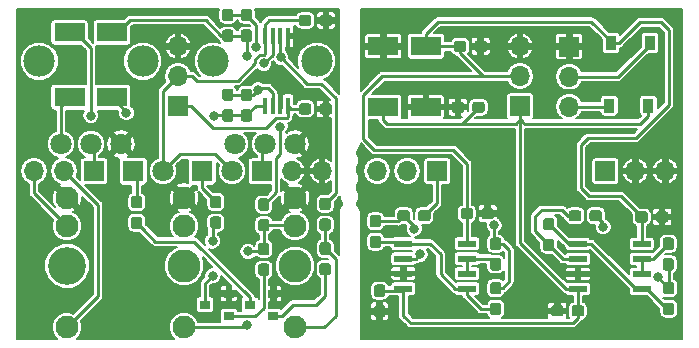
<source format=gbr>
G04 #@! TF.GenerationSoftware,KiCad,Pcbnew,(5.0.1)-4*
G04 #@! TF.CreationDate,2019-03-05T01:58:22+01:00*
G04 #@! TF.ProjectId,1U Headphone,3155204865616470686F6E652E6B6963,rev?*
G04 #@! TF.SameCoordinates,Original*
G04 #@! TF.FileFunction,Copper,L1,Top,Signal*
G04 #@! TF.FilePolarity,Positive*
%FSLAX46Y46*%
G04 Gerber Fmt 4.6, Leading zero omitted, Abs format (unit mm)*
G04 Created by KiCad (PCBNEW (5.0.1)-4) date 3/5/2019 1:58:22 AM*
%MOMM*%
%LPD*%
G01*
G04 APERTURE LIST*
G04 #@! TA.AperFunction,ComponentPad*
%ADD10C,1.930400*%
G04 #@! TD*
G04 #@! TA.AperFunction,WasherPad*
%ADD11C,2.800000*%
G04 #@! TD*
G04 #@! TA.AperFunction,ComponentPad*
%ADD12C,2.667000*%
G04 #@! TD*
G04 #@! TA.AperFunction,ComponentPad*
%ADD13C,1.803400*%
G04 #@! TD*
G04 #@! TA.AperFunction,WasherPad*
%ADD14C,3.200000*%
G04 #@! TD*
G04 #@! TA.AperFunction,ComponentPad*
%ADD15R,1.700000X1.700000*%
G04 #@! TD*
G04 #@! TA.AperFunction,ComponentPad*
%ADD16O,1.700000X1.700000*%
G04 #@! TD*
G04 #@! TA.AperFunction,Conductor*
%ADD17C,0.100000*%
G04 #@! TD*
G04 #@! TA.AperFunction,SMDPad,CuDef*
%ADD18C,0.950000*%
G04 #@! TD*
G04 #@! TA.AperFunction,SMDPad,CuDef*
%ADD19R,2.600000X1.600000*%
G04 #@! TD*
G04 #@! TA.AperFunction,SMDPad,CuDef*
%ADD20R,0.450000X1.450000*%
G04 #@! TD*
G04 #@! TA.AperFunction,SMDPad,CuDef*
%ADD21R,1.550000X0.600000*%
G04 #@! TD*
G04 #@! TA.AperFunction,SMDPad,CuDef*
%ADD22R,0.900000X1.200000*%
G04 #@! TD*
G04 #@! TA.AperFunction,ComponentPad*
%ADD23R,1.800000X1.800000*%
G04 #@! TD*
G04 #@! TA.AperFunction,ComponentPad*
%ADD24C,1.800000*%
G04 #@! TD*
G04 #@! TA.AperFunction,SMDPad,CuDef*
%ADD25R,0.900000X0.800000*%
G04 #@! TD*
G04 #@! TA.AperFunction,ViaPad*
%ADD26C,0.800000*%
G04 #@! TD*
G04 #@! TA.AperFunction,Conductor*
%ADD27C,0.250000*%
G04 #@! TD*
G04 #@! TA.AperFunction,Conductor*
%ADD28C,0.127000*%
G04 #@! TD*
G04 APERTURE END LIST*
D10*
G04 #@! TO.P,J1,T*
G04 #@! TO.N,Net-(J1-PadT)*
X32258000Y-75615800D03*
G04 #@! TO.P,J1,S*
G04 #@! TO.N,GND*
X32258000Y-64643000D03*
G04 #@! TO.P,J1,TN*
G04 #@! TO.N,Net-(J1-PadTN)*
X32258000Y-67056000D03*
D11*
G04 #@! TO.P,J1,*
G04 #@! TO.N,*
X32258000Y-70408800D03*
G04 #@! TD*
D10*
G04 #@! TO.P,J2,T*
G04 #@! TO.N,Net-(J2-PadT)*
X41656000Y-75615800D03*
G04 #@! TO.P,J2,S*
G04 #@! TO.N,GND*
X41656000Y-64643000D03*
G04 #@! TO.P,J2,TN*
G04 #@! TO.N,Net-(J1-PadT)*
X41656000Y-67056000D03*
D11*
G04 #@! TO.P,J2,*
G04 #@! TO.N,*
X41656000Y-70408800D03*
G04 #@! TD*
D12*
G04 #@! TO.P,RV1,5*
G04 #@! TO.N,N/C*
X19989637Y-53087843D03*
G04 #@! TO.P,RV1,4*
X28778037Y-53087843D03*
D13*
G04 #@! TO.P,RV1,1*
G04 #@! TO.N,GND*
X26923837Y-60098243D03*
G04 #@! TO.P,RV1,2*
G04 #@! TO.N,POT_R_C*
X24383837Y-60098243D03*
G04 #@! TO.P,RV1,3*
G04 #@! TO.N,Net-(C3-Pad2)*
X21843837Y-60098243D03*
G04 #@! TD*
D12*
G04 #@! TO.P,RV2,5*
G04 #@! TO.N,N/C*
X34721637Y-53087843D03*
G04 #@! TO.P,RV2,4*
X43510037Y-53087843D03*
D13*
G04 #@! TO.P,RV2,1*
G04 #@! TO.N,GND*
X41655837Y-60098243D03*
G04 #@! TO.P,RV2,2*
G04 #@! TO.N,POT_L_C*
X39115837Y-60098243D03*
G04 #@! TO.P,RV2,3*
G04 #@! TO.N,Net-(C4-Pad2)*
X36575837Y-60098243D03*
G04 #@! TD*
D10*
G04 #@! TO.P,J3,T*
G04 #@! TO.N,OUT_R_C*
X22352000Y-75615800D03*
G04 #@! TO.P,J3,S*
G04 #@! TO.N,GND*
X22352000Y-64643000D03*
G04 #@! TO.P,J3,R*
G04 #@! TO.N,OUT_L_C*
X22352000Y-67056000D03*
D14*
G04 #@! TO.P,J3,*
G04 #@! TO.N,*
X22352000Y-70408800D03*
G04 #@! TD*
D15*
G04 #@! TO.P,J6,1*
G04 #@! TO.N,-12V*
X60706000Y-56896000D03*
D16*
G04 #@! TO.P,J6,2*
G04 #@! TO.N,+12V*
X60706000Y-54356000D03*
G04 #@! TO.P,J6,3*
G04 #@! TO.N,GND*
X60706000Y-51816000D03*
G04 #@! TD*
D17*
G04 #@! TO.N,Net-(C1-Pad2)*
G04 #@! TO.C,C1*
G36*
X36227179Y-55395544D02*
X36250234Y-55398963D01*
X36272843Y-55404627D01*
X36294787Y-55412479D01*
X36315857Y-55422444D01*
X36335848Y-55434426D01*
X36354568Y-55448310D01*
X36371838Y-55463962D01*
X36387490Y-55481232D01*
X36401374Y-55499952D01*
X36413356Y-55519943D01*
X36423321Y-55541013D01*
X36431173Y-55562957D01*
X36436837Y-55585566D01*
X36440256Y-55608621D01*
X36441400Y-55631900D01*
X36441400Y-56206900D01*
X36440256Y-56230179D01*
X36436837Y-56253234D01*
X36431173Y-56275843D01*
X36423321Y-56297787D01*
X36413356Y-56318857D01*
X36401374Y-56338848D01*
X36387490Y-56357568D01*
X36371838Y-56374838D01*
X36354568Y-56390490D01*
X36335848Y-56404374D01*
X36315857Y-56416356D01*
X36294787Y-56426321D01*
X36272843Y-56434173D01*
X36250234Y-56439837D01*
X36227179Y-56443256D01*
X36203900Y-56444400D01*
X35728900Y-56444400D01*
X35705621Y-56443256D01*
X35682566Y-56439837D01*
X35659957Y-56434173D01*
X35638013Y-56426321D01*
X35616943Y-56416356D01*
X35596952Y-56404374D01*
X35578232Y-56390490D01*
X35560962Y-56374838D01*
X35545310Y-56357568D01*
X35531426Y-56338848D01*
X35519444Y-56318857D01*
X35509479Y-56297787D01*
X35501627Y-56275843D01*
X35495963Y-56253234D01*
X35492544Y-56230179D01*
X35491400Y-56206900D01*
X35491400Y-55631900D01*
X35492544Y-55608621D01*
X35495963Y-55585566D01*
X35501627Y-55562957D01*
X35509479Y-55541013D01*
X35519444Y-55519943D01*
X35531426Y-55499952D01*
X35545310Y-55481232D01*
X35560962Y-55463962D01*
X35578232Y-55448310D01*
X35596952Y-55434426D01*
X35616943Y-55422444D01*
X35638013Y-55412479D01*
X35659957Y-55404627D01*
X35682566Y-55398963D01*
X35705621Y-55395544D01*
X35728900Y-55394400D01*
X36203900Y-55394400D01*
X36227179Y-55395544D01*
X36227179Y-55395544D01*
G37*
D18*
G04 #@! TD*
G04 #@! TO.P,C1,2*
G04 #@! TO.N,Net-(C1-Pad2)*
X35966400Y-55919400D03*
D17*
G04 #@! TO.N,Net-(C1-Pad1)*
G04 #@! TO.C,C1*
G36*
X36227179Y-57145544D02*
X36250234Y-57148963D01*
X36272843Y-57154627D01*
X36294787Y-57162479D01*
X36315857Y-57172444D01*
X36335848Y-57184426D01*
X36354568Y-57198310D01*
X36371838Y-57213962D01*
X36387490Y-57231232D01*
X36401374Y-57249952D01*
X36413356Y-57269943D01*
X36423321Y-57291013D01*
X36431173Y-57312957D01*
X36436837Y-57335566D01*
X36440256Y-57358621D01*
X36441400Y-57381900D01*
X36441400Y-57956900D01*
X36440256Y-57980179D01*
X36436837Y-58003234D01*
X36431173Y-58025843D01*
X36423321Y-58047787D01*
X36413356Y-58068857D01*
X36401374Y-58088848D01*
X36387490Y-58107568D01*
X36371838Y-58124838D01*
X36354568Y-58140490D01*
X36335848Y-58154374D01*
X36315857Y-58166356D01*
X36294787Y-58176321D01*
X36272843Y-58184173D01*
X36250234Y-58189837D01*
X36227179Y-58193256D01*
X36203900Y-58194400D01*
X35728900Y-58194400D01*
X35705621Y-58193256D01*
X35682566Y-58189837D01*
X35659957Y-58184173D01*
X35638013Y-58176321D01*
X35616943Y-58166356D01*
X35596952Y-58154374D01*
X35578232Y-58140490D01*
X35560962Y-58124838D01*
X35545310Y-58107568D01*
X35531426Y-58088848D01*
X35519444Y-58068857D01*
X35509479Y-58047787D01*
X35501627Y-58025843D01*
X35495963Y-58003234D01*
X35492544Y-57980179D01*
X35491400Y-57956900D01*
X35491400Y-57381900D01*
X35492544Y-57358621D01*
X35495963Y-57335566D01*
X35501627Y-57312957D01*
X35509479Y-57291013D01*
X35519444Y-57269943D01*
X35531426Y-57249952D01*
X35545310Y-57231232D01*
X35560962Y-57213962D01*
X35578232Y-57198310D01*
X35596952Y-57184426D01*
X35616943Y-57172444D01*
X35638013Y-57162479D01*
X35659957Y-57154627D01*
X35682566Y-57148963D01*
X35705621Y-57145544D01*
X35728900Y-57144400D01*
X36203900Y-57144400D01*
X36227179Y-57145544D01*
X36227179Y-57145544D01*
G37*
D18*
G04 #@! TD*
G04 #@! TO.P,C1,1*
G04 #@! TO.N,Net-(C1-Pad1)*
X35966400Y-57669400D03*
D17*
G04 #@! TO.N,Net-(C2-Pad1)*
G04 #@! TO.C,C2*
G36*
X36227179Y-50389144D02*
X36250234Y-50392563D01*
X36272843Y-50398227D01*
X36294787Y-50406079D01*
X36315857Y-50416044D01*
X36335848Y-50428026D01*
X36354568Y-50441910D01*
X36371838Y-50457562D01*
X36387490Y-50474832D01*
X36401374Y-50493552D01*
X36413356Y-50513543D01*
X36423321Y-50534613D01*
X36431173Y-50556557D01*
X36436837Y-50579166D01*
X36440256Y-50602221D01*
X36441400Y-50625500D01*
X36441400Y-51200500D01*
X36440256Y-51223779D01*
X36436837Y-51246834D01*
X36431173Y-51269443D01*
X36423321Y-51291387D01*
X36413356Y-51312457D01*
X36401374Y-51332448D01*
X36387490Y-51351168D01*
X36371838Y-51368438D01*
X36354568Y-51384090D01*
X36335848Y-51397974D01*
X36315857Y-51409956D01*
X36294787Y-51419921D01*
X36272843Y-51427773D01*
X36250234Y-51433437D01*
X36227179Y-51436856D01*
X36203900Y-51438000D01*
X35728900Y-51438000D01*
X35705621Y-51436856D01*
X35682566Y-51433437D01*
X35659957Y-51427773D01*
X35638013Y-51419921D01*
X35616943Y-51409956D01*
X35596952Y-51397974D01*
X35578232Y-51384090D01*
X35560962Y-51368438D01*
X35545310Y-51351168D01*
X35531426Y-51332448D01*
X35519444Y-51312457D01*
X35509479Y-51291387D01*
X35501627Y-51269443D01*
X35495963Y-51246834D01*
X35492544Y-51223779D01*
X35491400Y-51200500D01*
X35491400Y-50625500D01*
X35492544Y-50602221D01*
X35495963Y-50579166D01*
X35501627Y-50556557D01*
X35509479Y-50534613D01*
X35519444Y-50513543D01*
X35531426Y-50493552D01*
X35545310Y-50474832D01*
X35560962Y-50457562D01*
X35578232Y-50441910D01*
X35596952Y-50428026D01*
X35616943Y-50416044D01*
X35638013Y-50406079D01*
X35659957Y-50398227D01*
X35682566Y-50392563D01*
X35705621Y-50389144D01*
X35728900Y-50388000D01*
X36203900Y-50388000D01*
X36227179Y-50389144D01*
X36227179Y-50389144D01*
G37*
D18*
G04 #@! TD*
G04 #@! TO.P,C2,1*
G04 #@! TO.N,Net-(C2-Pad1)*
X35966400Y-50913000D03*
D17*
G04 #@! TO.N,Net-(C2-Pad2)*
G04 #@! TO.C,C2*
G36*
X36227179Y-48639144D02*
X36250234Y-48642563D01*
X36272843Y-48648227D01*
X36294787Y-48656079D01*
X36315857Y-48666044D01*
X36335848Y-48678026D01*
X36354568Y-48691910D01*
X36371838Y-48707562D01*
X36387490Y-48724832D01*
X36401374Y-48743552D01*
X36413356Y-48763543D01*
X36423321Y-48784613D01*
X36431173Y-48806557D01*
X36436837Y-48829166D01*
X36440256Y-48852221D01*
X36441400Y-48875500D01*
X36441400Y-49450500D01*
X36440256Y-49473779D01*
X36436837Y-49496834D01*
X36431173Y-49519443D01*
X36423321Y-49541387D01*
X36413356Y-49562457D01*
X36401374Y-49582448D01*
X36387490Y-49601168D01*
X36371838Y-49618438D01*
X36354568Y-49634090D01*
X36335848Y-49647974D01*
X36315857Y-49659956D01*
X36294787Y-49669921D01*
X36272843Y-49677773D01*
X36250234Y-49683437D01*
X36227179Y-49686856D01*
X36203900Y-49688000D01*
X35728900Y-49688000D01*
X35705621Y-49686856D01*
X35682566Y-49683437D01*
X35659957Y-49677773D01*
X35638013Y-49669921D01*
X35616943Y-49659956D01*
X35596952Y-49647974D01*
X35578232Y-49634090D01*
X35560962Y-49618438D01*
X35545310Y-49601168D01*
X35531426Y-49582448D01*
X35519444Y-49562457D01*
X35509479Y-49541387D01*
X35501627Y-49519443D01*
X35495963Y-49496834D01*
X35492544Y-49473779D01*
X35491400Y-49450500D01*
X35491400Y-48875500D01*
X35492544Y-48852221D01*
X35495963Y-48829166D01*
X35501627Y-48806557D01*
X35509479Y-48784613D01*
X35519444Y-48763543D01*
X35531426Y-48743552D01*
X35545310Y-48724832D01*
X35560962Y-48707562D01*
X35578232Y-48691910D01*
X35596952Y-48678026D01*
X35616943Y-48666044D01*
X35638013Y-48656079D01*
X35659957Y-48648227D01*
X35682566Y-48642563D01*
X35705621Y-48639144D01*
X35728900Y-48638000D01*
X36203900Y-48638000D01*
X36227179Y-48639144D01*
X36227179Y-48639144D01*
G37*
D18*
G04 #@! TD*
G04 #@! TO.P,C2,2*
G04 #@! TO.N,Net-(C2-Pad2)*
X35966400Y-49163000D03*
D19*
G04 #@! TO.P,C3,1*
G04 #@! TO.N,Net-(C1-Pad1)*
X26162000Y-56134000D03*
G04 #@! TO.P,C3,2*
G04 #@! TO.N,Net-(C3-Pad2)*
X22562000Y-56134000D03*
G04 #@! TD*
G04 #@! TO.P,C4,2*
G04 #@! TO.N,Net-(C4-Pad2)*
X22562000Y-50647600D03*
G04 #@! TO.P,C4,1*
G04 #@! TO.N,Net-(C2-Pad1)*
X26162000Y-50647600D03*
G04 #@! TD*
D17*
G04 #@! TO.N,Net-(J1-PadT)*
G04 #@! TO.C,R1*
G36*
X39275179Y-66441944D02*
X39298234Y-66445363D01*
X39320843Y-66451027D01*
X39342787Y-66458879D01*
X39363857Y-66468844D01*
X39383848Y-66480826D01*
X39402568Y-66494710D01*
X39419838Y-66510362D01*
X39435490Y-66527632D01*
X39449374Y-66546352D01*
X39461356Y-66566343D01*
X39471321Y-66587413D01*
X39479173Y-66609357D01*
X39484837Y-66631966D01*
X39488256Y-66655021D01*
X39489400Y-66678300D01*
X39489400Y-67253300D01*
X39488256Y-67276579D01*
X39484837Y-67299634D01*
X39479173Y-67322243D01*
X39471321Y-67344187D01*
X39461356Y-67365257D01*
X39449374Y-67385248D01*
X39435490Y-67403968D01*
X39419838Y-67421238D01*
X39402568Y-67436890D01*
X39383848Y-67450774D01*
X39363857Y-67462756D01*
X39342787Y-67472721D01*
X39320843Y-67480573D01*
X39298234Y-67486237D01*
X39275179Y-67489656D01*
X39251900Y-67490800D01*
X38776900Y-67490800D01*
X38753621Y-67489656D01*
X38730566Y-67486237D01*
X38707957Y-67480573D01*
X38686013Y-67472721D01*
X38664943Y-67462756D01*
X38644952Y-67450774D01*
X38626232Y-67436890D01*
X38608962Y-67421238D01*
X38593310Y-67403968D01*
X38579426Y-67385248D01*
X38567444Y-67365257D01*
X38557479Y-67344187D01*
X38549627Y-67322243D01*
X38543963Y-67299634D01*
X38540544Y-67276579D01*
X38539400Y-67253300D01*
X38539400Y-66678300D01*
X38540544Y-66655021D01*
X38543963Y-66631966D01*
X38549627Y-66609357D01*
X38557479Y-66587413D01*
X38567444Y-66566343D01*
X38579426Y-66546352D01*
X38593310Y-66527632D01*
X38608962Y-66510362D01*
X38626232Y-66494710D01*
X38644952Y-66480826D01*
X38664943Y-66468844D01*
X38686013Y-66458879D01*
X38707957Y-66451027D01*
X38730566Y-66445363D01*
X38753621Y-66441944D01*
X38776900Y-66440800D01*
X39251900Y-66440800D01*
X39275179Y-66441944D01*
X39275179Y-66441944D01*
G37*
D18*
G04 #@! TD*
G04 #@! TO.P,R1,2*
G04 #@! TO.N,Net-(J1-PadT)*
X39014400Y-66965800D03*
D17*
G04 #@! TO.N,Net-(C1-Pad2)*
G04 #@! TO.C,R1*
G36*
X39275179Y-64691944D02*
X39298234Y-64695363D01*
X39320843Y-64701027D01*
X39342787Y-64708879D01*
X39363857Y-64718844D01*
X39383848Y-64730826D01*
X39402568Y-64744710D01*
X39419838Y-64760362D01*
X39435490Y-64777632D01*
X39449374Y-64796352D01*
X39461356Y-64816343D01*
X39471321Y-64837413D01*
X39479173Y-64859357D01*
X39484837Y-64881966D01*
X39488256Y-64905021D01*
X39489400Y-64928300D01*
X39489400Y-65503300D01*
X39488256Y-65526579D01*
X39484837Y-65549634D01*
X39479173Y-65572243D01*
X39471321Y-65594187D01*
X39461356Y-65615257D01*
X39449374Y-65635248D01*
X39435490Y-65653968D01*
X39419838Y-65671238D01*
X39402568Y-65686890D01*
X39383848Y-65700774D01*
X39363857Y-65712756D01*
X39342787Y-65722721D01*
X39320843Y-65730573D01*
X39298234Y-65736237D01*
X39275179Y-65739656D01*
X39251900Y-65740800D01*
X38776900Y-65740800D01*
X38753621Y-65739656D01*
X38730566Y-65736237D01*
X38707957Y-65730573D01*
X38686013Y-65722721D01*
X38664943Y-65712756D01*
X38644952Y-65700774D01*
X38626232Y-65686890D01*
X38608962Y-65671238D01*
X38593310Y-65653968D01*
X38579426Y-65635248D01*
X38567444Y-65615257D01*
X38557479Y-65594187D01*
X38549627Y-65572243D01*
X38543963Y-65549634D01*
X38540544Y-65526579D01*
X38539400Y-65503300D01*
X38539400Y-64928300D01*
X38540544Y-64905021D01*
X38543963Y-64881966D01*
X38549627Y-64859357D01*
X38557479Y-64837413D01*
X38567444Y-64816343D01*
X38579426Y-64796352D01*
X38593310Y-64777632D01*
X38608962Y-64760362D01*
X38626232Y-64744710D01*
X38644952Y-64730826D01*
X38664943Y-64718844D01*
X38686013Y-64708879D01*
X38707957Y-64701027D01*
X38730566Y-64695363D01*
X38753621Y-64691944D01*
X38776900Y-64690800D01*
X39251900Y-64690800D01*
X39275179Y-64691944D01*
X39275179Y-64691944D01*
G37*
D18*
G04 #@! TD*
G04 #@! TO.P,R1,1*
G04 #@! TO.N,Net-(C1-Pad2)*
X39014400Y-65215800D03*
D17*
G04 #@! TO.N,Net-(C2-Pad2)*
G04 #@! TO.C,R2*
G36*
X44456779Y-64641144D02*
X44479834Y-64644563D01*
X44502443Y-64650227D01*
X44524387Y-64658079D01*
X44545457Y-64668044D01*
X44565448Y-64680026D01*
X44584168Y-64693910D01*
X44601438Y-64709562D01*
X44617090Y-64726832D01*
X44630974Y-64745552D01*
X44642956Y-64765543D01*
X44652921Y-64786613D01*
X44660773Y-64808557D01*
X44666437Y-64831166D01*
X44669856Y-64854221D01*
X44671000Y-64877500D01*
X44671000Y-65452500D01*
X44669856Y-65475779D01*
X44666437Y-65498834D01*
X44660773Y-65521443D01*
X44652921Y-65543387D01*
X44642956Y-65564457D01*
X44630974Y-65584448D01*
X44617090Y-65603168D01*
X44601438Y-65620438D01*
X44584168Y-65636090D01*
X44565448Y-65649974D01*
X44545457Y-65661956D01*
X44524387Y-65671921D01*
X44502443Y-65679773D01*
X44479834Y-65685437D01*
X44456779Y-65688856D01*
X44433500Y-65690000D01*
X43958500Y-65690000D01*
X43935221Y-65688856D01*
X43912166Y-65685437D01*
X43889557Y-65679773D01*
X43867613Y-65671921D01*
X43846543Y-65661956D01*
X43826552Y-65649974D01*
X43807832Y-65636090D01*
X43790562Y-65620438D01*
X43774910Y-65603168D01*
X43761026Y-65584448D01*
X43749044Y-65564457D01*
X43739079Y-65543387D01*
X43731227Y-65521443D01*
X43725563Y-65498834D01*
X43722144Y-65475779D01*
X43721000Y-65452500D01*
X43721000Y-64877500D01*
X43722144Y-64854221D01*
X43725563Y-64831166D01*
X43731227Y-64808557D01*
X43739079Y-64786613D01*
X43749044Y-64765543D01*
X43761026Y-64745552D01*
X43774910Y-64726832D01*
X43790562Y-64709562D01*
X43807832Y-64693910D01*
X43826552Y-64680026D01*
X43846543Y-64668044D01*
X43867613Y-64658079D01*
X43889557Y-64650227D01*
X43912166Y-64644563D01*
X43935221Y-64641144D01*
X43958500Y-64640000D01*
X44433500Y-64640000D01*
X44456779Y-64641144D01*
X44456779Y-64641144D01*
G37*
D18*
G04 #@! TD*
G04 #@! TO.P,R2,1*
G04 #@! TO.N,Net-(C2-Pad2)*
X44196000Y-65165000D03*
D17*
G04 #@! TO.N,Net-(J2-PadT)*
G04 #@! TO.C,R2*
G36*
X44456779Y-66391144D02*
X44479834Y-66394563D01*
X44502443Y-66400227D01*
X44524387Y-66408079D01*
X44545457Y-66418044D01*
X44565448Y-66430026D01*
X44584168Y-66443910D01*
X44601438Y-66459562D01*
X44617090Y-66476832D01*
X44630974Y-66495552D01*
X44642956Y-66515543D01*
X44652921Y-66536613D01*
X44660773Y-66558557D01*
X44666437Y-66581166D01*
X44669856Y-66604221D01*
X44671000Y-66627500D01*
X44671000Y-67202500D01*
X44669856Y-67225779D01*
X44666437Y-67248834D01*
X44660773Y-67271443D01*
X44652921Y-67293387D01*
X44642956Y-67314457D01*
X44630974Y-67334448D01*
X44617090Y-67353168D01*
X44601438Y-67370438D01*
X44584168Y-67386090D01*
X44565448Y-67399974D01*
X44545457Y-67411956D01*
X44524387Y-67421921D01*
X44502443Y-67429773D01*
X44479834Y-67435437D01*
X44456779Y-67438856D01*
X44433500Y-67440000D01*
X43958500Y-67440000D01*
X43935221Y-67438856D01*
X43912166Y-67435437D01*
X43889557Y-67429773D01*
X43867613Y-67421921D01*
X43846543Y-67411956D01*
X43826552Y-67399974D01*
X43807832Y-67386090D01*
X43790562Y-67370438D01*
X43774910Y-67353168D01*
X43761026Y-67334448D01*
X43749044Y-67314457D01*
X43739079Y-67293387D01*
X43731227Y-67271443D01*
X43725563Y-67248834D01*
X43722144Y-67225779D01*
X43721000Y-67202500D01*
X43721000Y-66627500D01*
X43722144Y-66604221D01*
X43725563Y-66581166D01*
X43731227Y-66558557D01*
X43739079Y-66536613D01*
X43749044Y-66515543D01*
X43761026Y-66495552D01*
X43774910Y-66476832D01*
X43790562Y-66459562D01*
X43807832Y-66443910D01*
X43826552Y-66430026D01*
X43846543Y-66418044D01*
X43867613Y-66408079D01*
X43889557Y-66400227D01*
X43912166Y-66394563D01*
X43935221Y-66391144D01*
X43958500Y-66390000D01*
X44433500Y-66390000D01*
X44456779Y-66391144D01*
X44456779Y-66391144D01*
G37*
D18*
G04 #@! TD*
G04 #@! TO.P,R2,2*
G04 #@! TO.N,Net-(J2-PadT)*
X44196000Y-66915000D03*
D17*
G04 #@! TO.N,Net-(C1-Pad2)*
G04 #@! TO.C,R3*
G36*
X37801979Y-55395544D02*
X37825034Y-55398963D01*
X37847643Y-55404627D01*
X37869587Y-55412479D01*
X37890657Y-55422444D01*
X37910648Y-55434426D01*
X37929368Y-55448310D01*
X37946638Y-55463962D01*
X37962290Y-55481232D01*
X37976174Y-55499952D01*
X37988156Y-55519943D01*
X37998121Y-55541013D01*
X38005973Y-55562957D01*
X38011637Y-55585566D01*
X38015056Y-55608621D01*
X38016200Y-55631900D01*
X38016200Y-56206900D01*
X38015056Y-56230179D01*
X38011637Y-56253234D01*
X38005973Y-56275843D01*
X37998121Y-56297787D01*
X37988156Y-56318857D01*
X37976174Y-56338848D01*
X37962290Y-56357568D01*
X37946638Y-56374838D01*
X37929368Y-56390490D01*
X37910648Y-56404374D01*
X37890657Y-56416356D01*
X37869587Y-56426321D01*
X37847643Y-56434173D01*
X37825034Y-56439837D01*
X37801979Y-56443256D01*
X37778700Y-56444400D01*
X37303700Y-56444400D01*
X37280421Y-56443256D01*
X37257366Y-56439837D01*
X37234757Y-56434173D01*
X37212813Y-56426321D01*
X37191743Y-56416356D01*
X37171752Y-56404374D01*
X37153032Y-56390490D01*
X37135762Y-56374838D01*
X37120110Y-56357568D01*
X37106226Y-56338848D01*
X37094244Y-56318857D01*
X37084279Y-56297787D01*
X37076427Y-56275843D01*
X37070763Y-56253234D01*
X37067344Y-56230179D01*
X37066200Y-56206900D01*
X37066200Y-55631900D01*
X37067344Y-55608621D01*
X37070763Y-55585566D01*
X37076427Y-55562957D01*
X37084279Y-55541013D01*
X37094244Y-55519943D01*
X37106226Y-55499952D01*
X37120110Y-55481232D01*
X37135762Y-55463962D01*
X37153032Y-55448310D01*
X37171752Y-55434426D01*
X37191743Y-55422444D01*
X37212813Y-55412479D01*
X37234757Y-55404627D01*
X37257366Y-55398963D01*
X37280421Y-55395544D01*
X37303700Y-55394400D01*
X37778700Y-55394400D01*
X37801979Y-55395544D01*
X37801979Y-55395544D01*
G37*
D18*
G04 #@! TD*
G04 #@! TO.P,R3,2*
G04 #@! TO.N,Net-(C1-Pad2)*
X37541200Y-55919400D03*
D17*
G04 #@! TO.N,Net-(C1-Pad1)*
G04 #@! TO.C,R3*
G36*
X37801979Y-57145544D02*
X37825034Y-57148963D01*
X37847643Y-57154627D01*
X37869587Y-57162479D01*
X37890657Y-57172444D01*
X37910648Y-57184426D01*
X37929368Y-57198310D01*
X37946638Y-57213962D01*
X37962290Y-57231232D01*
X37976174Y-57249952D01*
X37988156Y-57269943D01*
X37998121Y-57291013D01*
X38005973Y-57312957D01*
X38011637Y-57335566D01*
X38015056Y-57358621D01*
X38016200Y-57381900D01*
X38016200Y-57956900D01*
X38015056Y-57980179D01*
X38011637Y-58003234D01*
X38005973Y-58025843D01*
X37998121Y-58047787D01*
X37988156Y-58068857D01*
X37976174Y-58088848D01*
X37962290Y-58107568D01*
X37946638Y-58124838D01*
X37929368Y-58140490D01*
X37910648Y-58154374D01*
X37890657Y-58166356D01*
X37869587Y-58176321D01*
X37847643Y-58184173D01*
X37825034Y-58189837D01*
X37801979Y-58193256D01*
X37778700Y-58194400D01*
X37303700Y-58194400D01*
X37280421Y-58193256D01*
X37257366Y-58189837D01*
X37234757Y-58184173D01*
X37212813Y-58176321D01*
X37191743Y-58166356D01*
X37171752Y-58154374D01*
X37153032Y-58140490D01*
X37135762Y-58124838D01*
X37120110Y-58107568D01*
X37106226Y-58088848D01*
X37094244Y-58068857D01*
X37084279Y-58047787D01*
X37076427Y-58025843D01*
X37070763Y-58003234D01*
X37067344Y-57980179D01*
X37066200Y-57956900D01*
X37066200Y-57381900D01*
X37067344Y-57358621D01*
X37070763Y-57335566D01*
X37076427Y-57312957D01*
X37084279Y-57291013D01*
X37094244Y-57269943D01*
X37106226Y-57249952D01*
X37120110Y-57231232D01*
X37135762Y-57213962D01*
X37153032Y-57198310D01*
X37171752Y-57184426D01*
X37191743Y-57172444D01*
X37212813Y-57162479D01*
X37234757Y-57154627D01*
X37257366Y-57148963D01*
X37280421Y-57145544D01*
X37303700Y-57144400D01*
X37778700Y-57144400D01*
X37801979Y-57145544D01*
X37801979Y-57145544D01*
G37*
D18*
G04 #@! TD*
G04 #@! TO.P,R3,1*
G04 #@! TO.N,Net-(C1-Pad1)*
X37541200Y-57669400D03*
D17*
G04 #@! TO.N,Net-(C2-Pad1)*
G04 #@! TO.C,R4*
G36*
X37801979Y-50389144D02*
X37825034Y-50392563D01*
X37847643Y-50398227D01*
X37869587Y-50406079D01*
X37890657Y-50416044D01*
X37910648Y-50428026D01*
X37929368Y-50441910D01*
X37946638Y-50457562D01*
X37962290Y-50474832D01*
X37976174Y-50493552D01*
X37988156Y-50513543D01*
X37998121Y-50534613D01*
X38005973Y-50556557D01*
X38011637Y-50579166D01*
X38015056Y-50602221D01*
X38016200Y-50625500D01*
X38016200Y-51200500D01*
X38015056Y-51223779D01*
X38011637Y-51246834D01*
X38005973Y-51269443D01*
X37998121Y-51291387D01*
X37988156Y-51312457D01*
X37976174Y-51332448D01*
X37962290Y-51351168D01*
X37946638Y-51368438D01*
X37929368Y-51384090D01*
X37910648Y-51397974D01*
X37890657Y-51409956D01*
X37869587Y-51419921D01*
X37847643Y-51427773D01*
X37825034Y-51433437D01*
X37801979Y-51436856D01*
X37778700Y-51438000D01*
X37303700Y-51438000D01*
X37280421Y-51436856D01*
X37257366Y-51433437D01*
X37234757Y-51427773D01*
X37212813Y-51419921D01*
X37191743Y-51409956D01*
X37171752Y-51397974D01*
X37153032Y-51384090D01*
X37135762Y-51368438D01*
X37120110Y-51351168D01*
X37106226Y-51332448D01*
X37094244Y-51312457D01*
X37084279Y-51291387D01*
X37076427Y-51269443D01*
X37070763Y-51246834D01*
X37067344Y-51223779D01*
X37066200Y-51200500D01*
X37066200Y-50625500D01*
X37067344Y-50602221D01*
X37070763Y-50579166D01*
X37076427Y-50556557D01*
X37084279Y-50534613D01*
X37094244Y-50513543D01*
X37106226Y-50493552D01*
X37120110Y-50474832D01*
X37135762Y-50457562D01*
X37153032Y-50441910D01*
X37171752Y-50428026D01*
X37191743Y-50416044D01*
X37212813Y-50406079D01*
X37234757Y-50398227D01*
X37257366Y-50392563D01*
X37280421Y-50389144D01*
X37303700Y-50388000D01*
X37778700Y-50388000D01*
X37801979Y-50389144D01*
X37801979Y-50389144D01*
G37*
D18*
G04 #@! TD*
G04 #@! TO.P,R4,1*
G04 #@! TO.N,Net-(C2-Pad1)*
X37541200Y-50913000D03*
D17*
G04 #@! TO.N,Net-(C2-Pad2)*
G04 #@! TO.C,R4*
G36*
X37801979Y-48639144D02*
X37825034Y-48642563D01*
X37847643Y-48648227D01*
X37869587Y-48656079D01*
X37890657Y-48666044D01*
X37910648Y-48678026D01*
X37929368Y-48691910D01*
X37946638Y-48707562D01*
X37962290Y-48724832D01*
X37976174Y-48743552D01*
X37988156Y-48763543D01*
X37998121Y-48784613D01*
X38005973Y-48806557D01*
X38011637Y-48829166D01*
X38015056Y-48852221D01*
X38016200Y-48875500D01*
X38016200Y-49450500D01*
X38015056Y-49473779D01*
X38011637Y-49496834D01*
X38005973Y-49519443D01*
X37998121Y-49541387D01*
X37988156Y-49562457D01*
X37976174Y-49582448D01*
X37962290Y-49601168D01*
X37946638Y-49618438D01*
X37929368Y-49634090D01*
X37910648Y-49647974D01*
X37890657Y-49659956D01*
X37869587Y-49669921D01*
X37847643Y-49677773D01*
X37825034Y-49683437D01*
X37801979Y-49686856D01*
X37778700Y-49688000D01*
X37303700Y-49688000D01*
X37280421Y-49686856D01*
X37257366Y-49683437D01*
X37234757Y-49677773D01*
X37212813Y-49669921D01*
X37191743Y-49659956D01*
X37171752Y-49647974D01*
X37153032Y-49634090D01*
X37135762Y-49618438D01*
X37120110Y-49601168D01*
X37106226Y-49582448D01*
X37094244Y-49562457D01*
X37084279Y-49541387D01*
X37076427Y-49519443D01*
X37070763Y-49496834D01*
X37067344Y-49473779D01*
X37066200Y-49450500D01*
X37066200Y-48875500D01*
X37067344Y-48852221D01*
X37070763Y-48829166D01*
X37076427Y-48806557D01*
X37084279Y-48784613D01*
X37094244Y-48763543D01*
X37106226Y-48743552D01*
X37120110Y-48724832D01*
X37135762Y-48707562D01*
X37153032Y-48691910D01*
X37171752Y-48678026D01*
X37191743Y-48666044D01*
X37212813Y-48656079D01*
X37234757Y-48648227D01*
X37257366Y-48642563D01*
X37280421Y-48639144D01*
X37303700Y-48638000D01*
X37778700Y-48638000D01*
X37801979Y-48639144D01*
X37801979Y-48639144D01*
G37*
D18*
G04 #@! TD*
G04 #@! TO.P,R4,2*
G04 #@! TO.N,Net-(C2-Pad2)*
X37541200Y-49163000D03*
D17*
G04 #@! TO.N,Net-(R5-Pad1)*
G04 #@! TO.C,R5*
G36*
X51164179Y-65693144D02*
X51187234Y-65696563D01*
X51209843Y-65702227D01*
X51231787Y-65710079D01*
X51252857Y-65720044D01*
X51272848Y-65732026D01*
X51291568Y-65745910D01*
X51308838Y-65761562D01*
X51324490Y-65778832D01*
X51338374Y-65797552D01*
X51350356Y-65817543D01*
X51360321Y-65838613D01*
X51368173Y-65860557D01*
X51373837Y-65883166D01*
X51377256Y-65906221D01*
X51378400Y-65929500D01*
X51378400Y-66404500D01*
X51377256Y-66427779D01*
X51373837Y-66450834D01*
X51368173Y-66473443D01*
X51360321Y-66495387D01*
X51350356Y-66516457D01*
X51338374Y-66536448D01*
X51324490Y-66555168D01*
X51308838Y-66572438D01*
X51291568Y-66588090D01*
X51272848Y-66601974D01*
X51252857Y-66613956D01*
X51231787Y-66623921D01*
X51209843Y-66631773D01*
X51187234Y-66637437D01*
X51164179Y-66640856D01*
X51140900Y-66642000D01*
X50565900Y-66642000D01*
X50542621Y-66640856D01*
X50519566Y-66637437D01*
X50496957Y-66631773D01*
X50475013Y-66623921D01*
X50453943Y-66613956D01*
X50433952Y-66601974D01*
X50415232Y-66588090D01*
X50397962Y-66572438D01*
X50382310Y-66555168D01*
X50368426Y-66536448D01*
X50356444Y-66516457D01*
X50346479Y-66495387D01*
X50338627Y-66473443D01*
X50332963Y-66450834D01*
X50329544Y-66427779D01*
X50328400Y-66404500D01*
X50328400Y-65929500D01*
X50329544Y-65906221D01*
X50332963Y-65883166D01*
X50338627Y-65860557D01*
X50346479Y-65838613D01*
X50356444Y-65817543D01*
X50368426Y-65797552D01*
X50382310Y-65778832D01*
X50397962Y-65761562D01*
X50415232Y-65745910D01*
X50433952Y-65732026D01*
X50453943Y-65720044D01*
X50475013Y-65710079D01*
X50496957Y-65702227D01*
X50519566Y-65696563D01*
X50542621Y-65693144D01*
X50565900Y-65692000D01*
X51140900Y-65692000D01*
X51164179Y-65693144D01*
X51164179Y-65693144D01*
G37*
D18*
G04 #@! TD*
G04 #@! TO.P,R5,1*
G04 #@! TO.N,Net-(R5-Pad1)*
X50853400Y-66167000D03*
D17*
G04 #@! TO.N,POT_R_M*
G04 #@! TO.C,R5*
G36*
X52914179Y-65693144D02*
X52937234Y-65696563D01*
X52959843Y-65702227D01*
X52981787Y-65710079D01*
X53002857Y-65720044D01*
X53022848Y-65732026D01*
X53041568Y-65745910D01*
X53058838Y-65761562D01*
X53074490Y-65778832D01*
X53088374Y-65797552D01*
X53100356Y-65817543D01*
X53110321Y-65838613D01*
X53118173Y-65860557D01*
X53123837Y-65883166D01*
X53127256Y-65906221D01*
X53128400Y-65929500D01*
X53128400Y-66404500D01*
X53127256Y-66427779D01*
X53123837Y-66450834D01*
X53118173Y-66473443D01*
X53110321Y-66495387D01*
X53100356Y-66516457D01*
X53088374Y-66536448D01*
X53074490Y-66555168D01*
X53058838Y-66572438D01*
X53041568Y-66588090D01*
X53022848Y-66601974D01*
X53002857Y-66613956D01*
X52981787Y-66623921D01*
X52959843Y-66631773D01*
X52937234Y-66637437D01*
X52914179Y-66640856D01*
X52890900Y-66642000D01*
X52315900Y-66642000D01*
X52292621Y-66640856D01*
X52269566Y-66637437D01*
X52246957Y-66631773D01*
X52225013Y-66623921D01*
X52203943Y-66613956D01*
X52183952Y-66601974D01*
X52165232Y-66588090D01*
X52147962Y-66572438D01*
X52132310Y-66555168D01*
X52118426Y-66536448D01*
X52106444Y-66516457D01*
X52096479Y-66495387D01*
X52088627Y-66473443D01*
X52082963Y-66450834D01*
X52079544Y-66427779D01*
X52078400Y-66404500D01*
X52078400Y-65929500D01*
X52079544Y-65906221D01*
X52082963Y-65883166D01*
X52088627Y-65860557D01*
X52096479Y-65838613D01*
X52106444Y-65817543D01*
X52118426Y-65797552D01*
X52132310Y-65778832D01*
X52147962Y-65761562D01*
X52165232Y-65745910D01*
X52183952Y-65732026D01*
X52203943Y-65720044D01*
X52225013Y-65710079D01*
X52246957Y-65702227D01*
X52269566Y-65696563D01*
X52292621Y-65693144D01*
X52315900Y-65692000D01*
X52890900Y-65692000D01*
X52914179Y-65693144D01*
X52914179Y-65693144D01*
G37*
D18*
G04 #@! TD*
G04 #@! TO.P,R5,2*
G04 #@! TO.N,POT_R_M*
X52603400Y-66167000D03*
D17*
G04 #@! TO.N,Net-(R6-Pad1)*
G04 #@! TO.C,R6*
G36*
X65667579Y-65693144D02*
X65690634Y-65696563D01*
X65713243Y-65702227D01*
X65735187Y-65710079D01*
X65756257Y-65720044D01*
X65776248Y-65732026D01*
X65794968Y-65745910D01*
X65812238Y-65761562D01*
X65827890Y-65778832D01*
X65841774Y-65797552D01*
X65853756Y-65817543D01*
X65863721Y-65838613D01*
X65871573Y-65860557D01*
X65877237Y-65883166D01*
X65880656Y-65906221D01*
X65881800Y-65929500D01*
X65881800Y-66404500D01*
X65880656Y-66427779D01*
X65877237Y-66450834D01*
X65871573Y-66473443D01*
X65863721Y-66495387D01*
X65853756Y-66516457D01*
X65841774Y-66536448D01*
X65827890Y-66555168D01*
X65812238Y-66572438D01*
X65794968Y-66588090D01*
X65776248Y-66601974D01*
X65756257Y-66613956D01*
X65735187Y-66623921D01*
X65713243Y-66631773D01*
X65690634Y-66637437D01*
X65667579Y-66640856D01*
X65644300Y-66642000D01*
X65069300Y-66642000D01*
X65046021Y-66640856D01*
X65022966Y-66637437D01*
X65000357Y-66631773D01*
X64978413Y-66623921D01*
X64957343Y-66613956D01*
X64937352Y-66601974D01*
X64918632Y-66588090D01*
X64901362Y-66572438D01*
X64885710Y-66555168D01*
X64871826Y-66536448D01*
X64859844Y-66516457D01*
X64849879Y-66495387D01*
X64842027Y-66473443D01*
X64836363Y-66450834D01*
X64832944Y-66427779D01*
X64831800Y-66404500D01*
X64831800Y-65929500D01*
X64832944Y-65906221D01*
X64836363Y-65883166D01*
X64842027Y-65860557D01*
X64849879Y-65838613D01*
X64859844Y-65817543D01*
X64871826Y-65797552D01*
X64885710Y-65778832D01*
X64901362Y-65761562D01*
X64918632Y-65745910D01*
X64937352Y-65732026D01*
X64957343Y-65720044D01*
X64978413Y-65710079D01*
X65000357Y-65702227D01*
X65022966Y-65696563D01*
X65046021Y-65693144D01*
X65069300Y-65692000D01*
X65644300Y-65692000D01*
X65667579Y-65693144D01*
X65667579Y-65693144D01*
G37*
D18*
G04 #@! TD*
G04 #@! TO.P,R6,1*
G04 #@! TO.N,Net-(R6-Pad1)*
X65356800Y-66167000D03*
D17*
G04 #@! TO.N,POT_L_M*
G04 #@! TO.C,R6*
G36*
X67417579Y-65693144D02*
X67440634Y-65696563D01*
X67463243Y-65702227D01*
X67485187Y-65710079D01*
X67506257Y-65720044D01*
X67526248Y-65732026D01*
X67544968Y-65745910D01*
X67562238Y-65761562D01*
X67577890Y-65778832D01*
X67591774Y-65797552D01*
X67603756Y-65817543D01*
X67613721Y-65838613D01*
X67621573Y-65860557D01*
X67627237Y-65883166D01*
X67630656Y-65906221D01*
X67631800Y-65929500D01*
X67631800Y-66404500D01*
X67630656Y-66427779D01*
X67627237Y-66450834D01*
X67621573Y-66473443D01*
X67613721Y-66495387D01*
X67603756Y-66516457D01*
X67591774Y-66536448D01*
X67577890Y-66555168D01*
X67562238Y-66572438D01*
X67544968Y-66588090D01*
X67526248Y-66601974D01*
X67506257Y-66613956D01*
X67485187Y-66623921D01*
X67463243Y-66631773D01*
X67440634Y-66637437D01*
X67417579Y-66640856D01*
X67394300Y-66642000D01*
X66819300Y-66642000D01*
X66796021Y-66640856D01*
X66772966Y-66637437D01*
X66750357Y-66631773D01*
X66728413Y-66623921D01*
X66707343Y-66613956D01*
X66687352Y-66601974D01*
X66668632Y-66588090D01*
X66651362Y-66572438D01*
X66635710Y-66555168D01*
X66621826Y-66536448D01*
X66609844Y-66516457D01*
X66599879Y-66495387D01*
X66592027Y-66473443D01*
X66586363Y-66450834D01*
X66582944Y-66427779D01*
X66581800Y-66404500D01*
X66581800Y-65929500D01*
X66582944Y-65906221D01*
X66586363Y-65883166D01*
X66592027Y-65860557D01*
X66599879Y-65838613D01*
X66609844Y-65817543D01*
X66621826Y-65797552D01*
X66635710Y-65778832D01*
X66651362Y-65761562D01*
X66668632Y-65745910D01*
X66687352Y-65732026D01*
X66707343Y-65720044D01*
X66728413Y-65710079D01*
X66750357Y-65702227D01*
X66772966Y-65696563D01*
X66796021Y-65693144D01*
X66819300Y-65692000D01*
X67394300Y-65692000D01*
X67417579Y-65693144D01*
X67417579Y-65693144D01*
G37*
D18*
G04 #@! TD*
G04 #@! TO.P,R6,2*
G04 #@! TO.N,POT_L_M*
X67106800Y-66167000D03*
D17*
G04 #@! TO.N,Net-(R5-Pad1)*
G04 #@! TO.C,R7*
G36*
X48723979Y-66102944D02*
X48747034Y-66106363D01*
X48769643Y-66112027D01*
X48791587Y-66119879D01*
X48812657Y-66129844D01*
X48832648Y-66141826D01*
X48851368Y-66155710D01*
X48868638Y-66171362D01*
X48884290Y-66188632D01*
X48898174Y-66207352D01*
X48910156Y-66227343D01*
X48920121Y-66248413D01*
X48927973Y-66270357D01*
X48933637Y-66292966D01*
X48937056Y-66316021D01*
X48938200Y-66339300D01*
X48938200Y-66914300D01*
X48937056Y-66937579D01*
X48933637Y-66960634D01*
X48927973Y-66983243D01*
X48920121Y-67005187D01*
X48910156Y-67026257D01*
X48898174Y-67046248D01*
X48884290Y-67064968D01*
X48868638Y-67082238D01*
X48851368Y-67097890D01*
X48832648Y-67111774D01*
X48812657Y-67123756D01*
X48791587Y-67133721D01*
X48769643Y-67141573D01*
X48747034Y-67147237D01*
X48723979Y-67150656D01*
X48700700Y-67151800D01*
X48225700Y-67151800D01*
X48202421Y-67150656D01*
X48179366Y-67147237D01*
X48156757Y-67141573D01*
X48134813Y-67133721D01*
X48113743Y-67123756D01*
X48093752Y-67111774D01*
X48075032Y-67097890D01*
X48057762Y-67082238D01*
X48042110Y-67064968D01*
X48028226Y-67046248D01*
X48016244Y-67026257D01*
X48006279Y-67005187D01*
X47998427Y-66983243D01*
X47992763Y-66960634D01*
X47989344Y-66937579D01*
X47988200Y-66914300D01*
X47988200Y-66339300D01*
X47989344Y-66316021D01*
X47992763Y-66292966D01*
X47998427Y-66270357D01*
X48006279Y-66248413D01*
X48016244Y-66227343D01*
X48028226Y-66207352D01*
X48042110Y-66188632D01*
X48057762Y-66171362D01*
X48075032Y-66155710D01*
X48093752Y-66141826D01*
X48113743Y-66129844D01*
X48134813Y-66119879D01*
X48156757Y-66112027D01*
X48179366Y-66106363D01*
X48202421Y-66102944D01*
X48225700Y-66101800D01*
X48700700Y-66101800D01*
X48723979Y-66102944D01*
X48723979Y-66102944D01*
G37*
D18*
G04 #@! TD*
G04 #@! TO.P,R7,2*
G04 #@! TO.N,Net-(R5-Pad1)*
X48463200Y-66626800D03*
D17*
G04 #@! TO.N,Net-(R7-Pad1)*
G04 #@! TO.C,R7*
G36*
X48723979Y-67852944D02*
X48747034Y-67856363D01*
X48769643Y-67862027D01*
X48791587Y-67869879D01*
X48812657Y-67879844D01*
X48832648Y-67891826D01*
X48851368Y-67905710D01*
X48868638Y-67921362D01*
X48884290Y-67938632D01*
X48898174Y-67957352D01*
X48910156Y-67977343D01*
X48920121Y-67998413D01*
X48927973Y-68020357D01*
X48933637Y-68042966D01*
X48937056Y-68066021D01*
X48938200Y-68089300D01*
X48938200Y-68664300D01*
X48937056Y-68687579D01*
X48933637Y-68710634D01*
X48927973Y-68733243D01*
X48920121Y-68755187D01*
X48910156Y-68776257D01*
X48898174Y-68796248D01*
X48884290Y-68814968D01*
X48868638Y-68832238D01*
X48851368Y-68847890D01*
X48832648Y-68861774D01*
X48812657Y-68873756D01*
X48791587Y-68883721D01*
X48769643Y-68891573D01*
X48747034Y-68897237D01*
X48723979Y-68900656D01*
X48700700Y-68901800D01*
X48225700Y-68901800D01*
X48202421Y-68900656D01*
X48179366Y-68897237D01*
X48156757Y-68891573D01*
X48134813Y-68883721D01*
X48113743Y-68873756D01*
X48093752Y-68861774D01*
X48075032Y-68847890D01*
X48057762Y-68832238D01*
X48042110Y-68814968D01*
X48028226Y-68796248D01*
X48016244Y-68776257D01*
X48006279Y-68755187D01*
X47998427Y-68733243D01*
X47992763Y-68710634D01*
X47989344Y-68687579D01*
X47988200Y-68664300D01*
X47988200Y-68089300D01*
X47989344Y-68066021D01*
X47992763Y-68042966D01*
X47998427Y-68020357D01*
X48006279Y-67998413D01*
X48016244Y-67977343D01*
X48028226Y-67957352D01*
X48042110Y-67938632D01*
X48057762Y-67921362D01*
X48075032Y-67905710D01*
X48093752Y-67891826D01*
X48113743Y-67879844D01*
X48134813Y-67869879D01*
X48156757Y-67862027D01*
X48179366Y-67856363D01*
X48202421Y-67852944D01*
X48225700Y-67851800D01*
X48700700Y-67851800D01*
X48723979Y-67852944D01*
X48723979Y-67852944D01*
G37*
D18*
G04 #@! TD*
G04 #@! TO.P,R7,1*
G04 #@! TO.N,Net-(R7-Pad1)*
X48463200Y-68376800D03*
D17*
G04 #@! TO.N,Net-(R6-Pad1)*
G04 #@! TO.C,R8*
G36*
X63405179Y-68106944D02*
X63428234Y-68110363D01*
X63450843Y-68116027D01*
X63472787Y-68123879D01*
X63493857Y-68133844D01*
X63513848Y-68145826D01*
X63532568Y-68159710D01*
X63549838Y-68175362D01*
X63565490Y-68192632D01*
X63579374Y-68211352D01*
X63591356Y-68231343D01*
X63601321Y-68252413D01*
X63609173Y-68274357D01*
X63614837Y-68296966D01*
X63618256Y-68320021D01*
X63619400Y-68343300D01*
X63619400Y-68918300D01*
X63618256Y-68941579D01*
X63614837Y-68964634D01*
X63609173Y-68987243D01*
X63601321Y-69009187D01*
X63591356Y-69030257D01*
X63579374Y-69050248D01*
X63565490Y-69068968D01*
X63549838Y-69086238D01*
X63532568Y-69101890D01*
X63513848Y-69115774D01*
X63493857Y-69127756D01*
X63472787Y-69137721D01*
X63450843Y-69145573D01*
X63428234Y-69151237D01*
X63405179Y-69154656D01*
X63381900Y-69155800D01*
X62906900Y-69155800D01*
X62883621Y-69154656D01*
X62860566Y-69151237D01*
X62837957Y-69145573D01*
X62816013Y-69137721D01*
X62794943Y-69127756D01*
X62774952Y-69115774D01*
X62756232Y-69101890D01*
X62738962Y-69086238D01*
X62723310Y-69068968D01*
X62709426Y-69050248D01*
X62697444Y-69030257D01*
X62687479Y-69009187D01*
X62679627Y-68987243D01*
X62673963Y-68964634D01*
X62670544Y-68941579D01*
X62669400Y-68918300D01*
X62669400Y-68343300D01*
X62670544Y-68320021D01*
X62673963Y-68296966D01*
X62679627Y-68274357D01*
X62687479Y-68252413D01*
X62697444Y-68231343D01*
X62709426Y-68211352D01*
X62723310Y-68192632D01*
X62738962Y-68175362D01*
X62756232Y-68159710D01*
X62774952Y-68145826D01*
X62794943Y-68133844D01*
X62816013Y-68123879D01*
X62837957Y-68116027D01*
X62860566Y-68110363D01*
X62883621Y-68106944D01*
X62906900Y-68105800D01*
X63381900Y-68105800D01*
X63405179Y-68106944D01*
X63405179Y-68106944D01*
G37*
D18*
G04 #@! TD*
G04 #@! TO.P,R8,2*
G04 #@! TO.N,Net-(R6-Pad1)*
X63144400Y-68630800D03*
D17*
G04 #@! TO.N,Net-(R10-Pad2)*
G04 #@! TO.C,R8*
G36*
X63405179Y-66356944D02*
X63428234Y-66360363D01*
X63450843Y-66366027D01*
X63472787Y-66373879D01*
X63493857Y-66383844D01*
X63513848Y-66395826D01*
X63532568Y-66409710D01*
X63549838Y-66425362D01*
X63565490Y-66442632D01*
X63579374Y-66461352D01*
X63591356Y-66481343D01*
X63601321Y-66502413D01*
X63609173Y-66524357D01*
X63614837Y-66546966D01*
X63618256Y-66570021D01*
X63619400Y-66593300D01*
X63619400Y-67168300D01*
X63618256Y-67191579D01*
X63614837Y-67214634D01*
X63609173Y-67237243D01*
X63601321Y-67259187D01*
X63591356Y-67280257D01*
X63579374Y-67300248D01*
X63565490Y-67318968D01*
X63549838Y-67336238D01*
X63532568Y-67351890D01*
X63513848Y-67365774D01*
X63493857Y-67377756D01*
X63472787Y-67387721D01*
X63450843Y-67395573D01*
X63428234Y-67401237D01*
X63405179Y-67404656D01*
X63381900Y-67405800D01*
X62906900Y-67405800D01*
X62883621Y-67404656D01*
X62860566Y-67401237D01*
X62837957Y-67395573D01*
X62816013Y-67387721D01*
X62794943Y-67377756D01*
X62774952Y-67365774D01*
X62756232Y-67351890D01*
X62738962Y-67336238D01*
X62723310Y-67318968D01*
X62709426Y-67300248D01*
X62697444Y-67280257D01*
X62687479Y-67259187D01*
X62679627Y-67237243D01*
X62673963Y-67214634D01*
X62670544Y-67191579D01*
X62669400Y-67168300D01*
X62669400Y-66593300D01*
X62670544Y-66570021D01*
X62673963Y-66546966D01*
X62679627Y-66524357D01*
X62687479Y-66502413D01*
X62697444Y-66481343D01*
X62709426Y-66461352D01*
X62723310Y-66442632D01*
X62738962Y-66425362D01*
X62756232Y-66409710D01*
X62774952Y-66395826D01*
X62794943Y-66383844D01*
X62816013Y-66373879D01*
X62837957Y-66366027D01*
X62860566Y-66360363D01*
X62883621Y-66356944D01*
X62906900Y-66355800D01*
X63381900Y-66355800D01*
X63405179Y-66356944D01*
X63405179Y-66356944D01*
G37*
D18*
G04 #@! TD*
G04 #@! TO.P,R8,1*
G04 #@! TO.N,Net-(R10-Pad2)*
X63144400Y-66880800D03*
D17*
G04 #@! TO.N,OUT_R_M*
G04 #@! TO.C,R9*
G36*
X58909379Y-71778544D02*
X58932434Y-71781963D01*
X58955043Y-71787627D01*
X58976987Y-71795479D01*
X58998057Y-71805444D01*
X59018048Y-71817426D01*
X59036768Y-71831310D01*
X59054038Y-71846962D01*
X59069690Y-71864232D01*
X59083574Y-71882952D01*
X59095556Y-71902943D01*
X59105521Y-71924013D01*
X59113373Y-71945957D01*
X59119037Y-71968566D01*
X59122456Y-71991621D01*
X59123600Y-72014900D01*
X59123600Y-72589900D01*
X59122456Y-72613179D01*
X59119037Y-72636234D01*
X59113373Y-72658843D01*
X59105521Y-72680787D01*
X59095556Y-72701857D01*
X59083574Y-72721848D01*
X59069690Y-72740568D01*
X59054038Y-72757838D01*
X59036768Y-72773490D01*
X59018048Y-72787374D01*
X58998057Y-72799356D01*
X58976987Y-72809321D01*
X58955043Y-72817173D01*
X58932434Y-72822837D01*
X58909379Y-72826256D01*
X58886100Y-72827400D01*
X58411100Y-72827400D01*
X58387821Y-72826256D01*
X58364766Y-72822837D01*
X58342157Y-72817173D01*
X58320213Y-72809321D01*
X58299143Y-72799356D01*
X58279152Y-72787374D01*
X58260432Y-72773490D01*
X58243162Y-72757838D01*
X58227510Y-72740568D01*
X58213626Y-72721848D01*
X58201644Y-72701857D01*
X58191679Y-72680787D01*
X58183827Y-72658843D01*
X58178163Y-72636234D01*
X58174744Y-72613179D01*
X58173600Y-72589900D01*
X58173600Y-72014900D01*
X58174744Y-71991621D01*
X58178163Y-71968566D01*
X58183827Y-71945957D01*
X58191679Y-71924013D01*
X58201644Y-71902943D01*
X58213626Y-71882952D01*
X58227510Y-71864232D01*
X58243162Y-71846962D01*
X58260432Y-71831310D01*
X58279152Y-71817426D01*
X58299143Y-71805444D01*
X58320213Y-71795479D01*
X58342157Y-71787627D01*
X58364766Y-71781963D01*
X58387821Y-71778544D01*
X58411100Y-71777400D01*
X58886100Y-71777400D01*
X58909379Y-71778544D01*
X58909379Y-71778544D01*
G37*
D18*
G04 #@! TD*
G04 #@! TO.P,R9,1*
G04 #@! TO.N,OUT_R_M*
X58648600Y-72302400D03*
D17*
G04 #@! TO.N,Net-(R7-Pad1)*
G04 #@! TO.C,R9*
G36*
X58909379Y-73528544D02*
X58932434Y-73531963D01*
X58955043Y-73537627D01*
X58976987Y-73545479D01*
X58998057Y-73555444D01*
X59018048Y-73567426D01*
X59036768Y-73581310D01*
X59054038Y-73596962D01*
X59069690Y-73614232D01*
X59083574Y-73632952D01*
X59095556Y-73652943D01*
X59105521Y-73674013D01*
X59113373Y-73695957D01*
X59119037Y-73718566D01*
X59122456Y-73741621D01*
X59123600Y-73764900D01*
X59123600Y-74339900D01*
X59122456Y-74363179D01*
X59119037Y-74386234D01*
X59113373Y-74408843D01*
X59105521Y-74430787D01*
X59095556Y-74451857D01*
X59083574Y-74471848D01*
X59069690Y-74490568D01*
X59054038Y-74507838D01*
X59036768Y-74523490D01*
X59018048Y-74537374D01*
X58998057Y-74549356D01*
X58976987Y-74559321D01*
X58955043Y-74567173D01*
X58932434Y-74572837D01*
X58909379Y-74576256D01*
X58886100Y-74577400D01*
X58411100Y-74577400D01*
X58387821Y-74576256D01*
X58364766Y-74572837D01*
X58342157Y-74567173D01*
X58320213Y-74559321D01*
X58299143Y-74549356D01*
X58279152Y-74537374D01*
X58260432Y-74523490D01*
X58243162Y-74507838D01*
X58227510Y-74490568D01*
X58213626Y-74471848D01*
X58201644Y-74451857D01*
X58191679Y-74430787D01*
X58183827Y-74408843D01*
X58178163Y-74386234D01*
X58174744Y-74363179D01*
X58173600Y-74339900D01*
X58173600Y-73764900D01*
X58174744Y-73741621D01*
X58178163Y-73718566D01*
X58183827Y-73695957D01*
X58191679Y-73674013D01*
X58201644Y-73652943D01*
X58213626Y-73632952D01*
X58227510Y-73614232D01*
X58243162Y-73596962D01*
X58260432Y-73581310D01*
X58279152Y-73567426D01*
X58299143Y-73555444D01*
X58320213Y-73545479D01*
X58342157Y-73537627D01*
X58364766Y-73531963D01*
X58387821Y-73528544D01*
X58411100Y-73527400D01*
X58886100Y-73527400D01*
X58909379Y-73528544D01*
X58909379Y-73528544D01*
G37*
D18*
G04 #@! TD*
G04 #@! TO.P,R9,2*
G04 #@! TO.N,Net-(R7-Pad1)*
X58648600Y-74052400D03*
D17*
G04 #@! TO.N,OUT_L_M*
G04 #@! TO.C,R10*
G36*
X73565179Y-71778544D02*
X73588234Y-71781963D01*
X73610843Y-71787627D01*
X73632787Y-71795479D01*
X73653857Y-71805444D01*
X73673848Y-71817426D01*
X73692568Y-71831310D01*
X73709838Y-71846962D01*
X73725490Y-71864232D01*
X73739374Y-71882952D01*
X73751356Y-71902943D01*
X73761321Y-71924013D01*
X73769173Y-71945957D01*
X73774837Y-71968566D01*
X73778256Y-71991621D01*
X73779400Y-72014900D01*
X73779400Y-72589900D01*
X73778256Y-72613179D01*
X73774837Y-72636234D01*
X73769173Y-72658843D01*
X73761321Y-72680787D01*
X73751356Y-72701857D01*
X73739374Y-72721848D01*
X73725490Y-72740568D01*
X73709838Y-72757838D01*
X73692568Y-72773490D01*
X73673848Y-72787374D01*
X73653857Y-72799356D01*
X73632787Y-72809321D01*
X73610843Y-72817173D01*
X73588234Y-72822837D01*
X73565179Y-72826256D01*
X73541900Y-72827400D01*
X73066900Y-72827400D01*
X73043621Y-72826256D01*
X73020566Y-72822837D01*
X72997957Y-72817173D01*
X72976013Y-72809321D01*
X72954943Y-72799356D01*
X72934952Y-72787374D01*
X72916232Y-72773490D01*
X72898962Y-72757838D01*
X72883310Y-72740568D01*
X72869426Y-72721848D01*
X72857444Y-72701857D01*
X72847479Y-72680787D01*
X72839627Y-72658843D01*
X72833963Y-72636234D01*
X72830544Y-72613179D01*
X72829400Y-72589900D01*
X72829400Y-72014900D01*
X72830544Y-71991621D01*
X72833963Y-71968566D01*
X72839627Y-71945957D01*
X72847479Y-71924013D01*
X72857444Y-71902943D01*
X72869426Y-71882952D01*
X72883310Y-71864232D01*
X72898962Y-71846962D01*
X72916232Y-71831310D01*
X72934952Y-71817426D01*
X72954943Y-71805444D01*
X72976013Y-71795479D01*
X72997957Y-71787627D01*
X73020566Y-71781963D01*
X73043621Y-71778544D01*
X73066900Y-71777400D01*
X73541900Y-71777400D01*
X73565179Y-71778544D01*
X73565179Y-71778544D01*
G37*
D18*
G04 #@! TD*
G04 #@! TO.P,R10,1*
G04 #@! TO.N,OUT_L_M*
X73304400Y-72302400D03*
D17*
G04 #@! TO.N,Net-(R10-Pad2)*
G04 #@! TO.C,R10*
G36*
X73565179Y-73528544D02*
X73588234Y-73531963D01*
X73610843Y-73537627D01*
X73632787Y-73545479D01*
X73653857Y-73555444D01*
X73673848Y-73567426D01*
X73692568Y-73581310D01*
X73709838Y-73596962D01*
X73725490Y-73614232D01*
X73739374Y-73632952D01*
X73751356Y-73652943D01*
X73761321Y-73674013D01*
X73769173Y-73695957D01*
X73774837Y-73718566D01*
X73778256Y-73741621D01*
X73779400Y-73764900D01*
X73779400Y-74339900D01*
X73778256Y-74363179D01*
X73774837Y-74386234D01*
X73769173Y-74408843D01*
X73761321Y-74430787D01*
X73751356Y-74451857D01*
X73739374Y-74471848D01*
X73725490Y-74490568D01*
X73709838Y-74507838D01*
X73692568Y-74523490D01*
X73673848Y-74537374D01*
X73653857Y-74549356D01*
X73632787Y-74559321D01*
X73610843Y-74567173D01*
X73588234Y-74572837D01*
X73565179Y-74576256D01*
X73541900Y-74577400D01*
X73066900Y-74577400D01*
X73043621Y-74576256D01*
X73020566Y-74572837D01*
X72997957Y-74567173D01*
X72976013Y-74559321D01*
X72954943Y-74549356D01*
X72934952Y-74537374D01*
X72916232Y-74523490D01*
X72898962Y-74507838D01*
X72883310Y-74490568D01*
X72869426Y-74471848D01*
X72857444Y-74451857D01*
X72847479Y-74430787D01*
X72839627Y-74408843D01*
X72833963Y-74386234D01*
X72830544Y-74363179D01*
X72829400Y-74339900D01*
X72829400Y-73764900D01*
X72830544Y-73741621D01*
X72833963Y-73718566D01*
X72839627Y-73695957D01*
X72847479Y-73674013D01*
X72857444Y-73652943D01*
X72869426Y-73632952D01*
X72883310Y-73614232D01*
X72898962Y-73596962D01*
X72916232Y-73581310D01*
X72934952Y-73567426D01*
X72954943Y-73555444D01*
X72976013Y-73545479D01*
X72997957Y-73537627D01*
X73020566Y-73531963D01*
X73043621Y-73528544D01*
X73066900Y-73527400D01*
X73541900Y-73527400D01*
X73565179Y-73528544D01*
X73565179Y-73528544D01*
G37*
D18*
G04 #@! TD*
G04 #@! TO.P,R10,2*
G04 #@! TO.N,Net-(R10-Pad2)*
X73304400Y-74052400D03*
D17*
G04 #@! TO.N,Net-(R11-Pad2)*
G04 #@! TO.C,R11*
G36*
X58909379Y-69755344D02*
X58932434Y-69758763D01*
X58955043Y-69764427D01*
X58976987Y-69772279D01*
X58998057Y-69782244D01*
X59018048Y-69794226D01*
X59036768Y-69808110D01*
X59054038Y-69823762D01*
X59069690Y-69841032D01*
X59083574Y-69859752D01*
X59095556Y-69879743D01*
X59105521Y-69900813D01*
X59113373Y-69922757D01*
X59119037Y-69945366D01*
X59122456Y-69968421D01*
X59123600Y-69991700D01*
X59123600Y-70566700D01*
X59122456Y-70589979D01*
X59119037Y-70613034D01*
X59113373Y-70635643D01*
X59105521Y-70657587D01*
X59095556Y-70678657D01*
X59083574Y-70698648D01*
X59069690Y-70717368D01*
X59054038Y-70734638D01*
X59036768Y-70750290D01*
X59018048Y-70764174D01*
X58998057Y-70776156D01*
X58976987Y-70786121D01*
X58955043Y-70793973D01*
X58932434Y-70799637D01*
X58909379Y-70803056D01*
X58886100Y-70804200D01*
X58411100Y-70804200D01*
X58387821Y-70803056D01*
X58364766Y-70799637D01*
X58342157Y-70793973D01*
X58320213Y-70786121D01*
X58299143Y-70776156D01*
X58279152Y-70764174D01*
X58260432Y-70750290D01*
X58243162Y-70734638D01*
X58227510Y-70717368D01*
X58213626Y-70698648D01*
X58201644Y-70678657D01*
X58191679Y-70657587D01*
X58183827Y-70635643D01*
X58178163Y-70613034D01*
X58174744Y-70589979D01*
X58173600Y-70566700D01*
X58173600Y-69991700D01*
X58174744Y-69968421D01*
X58178163Y-69945366D01*
X58183827Y-69922757D01*
X58191679Y-69900813D01*
X58201644Y-69879743D01*
X58213626Y-69859752D01*
X58227510Y-69841032D01*
X58243162Y-69823762D01*
X58260432Y-69808110D01*
X58279152Y-69794226D01*
X58299143Y-69782244D01*
X58320213Y-69772279D01*
X58342157Y-69764427D01*
X58364766Y-69758763D01*
X58387821Y-69755344D01*
X58411100Y-69754200D01*
X58886100Y-69754200D01*
X58909379Y-69755344D01*
X58909379Y-69755344D01*
G37*
D18*
G04 #@! TD*
G04 #@! TO.P,R11,2*
G04 #@! TO.N,Net-(R11-Pad2)*
X58648600Y-70279200D03*
D17*
G04 #@! TO.N,OUT_R_M*
G04 #@! TO.C,R11*
G36*
X58909379Y-68005344D02*
X58932434Y-68008763D01*
X58955043Y-68014427D01*
X58976987Y-68022279D01*
X58998057Y-68032244D01*
X59018048Y-68044226D01*
X59036768Y-68058110D01*
X59054038Y-68073762D01*
X59069690Y-68091032D01*
X59083574Y-68109752D01*
X59095556Y-68129743D01*
X59105521Y-68150813D01*
X59113373Y-68172757D01*
X59119037Y-68195366D01*
X59122456Y-68218421D01*
X59123600Y-68241700D01*
X59123600Y-68816700D01*
X59122456Y-68839979D01*
X59119037Y-68863034D01*
X59113373Y-68885643D01*
X59105521Y-68907587D01*
X59095556Y-68928657D01*
X59083574Y-68948648D01*
X59069690Y-68967368D01*
X59054038Y-68984638D01*
X59036768Y-69000290D01*
X59018048Y-69014174D01*
X58998057Y-69026156D01*
X58976987Y-69036121D01*
X58955043Y-69043973D01*
X58932434Y-69049637D01*
X58909379Y-69053056D01*
X58886100Y-69054200D01*
X58411100Y-69054200D01*
X58387821Y-69053056D01*
X58364766Y-69049637D01*
X58342157Y-69043973D01*
X58320213Y-69036121D01*
X58299143Y-69026156D01*
X58279152Y-69014174D01*
X58260432Y-69000290D01*
X58243162Y-68984638D01*
X58227510Y-68967368D01*
X58213626Y-68948648D01*
X58201644Y-68928657D01*
X58191679Y-68907587D01*
X58183827Y-68885643D01*
X58178163Y-68863034D01*
X58174744Y-68839979D01*
X58173600Y-68816700D01*
X58173600Y-68241700D01*
X58174744Y-68218421D01*
X58178163Y-68195366D01*
X58183827Y-68172757D01*
X58191679Y-68150813D01*
X58201644Y-68129743D01*
X58213626Y-68109752D01*
X58227510Y-68091032D01*
X58243162Y-68073762D01*
X58260432Y-68058110D01*
X58279152Y-68044226D01*
X58299143Y-68032244D01*
X58320213Y-68022279D01*
X58342157Y-68014427D01*
X58364766Y-68008763D01*
X58387821Y-68005344D01*
X58411100Y-68004200D01*
X58886100Y-68004200D01*
X58909379Y-68005344D01*
X58909379Y-68005344D01*
G37*
D18*
G04 #@! TD*
G04 #@! TO.P,R11,1*
G04 #@! TO.N,OUT_R_M*
X58648600Y-68529200D03*
D17*
G04 #@! TO.N,Net-(R12-Pad2)*
G04 #@! TO.C,R12*
G36*
X73514379Y-68005344D02*
X73537434Y-68008763D01*
X73560043Y-68014427D01*
X73581987Y-68022279D01*
X73603057Y-68032244D01*
X73623048Y-68044226D01*
X73641768Y-68058110D01*
X73659038Y-68073762D01*
X73674690Y-68091032D01*
X73688574Y-68109752D01*
X73700556Y-68129743D01*
X73710521Y-68150813D01*
X73718373Y-68172757D01*
X73724037Y-68195366D01*
X73727456Y-68218421D01*
X73728600Y-68241700D01*
X73728600Y-68816700D01*
X73727456Y-68839979D01*
X73724037Y-68863034D01*
X73718373Y-68885643D01*
X73710521Y-68907587D01*
X73700556Y-68928657D01*
X73688574Y-68948648D01*
X73674690Y-68967368D01*
X73659038Y-68984638D01*
X73641768Y-69000290D01*
X73623048Y-69014174D01*
X73603057Y-69026156D01*
X73581987Y-69036121D01*
X73560043Y-69043973D01*
X73537434Y-69049637D01*
X73514379Y-69053056D01*
X73491100Y-69054200D01*
X73016100Y-69054200D01*
X72992821Y-69053056D01*
X72969766Y-69049637D01*
X72947157Y-69043973D01*
X72925213Y-69036121D01*
X72904143Y-69026156D01*
X72884152Y-69014174D01*
X72865432Y-69000290D01*
X72848162Y-68984638D01*
X72832510Y-68967368D01*
X72818626Y-68948648D01*
X72806644Y-68928657D01*
X72796679Y-68907587D01*
X72788827Y-68885643D01*
X72783163Y-68863034D01*
X72779744Y-68839979D01*
X72778600Y-68816700D01*
X72778600Y-68241700D01*
X72779744Y-68218421D01*
X72783163Y-68195366D01*
X72788827Y-68172757D01*
X72796679Y-68150813D01*
X72806644Y-68129743D01*
X72818626Y-68109752D01*
X72832510Y-68091032D01*
X72848162Y-68073762D01*
X72865432Y-68058110D01*
X72884152Y-68044226D01*
X72904143Y-68032244D01*
X72925213Y-68022279D01*
X72947157Y-68014427D01*
X72969766Y-68008763D01*
X72992821Y-68005344D01*
X73016100Y-68004200D01*
X73491100Y-68004200D01*
X73514379Y-68005344D01*
X73514379Y-68005344D01*
G37*
D18*
G04 #@! TD*
G04 #@! TO.P,R12,2*
G04 #@! TO.N,Net-(R12-Pad2)*
X73253600Y-68529200D03*
D17*
G04 #@! TO.N,OUT_L_M*
G04 #@! TO.C,R12*
G36*
X73514379Y-69755344D02*
X73537434Y-69758763D01*
X73560043Y-69764427D01*
X73581987Y-69772279D01*
X73603057Y-69782244D01*
X73623048Y-69794226D01*
X73641768Y-69808110D01*
X73659038Y-69823762D01*
X73674690Y-69841032D01*
X73688574Y-69859752D01*
X73700556Y-69879743D01*
X73710521Y-69900813D01*
X73718373Y-69922757D01*
X73724037Y-69945366D01*
X73727456Y-69968421D01*
X73728600Y-69991700D01*
X73728600Y-70566700D01*
X73727456Y-70589979D01*
X73724037Y-70613034D01*
X73718373Y-70635643D01*
X73710521Y-70657587D01*
X73700556Y-70678657D01*
X73688574Y-70698648D01*
X73674690Y-70717368D01*
X73659038Y-70734638D01*
X73641768Y-70750290D01*
X73623048Y-70764174D01*
X73603057Y-70776156D01*
X73581987Y-70786121D01*
X73560043Y-70793973D01*
X73537434Y-70799637D01*
X73514379Y-70803056D01*
X73491100Y-70804200D01*
X73016100Y-70804200D01*
X72992821Y-70803056D01*
X72969766Y-70799637D01*
X72947157Y-70793973D01*
X72925213Y-70786121D01*
X72904143Y-70776156D01*
X72884152Y-70764174D01*
X72865432Y-70750290D01*
X72848162Y-70734638D01*
X72832510Y-70717368D01*
X72818626Y-70698648D01*
X72806644Y-70678657D01*
X72796679Y-70657587D01*
X72788827Y-70635643D01*
X72783163Y-70613034D01*
X72779744Y-70589979D01*
X72778600Y-70566700D01*
X72778600Y-69991700D01*
X72779744Y-69968421D01*
X72783163Y-69945366D01*
X72788827Y-69922757D01*
X72796679Y-69900813D01*
X72806644Y-69879743D01*
X72818626Y-69859752D01*
X72832510Y-69841032D01*
X72848162Y-69823762D01*
X72865432Y-69808110D01*
X72884152Y-69794226D01*
X72904143Y-69782244D01*
X72925213Y-69772279D01*
X72947157Y-69764427D01*
X72969766Y-69758763D01*
X72992821Y-69755344D01*
X73016100Y-69754200D01*
X73491100Y-69754200D01*
X73514379Y-69755344D01*
X73514379Y-69755344D01*
G37*
D18*
G04 #@! TD*
G04 #@! TO.P,R12,1*
G04 #@! TO.N,OUT_L_M*
X73253600Y-70279200D03*
D20*
G04 #@! TO.P,U1,1*
G04 #@! TO.N,Net-(C1-Pad1)*
X39106200Y-56848800D03*
G04 #@! TO.P,U1,2*
G04 #@! TO.N,Net-(C1-Pad2)*
X39756200Y-56848800D03*
G04 #@! TO.P,U1,3*
G04 #@! TO.N,GND*
X40406200Y-56848800D03*
G04 #@! TO.P,U1,4*
G04 #@! TO.N,-12V*
X41056200Y-56848800D03*
G04 #@! TO.P,U1,5*
G04 #@! TO.N,GND*
X41056200Y-50948800D03*
G04 #@! TO.P,U1,6*
G04 #@! TO.N,Net-(C2-Pad2)*
X40406200Y-50948800D03*
G04 #@! TO.P,U1,7*
G04 #@! TO.N,Net-(C2-Pad1)*
X39756200Y-50948800D03*
G04 #@! TO.P,U1,8*
G04 #@! TO.N,+12V*
X39106200Y-50948800D03*
G04 #@! TD*
D21*
G04 #@! TO.P,U2,1*
G04 #@! TO.N,Net-(R7-Pad1)*
X50817800Y-68529200D03*
G04 #@! TO.P,U2,2*
G04 #@! TO.N,Net-(R5-Pad1)*
X50817800Y-69799200D03*
G04 #@! TO.P,U2,3*
G04 #@! TO.N,GND*
X50817800Y-71069200D03*
G04 #@! TO.P,U2,4*
G04 #@! TO.N,-12V*
X50817800Y-72339200D03*
G04 #@! TO.P,U2,5*
G04 #@! TO.N,Net-(R7-Pad1)*
X56217800Y-72339200D03*
G04 #@! TO.P,U2,6*
G04 #@! TO.N,Net-(R11-Pad2)*
X56217800Y-71069200D03*
G04 #@! TO.P,U2,7*
X56217800Y-69799200D03*
G04 #@! TO.P,U2,8*
G04 #@! TO.N,+12V*
X56217800Y-68529200D03*
G04 #@! TD*
G04 #@! TO.P,U3,8*
G04 #@! TO.N,+12V*
X71000600Y-68554600D03*
G04 #@! TO.P,U3,7*
G04 #@! TO.N,Net-(R12-Pad2)*
X71000600Y-69824600D03*
G04 #@! TO.P,U3,6*
X71000600Y-71094600D03*
G04 #@! TO.P,U3,5*
G04 #@! TO.N,Net-(R10-Pad2)*
X71000600Y-72364600D03*
G04 #@! TO.P,U3,4*
G04 #@! TO.N,-12V*
X65600600Y-72364600D03*
G04 #@! TO.P,U3,3*
G04 #@! TO.N,GND*
X65600600Y-71094600D03*
G04 #@! TO.P,U3,2*
G04 #@! TO.N,Net-(R6-Pad1)*
X65600600Y-69824600D03*
G04 #@! TO.P,U3,1*
G04 #@! TO.N,Net-(R10-Pad2)*
X65600600Y-68554600D03*
G04 #@! TD*
D19*
G04 #@! TO.P,C5,2*
G04 #@! TO.N,-12V*
X49127000Y-56972200D03*
G04 #@! TO.P,C5,1*
G04 #@! TO.N,GND*
X52727000Y-56972200D03*
G04 #@! TD*
G04 #@! TO.P,C6,1*
G04 #@! TO.N,+12V*
X52727000Y-51816000D03*
G04 #@! TO.P,C6,2*
G04 #@! TO.N,GND*
X49127000Y-51816000D03*
G04 #@! TD*
D17*
G04 #@! TO.N,-12V*
G04 #@! TO.C,C7*
G36*
X57497579Y-56498344D02*
X57520634Y-56501763D01*
X57543243Y-56507427D01*
X57565187Y-56515279D01*
X57586257Y-56525244D01*
X57606248Y-56537226D01*
X57624968Y-56551110D01*
X57642238Y-56566762D01*
X57657890Y-56584032D01*
X57671774Y-56602752D01*
X57683756Y-56622743D01*
X57693721Y-56643813D01*
X57701573Y-56665757D01*
X57707237Y-56688366D01*
X57710656Y-56711421D01*
X57711800Y-56734700D01*
X57711800Y-57209700D01*
X57710656Y-57232979D01*
X57707237Y-57256034D01*
X57701573Y-57278643D01*
X57693721Y-57300587D01*
X57683756Y-57321657D01*
X57671774Y-57341648D01*
X57657890Y-57360368D01*
X57642238Y-57377638D01*
X57624968Y-57393290D01*
X57606248Y-57407174D01*
X57586257Y-57419156D01*
X57565187Y-57429121D01*
X57543243Y-57436973D01*
X57520634Y-57442637D01*
X57497579Y-57446056D01*
X57474300Y-57447200D01*
X56899300Y-57447200D01*
X56876021Y-57446056D01*
X56852966Y-57442637D01*
X56830357Y-57436973D01*
X56808413Y-57429121D01*
X56787343Y-57419156D01*
X56767352Y-57407174D01*
X56748632Y-57393290D01*
X56731362Y-57377638D01*
X56715710Y-57360368D01*
X56701826Y-57341648D01*
X56689844Y-57321657D01*
X56679879Y-57300587D01*
X56672027Y-57278643D01*
X56666363Y-57256034D01*
X56662944Y-57232979D01*
X56661800Y-57209700D01*
X56661800Y-56734700D01*
X56662944Y-56711421D01*
X56666363Y-56688366D01*
X56672027Y-56665757D01*
X56679879Y-56643813D01*
X56689844Y-56622743D01*
X56701826Y-56602752D01*
X56715710Y-56584032D01*
X56731362Y-56566762D01*
X56748632Y-56551110D01*
X56767352Y-56537226D01*
X56787343Y-56525244D01*
X56808413Y-56515279D01*
X56830357Y-56507427D01*
X56852966Y-56501763D01*
X56876021Y-56498344D01*
X56899300Y-56497200D01*
X57474300Y-56497200D01*
X57497579Y-56498344D01*
X57497579Y-56498344D01*
G37*
D18*
G04 #@! TD*
G04 #@! TO.P,C7,2*
G04 #@! TO.N,-12V*
X57186800Y-56972200D03*
D17*
G04 #@! TO.N,GND*
G04 #@! TO.C,C7*
G36*
X55747579Y-56498344D02*
X55770634Y-56501763D01*
X55793243Y-56507427D01*
X55815187Y-56515279D01*
X55836257Y-56525244D01*
X55856248Y-56537226D01*
X55874968Y-56551110D01*
X55892238Y-56566762D01*
X55907890Y-56584032D01*
X55921774Y-56602752D01*
X55933756Y-56622743D01*
X55943721Y-56643813D01*
X55951573Y-56665757D01*
X55957237Y-56688366D01*
X55960656Y-56711421D01*
X55961800Y-56734700D01*
X55961800Y-57209700D01*
X55960656Y-57232979D01*
X55957237Y-57256034D01*
X55951573Y-57278643D01*
X55943721Y-57300587D01*
X55933756Y-57321657D01*
X55921774Y-57341648D01*
X55907890Y-57360368D01*
X55892238Y-57377638D01*
X55874968Y-57393290D01*
X55856248Y-57407174D01*
X55836257Y-57419156D01*
X55815187Y-57429121D01*
X55793243Y-57436973D01*
X55770634Y-57442637D01*
X55747579Y-57446056D01*
X55724300Y-57447200D01*
X55149300Y-57447200D01*
X55126021Y-57446056D01*
X55102966Y-57442637D01*
X55080357Y-57436973D01*
X55058413Y-57429121D01*
X55037343Y-57419156D01*
X55017352Y-57407174D01*
X54998632Y-57393290D01*
X54981362Y-57377638D01*
X54965710Y-57360368D01*
X54951826Y-57341648D01*
X54939844Y-57321657D01*
X54929879Y-57300587D01*
X54922027Y-57278643D01*
X54916363Y-57256034D01*
X54912944Y-57232979D01*
X54911800Y-57209700D01*
X54911800Y-56734700D01*
X54912944Y-56711421D01*
X54916363Y-56688366D01*
X54922027Y-56665757D01*
X54929879Y-56643813D01*
X54939844Y-56622743D01*
X54951826Y-56602752D01*
X54965710Y-56584032D01*
X54981362Y-56566762D01*
X54998632Y-56551110D01*
X55017352Y-56537226D01*
X55037343Y-56525244D01*
X55058413Y-56515279D01*
X55080357Y-56507427D01*
X55102966Y-56501763D01*
X55126021Y-56498344D01*
X55149300Y-56497200D01*
X55724300Y-56497200D01*
X55747579Y-56498344D01*
X55747579Y-56498344D01*
G37*
D18*
G04 #@! TD*
G04 #@! TO.P,C7,1*
G04 #@! TO.N,GND*
X55436800Y-56972200D03*
D17*
G04 #@! TO.N,+12V*
G04 #@! TO.C,C8*
G36*
X55936779Y-51342144D02*
X55959834Y-51345563D01*
X55982443Y-51351227D01*
X56004387Y-51359079D01*
X56025457Y-51369044D01*
X56045448Y-51381026D01*
X56064168Y-51394910D01*
X56081438Y-51410562D01*
X56097090Y-51427832D01*
X56110974Y-51446552D01*
X56122956Y-51466543D01*
X56132921Y-51487613D01*
X56140773Y-51509557D01*
X56146437Y-51532166D01*
X56149856Y-51555221D01*
X56151000Y-51578500D01*
X56151000Y-52053500D01*
X56149856Y-52076779D01*
X56146437Y-52099834D01*
X56140773Y-52122443D01*
X56132921Y-52144387D01*
X56122956Y-52165457D01*
X56110974Y-52185448D01*
X56097090Y-52204168D01*
X56081438Y-52221438D01*
X56064168Y-52237090D01*
X56045448Y-52250974D01*
X56025457Y-52262956D01*
X56004387Y-52272921D01*
X55982443Y-52280773D01*
X55959834Y-52286437D01*
X55936779Y-52289856D01*
X55913500Y-52291000D01*
X55338500Y-52291000D01*
X55315221Y-52289856D01*
X55292166Y-52286437D01*
X55269557Y-52280773D01*
X55247613Y-52272921D01*
X55226543Y-52262956D01*
X55206552Y-52250974D01*
X55187832Y-52237090D01*
X55170562Y-52221438D01*
X55154910Y-52204168D01*
X55141026Y-52185448D01*
X55129044Y-52165457D01*
X55119079Y-52144387D01*
X55111227Y-52122443D01*
X55105563Y-52099834D01*
X55102144Y-52076779D01*
X55101000Y-52053500D01*
X55101000Y-51578500D01*
X55102144Y-51555221D01*
X55105563Y-51532166D01*
X55111227Y-51509557D01*
X55119079Y-51487613D01*
X55129044Y-51466543D01*
X55141026Y-51446552D01*
X55154910Y-51427832D01*
X55170562Y-51410562D01*
X55187832Y-51394910D01*
X55206552Y-51381026D01*
X55226543Y-51369044D01*
X55247613Y-51359079D01*
X55269557Y-51351227D01*
X55292166Y-51345563D01*
X55315221Y-51342144D01*
X55338500Y-51341000D01*
X55913500Y-51341000D01*
X55936779Y-51342144D01*
X55936779Y-51342144D01*
G37*
D18*
G04 #@! TD*
G04 #@! TO.P,C8,1*
G04 #@! TO.N,+12V*
X55626000Y-51816000D03*
D17*
G04 #@! TO.N,GND*
G04 #@! TO.C,C8*
G36*
X57686779Y-51342144D02*
X57709834Y-51345563D01*
X57732443Y-51351227D01*
X57754387Y-51359079D01*
X57775457Y-51369044D01*
X57795448Y-51381026D01*
X57814168Y-51394910D01*
X57831438Y-51410562D01*
X57847090Y-51427832D01*
X57860974Y-51446552D01*
X57872956Y-51466543D01*
X57882921Y-51487613D01*
X57890773Y-51509557D01*
X57896437Y-51532166D01*
X57899856Y-51555221D01*
X57901000Y-51578500D01*
X57901000Y-52053500D01*
X57899856Y-52076779D01*
X57896437Y-52099834D01*
X57890773Y-52122443D01*
X57882921Y-52144387D01*
X57872956Y-52165457D01*
X57860974Y-52185448D01*
X57847090Y-52204168D01*
X57831438Y-52221438D01*
X57814168Y-52237090D01*
X57795448Y-52250974D01*
X57775457Y-52262956D01*
X57754387Y-52272921D01*
X57732443Y-52280773D01*
X57709834Y-52286437D01*
X57686779Y-52289856D01*
X57663500Y-52291000D01*
X57088500Y-52291000D01*
X57065221Y-52289856D01*
X57042166Y-52286437D01*
X57019557Y-52280773D01*
X56997613Y-52272921D01*
X56976543Y-52262956D01*
X56956552Y-52250974D01*
X56937832Y-52237090D01*
X56920562Y-52221438D01*
X56904910Y-52204168D01*
X56891026Y-52185448D01*
X56879044Y-52165457D01*
X56869079Y-52144387D01*
X56861227Y-52122443D01*
X56855563Y-52099834D01*
X56852144Y-52076779D01*
X56851000Y-52053500D01*
X56851000Y-51578500D01*
X56852144Y-51555221D01*
X56855563Y-51532166D01*
X56861227Y-51509557D01*
X56869079Y-51487613D01*
X56879044Y-51466543D01*
X56891026Y-51446552D01*
X56904910Y-51427832D01*
X56920562Y-51410562D01*
X56937832Y-51394910D01*
X56956552Y-51381026D01*
X56976543Y-51369044D01*
X56997613Y-51359079D01*
X57019557Y-51351227D01*
X57042166Y-51345563D01*
X57065221Y-51342144D01*
X57088500Y-51341000D01*
X57663500Y-51341000D01*
X57686779Y-51342144D01*
X57686779Y-51342144D01*
G37*
D18*
G04 #@! TD*
G04 #@! TO.P,C8,2*
G04 #@! TO.N,GND*
X57376000Y-51816000D03*
D17*
G04 #@! TO.N,-12V*
G04 #@! TO.C,C9*
G36*
X42818979Y-56644944D02*
X42842034Y-56648363D01*
X42864643Y-56654027D01*
X42886587Y-56661879D01*
X42907657Y-56671844D01*
X42927648Y-56683826D01*
X42946368Y-56697710D01*
X42963638Y-56713362D01*
X42979290Y-56730632D01*
X42993174Y-56749352D01*
X43005156Y-56769343D01*
X43015121Y-56790413D01*
X43022973Y-56812357D01*
X43028637Y-56834966D01*
X43032056Y-56858021D01*
X43033200Y-56881300D01*
X43033200Y-57356300D01*
X43032056Y-57379579D01*
X43028637Y-57402634D01*
X43022973Y-57425243D01*
X43015121Y-57447187D01*
X43005156Y-57468257D01*
X42993174Y-57488248D01*
X42979290Y-57506968D01*
X42963638Y-57524238D01*
X42946368Y-57539890D01*
X42927648Y-57553774D01*
X42907657Y-57565756D01*
X42886587Y-57575721D01*
X42864643Y-57583573D01*
X42842034Y-57589237D01*
X42818979Y-57592656D01*
X42795700Y-57593800D01*
X42220700Y-57593800D01*
X42197421Y-57592656D01*
X42174366Y-57589237D01*
X42151757Y-57583573D01*
X42129813Y-57575721D01*
X42108743Y-57565756D01*
X42088752Y-57553774D01*
X42070032Y-57539890D01*
X42052762Y-57524238D01*
X42037110Y-57506968D01*
X42023226Y-57488248D01*
X42011244Y-57468257D01*
X42001279Y-57447187D01*
X41993427Y-57425243D01*
X41987763Y-57402634D01*
X41984344Y-57379579D01*
X41983200Y-57356300D01*
X41983200Y-56881300D01*
X41984344Y-56858021D01*
X41987763Y-56834966D01*
X41993427Y-56812357D01*
X42001279Y-56790413D01*
X42011244Y-56769343D01*
X42023226Y-56749352D01*
X42037110Y-56730632D01*
X42052762Y-56713362D01*
X42070032Y-56697710D01*
X42088752Y-56683826D01*
X42108743Y-56671844D01*
X42129813Y-56661879D01*
X42151757Y-56654027D01*
X42174366Y-56648363D01*
X42197421Y-56644944D01*
X42220700Y-56643800D01*
X42795700Y-56643800D01*
X42818979Y-56644944D01*
X42818979Y-56644944D01*
G37*
D18*
G04 #@! TD*
G04 #@! TO.P,C9,2*
G04 #@! TO.N,-12V*
X42508200Y-57118800D03*
D17*
G04 #@! TO.N,GND*
G04 #@! TO.C,C9*
G36*
X44568979Y-56644944D02*
X44592034Y-56648363D01*
X44614643Y-56654027D01*
X44636587Y-56661879D01*
X44657657Y-56671844D01*
X44677648Y-56683826D01*
X44696368Y-56697710D01*
X44713638Y-56713362D01*
X44729290Y-56730632D01*
X44743174Y-56749352D01*
X44755156Y-56769343D01*
X44765121Y-56790413D01*
X44772973Y-56812357D01*
X44778637Y-56834966D01*
X44782056Y-56858021D01*
X44783200Y-56881300D01*
X44783200Y-57356300D01*
X44782056Y-57379579D01*
X44778637Y-57402634D01*
X44772973Y-57425243D01*
X44765121Y-57447187D01*
X44755156Y-57468257D01*
X44743174Y-57488248D01*
X44729290Y-57506968D01*
X44713638Y-57524238D01*
X44696368Y-57539890D01*
X44677648Y-57553774D01*
X44657657Y-57565756D01*
X44636587Y-57575721D01*
X44614643Y-57583573D01*
X44592034Y-57589237D01*
X44568979Y-57592656D01*
X44545700Y-57593800D01*
X43970700Y-57593800D01*
X43947421Y-57592656D01*
X43924366Y-57589237D01*
X43901757Y-57583573D01*
X43879813Y-57575721D01*
X43858743Y-57565756D01*
X43838752Y-57553774D01*
X43820032Y-57539890D01*
X43802762Y-57524238D01*
X43787110Y-57506968D01*
X43773226Y-57488248D01*
X43761244Y-57468257D01*
X43751279Y-57447187D01*
X43743427Y-57425243D01*
X43737763Y-57402634D01*
X43734344Y-57379579D01*
X43733200Y-57356300D01*
X43733200Y-56881300D01*
X43734344Y-56858021D01*
X43737763Y-56834966D01*
X43743427Y-56812357D01*
X43751279Y-56790413D01*
X43761244Y-56769343D01*
X43773226Y-56749352D01*
X43787110Y-56730632D01*
X43802762Y-56713362D01*
X43820032Y-56697710D01*
X43838752Y-56683826D01*
X43858743Y-56671844D01*
X43879813Y-56661879D01*
X43901757Y-56654027D01*
X43924366Y-56648363D01*
X43947421Y-56644944D01*
X43970700Y-56643800D01*
X44545700Y-56643800D01*
X44568979Y-56644944D01*
X44568979Y-56644944D01*
G37*
D18*
G04 #@! TD*
G04 #@! TO.P,C9,1*
G04 #@! TO.N,GND*
X44258200Y-57118800D03*
D17*
G04 #@! TO.N,+12V*
G04 #@! TO.C,C10*
G36*
X42830379Y-49157744D02*
X42853434Y-49161163D01*
X42876043Y-49166827D01*
X42897987Y-49174679D01*
X42919057Y-49184644D01*
X42939048Y-49196626D01*
X42957768Y-49210510D01*
X42975038Y-49226162D01*
X42990690Y-49243432D01*
X43004574Y-49262152D01*
X43016556Y-49282143D01*
X43026521Y-49303213D01*
X43034373Y-49325157D01*
X43040037Y-49347766D01*
X43043456Y-49370821D01*
X43044600Y-49394100D01*
X43044600Y-49869100D01*
X43043456Y-49892379D01*
X43040037Y-49915434D01*
X43034373Y-49938043D01*
X43026521Y-49959987D01*
X43016556Y-49981057D01*
X43004574Y-50001048D01*
X42990690Y-50019768D01*
X42975038Y-50037038D01*
X42957768Y-50052690D01*
X42939048Y-50066574D01*
X42919057Y-50078556D01*
X42897987Y-50088521D01*
X42876043Y-50096373D01*
X42853434Y-50102037D01*
X42830379Y-50105456D01*
X42807100Y-50106600D01*
X42232100Y-50106600D01*
X42208821Y-50105456D01*
X42185766Y-50102037D01*
X42163157Y-50096373D01*
X42141213Y-50088521D01*
X42120143Y-50078556D01*
X42100152Y-50066574D01*
X42081432Y-50052690D01*
X42064162Y-50037038D01*
X42048510Y-50019768D01*
X42034626Y-50001048D01*
X42022644Y-49981057D01*
X42012679Y-49959987D01*
X42004827Y-49938043D01*
X41999163Y-49915434D01*
X41995744Y-49892379D01*
X41994600Y-49869100D01*
X41994600Y-49394100D01*
X41995744Y-49370821D01*
X41999163Y-49347766D01*
X42004827Y-49325157D01*
X42012679Y-49303213D01*
X42022644Y-49282143D01*
X42034626Y-49262152D01*
X42048510Y-49243432D01*
X42064162Y-49226162D01*
X42081432Y-49210510D01*
X42100152Y-49196626D01*
X42120143Y-49184644D01*
X42141213Y-49174679D01*
X42163157Y-49166827D01*
X42185766Y-49161163D01*
X42208821Y-49157744D01*
X42232100Y-49156600D01*
X42807100Y-49156600D01*
X42830379Y-49157744D01*
X42830379Y-49157744D01*
G37*
D18*
G04 #@! TD*
G04 #@! TO.P,C10,1*
G04 #@! TO.N,+12V*
X42519600Y-49631600D03*
D17*
G04 #@! TO.N,GND*
G04 #@! TO.C,C10*
G36*
X44580379Y-49157744D02*
X44603434Y-49161163D01*
X44626043Y-49166827D01*
X44647987Y-49174679D01*
X44669057Y-49184644D01*
X44689048Y-49196626D01*
X44707768Y-49210510D01*
X44725038Y-49226162D01*
X44740690Y-49243432D01*
X44754574Y-49262152D01*
X44766556Y-49282143D01*
X44776521Y-49303213D01*
X44784373Y-49325157D01*
X44790037Y-49347766D01*
X44793456Y-49370821D01*
X44794600Y-49394100D01*
X44794600Y-49869100D01*
X44793456Y-49892379D01*
X44790037Y-49915434D01*
X44784373Y-49938043D01*
X44776521Y-49959987D01*
X44766556Y-49981057D01*
X44754574Y-50001048D01*
X44740690Y-50019768D01*
X44725038Y-50037038D01*
X44707768Y-50052690D01*
X44689048Y-50066574D01*
X44669057Y-50078556D01*
X44647987Y-50088521D01*
X44626043Y-50096373D01*
X44603434Y-50102037D01*
X44580379Y-50105456D01*
X44557100Y-50106600D01*
X43982100Y-50106600D01*
X43958821Y-50105456D01*
X43935766Y-50102037D01*
X43913157Y-50096373D01*
X43891213Y-50088521D01*
X43870143Y-50078556D01*
X43850152Y-50066574D01*
X43831432Y-50052690D01*
X43814162Y-50037038D01*
X43798510Y-50019768D01*
X43784626Y-50001048D01*
X43772644Y-49981057D01*
X43762679Y-49959987D01*
X43754827Y-49938043D01*
X43749163Y-49915434D01*
X43745744Y-49892379D01*
X43744600Y-49869100D01*
X43744600Y-49394100D01*
X43745744Y-49370821D01*
X43749163Y-49347766D01*
X43754827Y-49325157D01*
X43762679Y-49303213D01*
X43772644Y-49282143D01*
X43784626Y-49262152D01*
X43798510Y-49243432D01*
X43814162Y-49226162D01*
X43831432Y-49210510D01*
X43850152Y-49196626D01*
X43870143Y-49184644D01*
X43891213Y-49174679D01*
X43913157Y-49166827D01*
X43935766Y-49161163D01*
X43958821Y-49157744D01*
X43982100Y-49156600D01*
X44557100Y-49156600D01*
X44580379Y-49157744D01*
X44580379Y-49157744D01*
G37*
D18*
G04 #@! TD*
G04 #@! TO.P,C10,2*
G04 #@! TO.N,GND*
X44269600Y-49631600D03*
D17*
G04 #@! TO.N,GND*
G04 #@! TO.C,C11*
G36*
X49079579Y-73731744D02*
X49102634Y-73735163D01*
X49125243Y-73740827D01*
X49147187Y-73748679D01*
X49168257Y-73758644D01*
X49188248Y-73770626D01*
X49206968Y-73784510D01*
X49224238Y-73800162D01*
X49239890Y-73817432D01*
X49253774Y-73836152D01*
X49265756Y-73856143D01*
X49275721Y-73877213D01*
X49283573Y-73899157D01*
X49289237Y-73921766D01*
X49292656Y-73944821D01*
X49293800Y-73968100D01*
X49293800Y-74543100D01*
X49292656Y-74566379D01*
X49289237Y-74589434D01*
X49283573Y-74612043D01*
X49275721Y-74633987D01*
X49265756Y-74655057D01*
X49253774Y-74675048D01*
X49239890Y-74693768D01*
X49224238Y-74711038D01*
X49206968Y-74726690D01*
X49188248Y-74740574D01*
X49168257Y-74752556D01*
X49147187Y-74762521D01*
X49125243Y-74770373D01*
X49102634Y-74776037D01*
X49079579Y-74779456D01*
X49056300Y-74780600D01*
X48581300Y-74780600D01*
X48558021Y-74779456D01*
X48534966Y-74776037D01*
X48512357Y-74770373D01*
X48490413Y-74762521D01*
X48469343Y-74752556D01*
X48449352Y-74740574D01*
X48430632Y-74726690D01*
X48413362Y-74711038D01*
X48397710Y-74693768D01*
X48383826Y-74675048D01*
X48371844Y-74655057D01*
X48361879Y-74633987D01*
X48354027Y-74612043D01*
X48348363Y-74589434D01*
X48344944Y-74566379D01*
X48343800Y-74543100D01*
X48343800Y-73968100D01*
X48344944Y-73944821D01*
X48348363Y-73921766D01*
X48354027Y-73899157D01*
X48361879Y-73877213D01*
X48371844Y-73856143D01*
X48383826Y-73836152D01*
X48397710Y-73817432D01*
X48413362Y-73800162D01*
X48430632Y-73784510D01*
X48449352Y-73770626D01*
X48469343Y-73758644D01*
X48490413Y-73748679D01*
X48512357Y-73740827D01*
X48534966Y-73735163D01*
X48558021Y-73731744D01*
X48581300Y-73730600D01*
X49056300Y-73730600D01*
X49079579Y-73731744D01*
X49079579Y-73731744D01*
G37*
D18*
G04 #@! TD*
G04 #@! TO.P,C11,1*
G04 #@! TO.N,GND*
X48818800Y-74255600D03*
D17*
G04 #@! TO.N,-12V*
G04 #@! TO.C,C11*
G36*
X49079579Y-71981744D02*
X49102634Y-71985163D01*
X49125243Y-71990827D01*
X49147187Y-71998679D01*
X49168257Y-72008644D01*
X49188248Y-72020626D01*
X49206968Y-72034510D01*
X49224238Y-72050162D01*
X49239890Y-72067432D01*
X49253774Y-72086152D01*
X49265756Y-72106143D01*
X49275721Y-72127213D01*
X49283573Y-72149157D01*
X49289237Y-72171766D01*
X49292656Y-72194821D01*
X49293800Y-72218100D01*
X49293800Y-72793100D01*
X49292656Y-72816379D01*
X49289237Y-72839434D01*
X49283573Y-72862043D01*
X49275721Y-72883987D01*
X49265756Y-72905057D01*
X49253774Y-72925048D01*
X49239890Y-72943768D01*
X49224238Y-72961038D01*
X49206968Y-72976690D01*
X49188248Y-72990574D01*
X49168257Y-73002556D01*
X49147187Y-73012521D01*
X49125243Y-73020373D01*
X49102634Y-73026037D01*
X49079579Y-73029456D01*
X49056300Y-73030600D01*
X48581300Y-73030600D01*
X48558021Y-73029456D01*
X48534966Y-73026037D01*
X48512357Y-73020373D01*
X48490413Y-73012521D01*
X48469343Y-73002556D01*
X48449352Y-72990574D01*
X48430632Y-72976690D01*
X48413362Y-72961038D01*
X48397710Y-72943768D01*
X48383826Y-72925048D01*
X48371844Y-72905057D01*
X48361879Y-72883987D01*
X48354027Y-72862043D01*
X48348363Y-72839434D01*
X48344944Y-72816379D01*
X48343800Y-72793100D01*
X48343800Y-72218100D01*
X48344944Y-72194821D01*
X48348363Y-72171766D01*
X48354027Y-72149157D01*
X48361879Y-72127213D01*
X48371844Y-72106143D01*
X48383826Y-72086152D01*
X48397710Y-72067432D01*
X48413362Y-72050162D01*
X48430632Y-72034510D01*
X48449352Y-72020626D01*
X48469343Y-72008644D01*
X48490413Y-71998679D01*
X48512357Y-71990827D01*
X48534966Y-71985163D01*
X48558021Y-71981744D01*
X48581300Y-71980600D01*
X49056300Y-71980600D01*
X49079579Y-71981744D01*
X49079579Y-71981744D01*
G37*
D18*
G04 #@! TD*
G04 #@! TO.P,C11,2*
G04 #@! TO.N,-12V*
X48818800Y-72505600D03*
D17*
G04 #@! TO.N,GND*
G04 #@! TO.C,C12*
G36*
X58270979Y-65515344D02*
X58294034Y-65518763D01*
X58316643Y-65524427D01*
X58338587Y-65532279D01*
X58359657Y-65542244D01*
X58379648Y-65554226D01*
X58398368Y-65568110D01*
X58415638Y-65583762D01*
X58431290Y-65601032D01*
X58445174Y-65619752D01*
X58457156Y-65639743D01*
X58467121Y-65660813D01*
X58474973Y-65682757D01*
X58480637Y-65705366D01*
X58484056Y-65728421D01*
X58485200Y-65751700D01*
X58485200Y-66226700D01*
X58484056Y-66249979D01*
X58480637Y-66273034D01*
X58474973Y-66295643D01*
X58467121Y-66317587D01*
X58457156Y-66338657D01*
X58445174Y-66358648D01*
X58431290Y-66377368D01*
X58415638Y-66394638D01*
X58398368Y-66410290D01*
X58379648Y-66424174D01*
X58359657Y-66436156D01*
X58338587Y-66446121D01*
X58316643Y-66453973D01*
X58294034Y-66459637D01*
X58270979Y-66463056D01*
X58247700Y-66464200D01*
X57672700Y-66464200D01*
X57649421Y-66463056D01*
X57626366Y-66459637D01*
X57603757Y-66453973D01*
X57581813Y-66446121D01*
X57560743Y-66436156D01*
X57540752Y-66424174D01*
X57522032Y-66410290D01*
X57504762Y-66394638D01*
X57489110Y-66377368D01*
X57475226Y-66358648D01*
X57463244Y-66338657D01*
X57453279Y-66317587D01*
X57445427Y-66295643D01*
X57439763Y-66273034D01*
X57436344Y-66249979D01*
X57435200Y-66226700D01*
X57435200Y-65751700D01*
X57436344Y-65728421D01*
X57439763Y-65705366D01*
X57445427Y-65682757D01*
X57453279Y-65660813D01*
X57463244Y-65639743D01*
X57475226Y-65619752D01*
X57489110Y-65601032D01*
X57504762Y-65583762D01*
X57522032Y-65568110D01*
X57540752Y-65554226D01*
X57560743Y-65542244D01*
X57581813Y-65532279D01*
X57603757Y-65524427D01*
X57626366Y-65518763D01*
X57649421Y-65515344D01*
X57672700Y-65514200D01*
X58247700Y-65514200D01*
X58270979Y-65515344D01*
X58270979Y-65515344D01*
G37*
D18*
G04 #@! TD*
G04 #@! TO.P,C12,2*
G04 #@! TO.N,GND*
X57960200Y-65989200D03*
D17*
G04 #@! TO.N,+12V*
G04 #@! TO.C,C12*
G36*
X56520979Y-65515344D02*
X56544034Y-65518763D01*
X56566643Y-65524427D01*
X56588587Y-65532279D01*
X56609657Y-65542244D01*
X56629648Y-65554226D01*
X56648368Y-65568110D01*
X56665638Y-65583762D01*
X56681290Y-65601032D01*
X56695174Y-65619752D01*
X56707156Y-65639743D01*
X56717121Y-65660813D01*
X56724973Y-65682757D01*
X56730637Y-65705366D01*
X56734056Y-65728421D01*
X56735200Y-65751700D01*
X56735200Y-66226700D01*
X56734056Y-66249979D01*
X56730637Y-66273034D01*
X56724973Y-66295643D01*
X56717121Y-66317587D01*
X56707156Y-66338657D01*
X56695174Y-66358648D01*
X56681290Y-66377368D01*
X56665638Y-66394638D01*
X56648368Y-66410290D01*
X56629648Y-66424174D01*
X56609657Y-66436156D01*
X56588587Y-66446121D01*
X56566643Y-66453973D01*
X56544034Y-66459637D01*
X56520979Y-66463056D01*
X56497700Y-66464200D01*
X55922700Y-66464200D01*
X55899421Y-66463056D01*
X55876366Y-66459637D01*
X55853757Y-66453973D01*
X55831813Y-66446121D01*
X55810743Y-66436156D01*
X55790752Y-66424174D01*
X55772032Y-66410290D01*
X55754762Y-66394638D01*
X55739110Y-66377368D01*
X55725226Y-66358648D01*
X55713244Y-66338657D01*
X55703279Y-66317587D01*
X55695427Y-66295643D01*
X55689763Y-66273034D01*
X55686344Y-66249979D01*
X55685200Y-66226700D01*
X55685200Y-65751700D01*
X55686344Y-65728421D01*
X55689763Y-65705366D01*
X55695427Y-65682757D01*
X55703279Y-65660813D01*
X55713244Y-65639743D01*
X55725226Y-65619752D01*
X55739110Y-65601032D01*
X55754762Y-65583762D01*
X55772032Y-65568110D01*
X55790752Y-65554226D01*
X55810743Y-65542244D01*
X55831813Y-65532279D01*
X55853757Y-65524427D01*
X55876366Y-65518763D01*
X55899421Y-65515344D01*
X55922700Y-65514200D01*
X56497700Y-65514200D01*
X56520979Y-65515344D01*
X56520979Y-65515344D01*
G37*
D18*
G04 #@! TD*
G04 #@! TO.P,C12,1*
G04 #@! TO.N,+12V*
X56210200Y-65989200D03*
D17*
G04 #@! TO.N,GND*
G04 #@! TO.C,C13*
G36*
X64166379Y-73744944D02*
X64189434Y-73748363D01*
X64212043Y-73754027D01*
X64233987Y-73761879D01*
X64255057Y-73771844D01*
X64275048Y-73783826D01*
X64293768Y-73797710D01*
X64311038Y-73813362D01*
X64326690Y-73830632D01*
X64340574Y-73849352D01*
X64352556Y-73869343D01*
X64362521Y-73890413D01*
X64370373Y-73912357D01*
X64376037Y-73934966D01*
X64379456Y-73958021D01*
X64380600Y-73981300D01*
X64380600Y-74456300D01*
X64379456Y-74479579D01*
X64376037Y-74502634D01*
X64370373Y-74525243D01*
X64362521Y-74547187D01*
X64352556Y-74568257D01*
X64340574Y-74588248D01*
X64326690Y-74606968D01*
X64311038Y-74624238D01*
X64293768Y-74639890D01*
X64275048Y-74653774D01*
X64255057Y-74665756D01*
X64233987Y-74675721D01*
X64212043Y-74683573D01*
X64189434Y-74689237D01*
X64166379Y-74692656D01*
X64143100Y-74693800D01*
X63568100Y-74693800D01*
X63544821Y-74692656D01*
X63521766Y-74689237D01*
X63499157Y-74683573D01*
X63477213Y-74675721D01*
X63456143Y-74665756D01*
X63436152Y-74653774D01*
X63417432Y-74639890D01*
X63400162Y-74624238D01*
X63384510Y-74606968D01*
X63370626Y-74588248D01*
X63358644Y-74568257D01*
X63348679Y-74547187D01*
X63340827Y-74525243D01*
X63335163Y-74502634D01*
X63331744Y-74479579D01*
X63330600Y-74456300D01*
X63330600Y-73981300D01*
X63331744Y-73958021D01*
X63335163Y-73934966D01*
X63340827Y-73912357D01*
X63348679Y-73890413D01*
X63358644Y-73869343D01*
X63370626Y-73849352D01*
X63384510Y-73830632D01*
X63400162Y-73813362D01*
X63417432Y-73797710D01*
X63436152Y-73783826D01*
X63456143Y-73771844D01*
X63477213Y-73761879D01*
X63499157Y-73754027D01*
X63521766Y-73748363D01*
X63544821Y-73744944D01*
X63568100Y-73743800D01*
X64143100Y-73743800D01*
X64166379Y-73744944D01*
X64166379Y-73744944D01*
G37*
D18*
G04 #@! TD*
G04 #@! TO.P,C13,1*
G04 #@! TO.N,GND*
X63855600Y-74218800D03*
D17*
G04 #@! TO.N,-12V*
G04 #@! TO.C,C13*
G36*
X65916379Y-73744944D02*
X65939434Y-73748363D01*
X65962043Y-73754027D01*
X65983987Y-73761879D01*
X66005057Y-73771844D01*
X66025048Y-73783826D01*
X66043768Y-73797710D01*
X66061038Y-73813362D01*
X66076690Y-73830632D01*
X66090574Y-73849352D01*
X66102556Y-73869343D01*
X66112521Y-73890413D01*
X66120373Y-73912357D01*
X66126037Y-73934966D01*
X66129456Y-73958021D01*
X66130600Y-73981300D01*
X66130600Y-74456300D01*
X66129456Y-74479579D01*
X66126037Y-74502634D01*
X66120373Y-74525243D01*
X66112521Y-74547187D01*
X66102556Y-74568257D01*
X66090574Y-74588248D01*
X66076690Y-74606968D01*
X66061038Y-74624238D01*
X66043768Y-74639890D01*
X66025048Y-74653774D01*
X66005057Y-74665756D01*
X65983987Y-74675721D01*
X65962043Y-74683573D01*
X65939434Y-74689237D01*
X65916379Y-74692656D01*
X65893100Y-74693800D01*
X65318100Y-74693800D01*
X65294821Y-74692656D01*
X65271766Y-74689237D01*
X65249157Y-74683573D01*
X65227213Y-74675721D01*
X65206143Y-74665756D01*
X65186152Y-74653774D01*
X65167432Y-74639890D01*
X65150162Y-74624238D01*
X65134510Y-74606968D01*
X65120626Y-74588248D01*
X65108644Y-74568257D01*
X65098679Y-74547187D01*
X65090827Y-74525243D01*
X65085163Y-74502634D01*
X65081744Y-74479579D01*
X65080600Y-74456300D01*
X65080600Y-73981300D01*
X65081744Y-73958021D01*
X65085163Y-73934966D01*
X65090827Y-73912357D01*
X65098679Y-73890413D01*
X65108644Y-73869343D01*
X65120626Y-73849352D01*
X65134510Y-73830632D01*
X65150162Y-73813362D01*
X65167432Y-73797710D01*
X65186152Y-73783826D01*
X65206143Y-73771844D01*
X65227213Y-73761879D01*
X65249157Y-73754027D01*
X65271766Y-73748363D01*
X65294821Y-73744944D01*
X65318100Y-73743800D01*
X65893100Y-73743800D01*
X65916379Y-73744944D01*
X65916379Y-73744944D01*
G37*
D18*
G04 #@! TD*
G04 #@! TO.P,C13,2*
G04 #@! TO.N,-12V*
X65605600Y-74218800D03*
D17*
G04 #@! TO.N,GND*
G04 #@! TO.C,C14*
G36*
X73053779Y-65794744D02*
X73076834Y-65798163D01*
X73099443Y-65803827D01*
X73121387Y-65811679D01*
X73142457Y-65821644D01*
X73162448Y-65833626D01*
X73181168Y-65847510D01*
X73198438Y-65863162D01*
X73214090Y-65880432D01*
X73227974Y-65899152D01*
X73239956Y-65919143D01*
X73249921Y-65940213D01*
X73257773Y-65962157D01*
X73263437Y-65984766D01*
X73266856Y-66007821D01*
X73268000Y-66031100D01*
X73268000Y-66506100D01*
X73266856Y-66529379D01*
X73263437Y-66552434D01*
X73257773Y-66575043D01*
X73249921Y-66596987D01*
X73239956Y-66618057D01*
X73227974Y-66638048D01*
X73214090Y-66656768D01*
X73198438Y-66674038D01*
X73181168Y-66689690D01*
X73162448Y-66703574D01*
X73142457Y-66715556D01*
X73121387Y-66725521D01*
X73099443Y-66733373D01*
X73076834Y-66739037D01*
X73053779Y-66742456D01*
X73030500Y-66743600D01*
X72455500Y-66743600D01*
X72432221Y-66742456D01*
X72409166Y-66739037D01*
X72386557Y-66733373D01*
X72364613Y-66725521D01*
X72343543Y-66715556D01*
X72323552Y-66703574D01*
X72304832Y-66689690D01*
X72287562Y-66674038D01*
X72271910Y-66656768D01*
X72258026Y-66638048D01*
X72246044Y-66618057D01*
X72236079Y-66596987D01*
X72228227Y-66575043D01*
X72222563Y-66552434D01*
X72219144Y-66529379D01*
X72218000Y-66506100D01*
X72218000Y-66031100D01*
X72219144Y-66007821D01*
X72222563Y-65984766D01*
X72228227Y-65962157D01*
X72236079Y-65940213D01*
X72246044Y-65919143D01*
X72258026Y-65899152D01*
X72271910Y-65880432D01*
X72287562Y-65863162D01*
X72304832Y-65847510D01*
X72323552Y-65833626D01*
X72343543Y-65821644D01*
X72364613Y-65811679D01*
X72386557Y-65803827D01*
X72409166Y-65798163D01*
X72432221Y-65794744D01*
X72455500Y-65793600D01*
X73030500Y-65793600D01*
X73053779Y-65794744D01*
X73053779Y-65794744D01*
G37*
D18*
G04 #@! TD*
G04 #@! TO.P,C14,2*
G04 #@! TO.N,GND*
X72743000Y-66268600D03*
D17*
G04 #@! TO.N,+12V*
G04 #@! TO.C,C14*
G36*
X71303779Y-65794744D02*
X71326834Y-65798163D01*
X71349443Y-65803827D01*
X71371387Y-65811679D01*
X71392457Y-65821644D01*
X71412448Y-65833626D01*
X71431168Y-65847510D01*
X71448438Y-65863162D01*
X71464090Y-65880432D01*
X71477974Y-65899152D01*
X71489956Y-65919143D01*
X71499921Y-65940213D01*
X71507773Y-65962157D01*
X71513437Y-65984766D01*
X71516856Y-66007821D01*
X71518000Y-66031100D01*
X71518000Y-66506100D01*
X71516856Y-66529379D01*
X71513437Y-66552434D01*
X71507773Y-66575043D01*
X71499921Y-66596987D01*
X71489956Y-66618057D01*
X71477974Y-66638048D01*
X71464090Y-66656768D01*
X71448438Y-66674038D01*
X71431168Y-66689690D01*
X71412448Y-66703574D01*
X71392457Y-66715556D01*
X71371387Y-66725521D01*
X71349443Y-66733373D01*
X71326834Y-66739037D01*
X71303779Y-66742456D01*
X71280500Y-66743600D01*
X70705500Y-66743600D01*
X70682221Y-66742456D01*
X70659166Y-66739037D01*
X70636557Y-66733373D01*
X70614613Y-66725521D01*
X70593543Y-66715556D01*
X70573552Y-66703574D01*
X70554832Y-66689690D01*
X70537562Y-66674038D01*
X70521910Y-66656768D01*
X70508026Y-66638048D01*
X70496044Y-66618057D01*
X70486079Y-66596987D01*
X70478227Y-66575043D01*
X70472563Y-66552434D01*
X70469144Y-66529379D01*
X70468000Y-66506100D01*
X70468000Y-66031100D01*
X70469144Y-66007821D01*
X70472563Y-65984766D01*
X70478227Y-65962157D01*
X70486079Y-65940213D01*
X70496044Y-65919143D01*
X70508026Y-65899152D01*
X70521910Y-65880432D01*
X70537562Y-65863162D01*
X70554832Y-65847510D01*
X70573552Y-65833626D01*
X70593543Y-65821644D01*
X70614613Y-65811679D01*
X70636557Y-65803827D01*
X70659166Y-65798163D01*
X70682221Y-65794744D01*
X70705500Y-65793600D01*
X71280500Y-65793600D01*
X71303779Y-65794744D01*
X71303779Y-65794744D01*
G37*
D18*
G04 #@! TD*
G04 #@! TO.P,C14,1*
G04 #@! TO.N,+12V*
X70993000Y-66268600D03*
D22*
G04 #@! TO.P,D1,1*
G04 #@! TO.N,Net-(D1-Pad1)*
X68276200Y-56845200D03*
G04 #@! TO.P,D1,2*
G04 #@! TO.N,-12V*
X71576200Y-56845200D03*
G04 #@! TD*
G04 #@! TO.P,D2,2*
G04 #@! TO.N,Net-(D2-Pad2)*
X71703200Y-51536600D03*
G04 #@! TO.P,D2,1*
G04 #@! TO.N,+12V*
X68403200Y-51536600D03*
G04 #@! TD*
D23*
G04 #@! TO.P,D3,1*
G04 #@! TO.N,Net-(D3-Pad1)*
X33782000Y-62382400D03*
D24*
G04 #@! TO.P,D3,2*
G04 #@! TO.N,+12V*
X36322000Y-62382400D03*
G04 #@! TD*
G04 #@! TO.P,D4,2*
G04 #@! TO.N,+12V*
X30480000Y-62382400D03*
D23*
G04 #@! TO.P,D4,1*
G04 #@! TO.N,Net-(D4-Pad1)*
X27940000Y-62382400D03*
G04 #@! TD*
D25*
G04 #@! TO.P,Q1,1*
G04 #@! TO.N,Net-(Q1-Pad1)*
X36052000Y-74660800D03*
G04 #@! TO.P,Q1,2*
G04 #@! TO.N,GND*
X36052000Y-72760800D03*
G04 #@! TO.P,Q1,3*
G04 #@! TO.N,Net-(Q1-Pad3)*
X34052000Y-73710800D03*
G04 #@! TD*
G04 #@! TO.P,Q2,3*
G04 #@! TO.N,Net-(Q2-Pad3)*
X37811200Y-73710800D03*
G04 #@! TO.P,Q2,2*
G04 #@! TO.N,GND*
X39811200Y-72760800D03*
G04 #@! TO.P,Q2,1*
G04 #@! TO.N,Net-(Q2-Pad1)*
X39811200Y-74660800D03*
G04 #@! TD*
D17*
G04 #@! TO.N,Net-(Q1-Pad3)*
G04 #@! TO.C,R13*
G36*
X35211179Y-66227344D02*
X35234234Y-66230763D01*
X35256843Y-66236427D01*
X35278787Y-66244279D01*
X35299857Y-66254244D01*
X35319848Y-66266226D01*
X35338568Y-66280110D01*
X35355838Y-66295762D01*
X35371490Y-66313032D01*
X35385374Y-66331752D01*
X35397356Y-66351743D01*
X35407321Y-66372813D01*
X35415173Y-66394757D01*
X35420837Y-66417366D01*
X35424256Y-66440421D01*
X35425400Y-66463700D01*
X35425400Y-67038700D01*
X35424256Y-67061979D01*
X35420837Y-67085034D01*
X35415173Y-67107643D01*
X35407321Y-67129587D01*
X35397356Y-67150657D01*
X35385374Y-67170648D01*
X35371490Y-67189368D01*
X35355838Y-67206638D01*
X35338568Y-67222290D01*
X35319848Y-67236174D01*
X35299857Y-67248156D01*
X35278787Y-67258121D01*
X35256843Y-67265973D01*
X35234234Y-67271637D01*
X35211179Y-67275056D01*
X35187900Y-67276200D01*
X34712900Y-67276200D01*
X34689621Y-67275056D01*
X34666566Y-67271637D01*
X34643957Y-67265973D01*
X34622013Y-67258121D01*
X34600943Y-67248156D01*
X34580952Y-67236174D01*
X34562232Y-67222290D01*
X34544962Y-67206638D01*
X34529310Y-67189368D01*
X34515426Y-67170648D01*
X34503444Y-67150657D01*
X34493479Y-67129587D01*
X34485627Y-67107643D01*
X34479963Y-67085034D01*
X34476544Y-67061979D01*
X34475400Y-67038700D01*
X34475400Y-66463700D01*
X34476544Y-66440421D01*
X34479963Y-66417366D01*
X34485627Y-66394757D01*
X34493479Y-66372813D01*
X34503444Y-66351743D01*
X34515426Y-66331752D01*
X34529310Y-66313032D01*
X34544962Y-66295762D01*
X34562232Y-66280110D01*
X34580952Y-66266226D01*
X34600943Y-66254244D01*
X34622013Y-66244279D01*
X34643957Y-66236427D01*
X34666566Y-66230763D01*
X34689621Y-66227344D01*
X34712900Y-66226200D01*
X35187900Y-66226200D01*
X35211179Y-66227344D01*
X35211179Y-66227344D01*
G37*
D18*
G04 #@! TD*
G04 #@! TO.P,R13,1*
G04 #@! TO.N,Net-(Q1-Pad3)*
X34950400Y-66751200D03*
D17*
G04 #@! TO.N,Net-(D3-Pad1)*
G04 #@! TO.C,R13*
G36*
X35211179Y-64477344D02*
X35234234Y-64480763D01*
X35256843Y-64486427D01*
X35278787Y-64494279D01*
X35299857Y-64504244D01*
X35319848Y-64516226D01*
X35338568Y-64530110D01*
X35355838Y-64545762D01*
X35371490Y-64563032D01*
X35385374Y-64581752D01*
X35397356Y-64601743D01*
X35407321Y-64622813D01*
X35415173Y-64644757D01*
X35420837Y-64667366D01*
X35424256Y-64690421D01*
X35425400Y-64713700D01*
X35425400Y-65288700D01*
X35424256Y-65311979D01*
X35420837Y-65335034D01*
X35415173Y-65357643D01*
X35407321Y-65379587D01*
X35397356Y-65400657D01*
X35385374Y-65420648D01*
X35371490Y-65439368D01*
X35355838Y-65456638D01*
X35338568Y-65472290D01*
X35319848Y-65486174D01*
X35299857Y-65498156D01*
X35278787Y-65508121D01*
X35256843Y-65515973D01*
X35234234Y-65521637D01*
X35211179Y-65525056D01*
X35187900Y-65526200D01*
X34712900Y-65526200D01*
X34689621Y-65525056D01*
X34666566Y-65521637D01*
X34643957Y-65515973D01*
X34622013Y-65508121D01*
X34600943Y-65498156D01*
X34580952Y-65486174D01*
X34562232Y-65472290D01*
X34544962Y-65456638D01*
X34529310Y-65439368D01*
X34515426Y-65420648D01*
X34503444Y-65400657D01*
X34493479Y-65379587D01*
X34485627Y-65357643D01*
X34479963Y-65335034D01*
X34476544Y-65311979D01*
X34475400Y-65288700D01*
X34475400Y-64713700D01*
X34476544Y-64690421D01*
X34479963Y-64667366D01*
X34485627Y-64644757D01*
X34493479Y-64622813D01*
X34503444Y-64601743D01*
X34515426Y-64581752D01*
X34529310Y-64563032D01*
X34544962Y-64545762D01*
X34562232Y-64530110D01*
X34580952Y-64516226D01*
X34600943Y-64504244D01*
X34622013Y-64494279D01*
X34643957Y-64486427D01*
X34666566Y-64480763D01*
X34689621Y-64477344D01*
X34712900Y-64476200D01*
X35187900Y-64476200D01*
X35211179Y-64477344D01*
X35211179Y-64477344D01*
G37*
D18*
G04 #@! TD*
G04 #@! TO.P,R13,2*
G04 #@! TO.N,Net-(D3-Pad1)*
X34950400Y-65001200D03*
D17*
G04 #@! TO.N,Net-(D4-Pad1)*
G04 #@! TO.C,R14*
G36*
X28505579Y-64488744D02*
X28528634Y-64492163D01*
X28551243Y-64497827D01*
X28573187Y-64505679D01*
X28594257Y-64515644D01*
X28614248Y-64527626D01*
X28632968Y-64541510D01*
X28650238Y-64557162D01*
X28665890Y-64574432D01*
X28679774Y-64593152D01*
X28691756Y-64613143D01*
X28701721Y-64634213D01*
X28709573Y-64656157D01*
X28715237Y-64678766D01*
X28718656Y-64701821D01*
X28719800Y-64725100D01*
X28719800Y-65300100D01*
X28718656Y-65323379D01*
X28715237Y-65346434D01*
X28709573Y-65369043D01*
X28701721Y-65390987D01*
X28691756Y-65412057D01*
X28679774Y-65432048D01*
X28665890Y-65450768D01*
X28650238Y-65468038D01*
X28632968Y-65483690D01*
X28614248Y-65497574D01*
X28594257Y-65509556D01*
X28573187Y-65519521D01*
X28551243Y-65527373D01*
X28528634Y-65533037D01*
X28505579Y-65536456D01*
X28482300Y-65537600D01*
X28007300Y-65537600D01*
X27984021Y-65536456D01*
X27960966Y-65533037D01*
X27938357Y-65527373D01*
X27916413Y-65519521D01*
X27895343Y-65509556D01*
X27875352Y-65497574D01*
X27856632Y-65483690D01*
X27839362Y-65468038D01*
X27823710Y-65450768D01*
X27809826Y-65432048D01*
X27797844Y-65412057D01*
X27787879Y-65390987D01*
X27780027Y-65369043D01*
X27774363Y-65346434D01*
X27770944Y-65323379D01*
X27769800Y-65300100D01*
X27769800Y-64725100D01*
X27770944Y-64701821D01*
X27774363Y-64678766D01*
X27780027Y-64656157D01*
X27787879Y-64634213D01*
X27797844Y-64613143D01*
X27809826Y-64593152D01*
X27823710Y-64574432D01*
X27839362Y-64557162D01*
X27856632Y-64541510D01*
X27875352Y-64527626D01*
X27895343Y-64515644D01*
X27916413Y-64505679D01*
X27938357Y-64497827D01*
X27960966Y-64492163D01*
X27984021Y-64488744D01*
X28007300Y-64487600D01*
X28482300Y-64487600D01*
X28505579Y-64488744D01*
X28505579Y-64488744D01*
G37*
D18*
G04 #@! TD*
G04 #@! TO.P,R14,2*
G04 #@! TO.N,Net-(D4-Pad1)*
X28244800Y-65012600D03*
D17*
G04 #@! TO.N,Net-(Q2-Pad3)*
G04 #@! TO.C,R14*
G36*
X28505579Y-66238744D02*
X28528634Y-66242163D01*
X28551243Y-66247827D01*
X28573187Y-66255679D01*
X28594257Y-66265644D01*
X28614248Y-66277626D01*
X28632968Y-66291510D01*
X28650238Y-66307162D01*
X28665890Y-66324432D01*
X28679774Y-66343152D01*
X28691756Y-66363143D01*
X28701721Y-66384213D01*
X28709573Y-66406157D01*
X28715237Y-66428766D01*
X28718656Y-66451821D01*
X28719800Y-66475100D01*
X28719800Y-67050100D01*
X28718656Y-67073379D01*
X28715237Y-67096434D01*
X28709573Y-67119043D01*
X28701721Y-67140987D01*
X28691756Y-67162057D01*
X28679774Y-67182048D01*
X28665890Y-67200768D01*
X28650238Y-67218038D01*
X28632968Y-67233690D01*
X28614248Y-67247574D01*
X28594257Y-67259556D01*
X28573187Y-67269521D01*
X28551243Y-67277373D01*
X28528634Y-67283037D01*
X28505579Y-67286456D01*
X28482300Y-67287600D01*
X28007300Y-67287600D01*
X27984021Y-67286456D01*
X27960966Y-67283037D01*
X27938357Y-67277373D01*
X27916413Y-67269521D01*
X27895343Y-67259556D01*
X27875352Y-67247574D01*
X27856632Y-67233690D01*
X27839362Y-67218038D01*
X27823710Y-67200768D01*
X27809826Y-67182048D01*
X27797844Y-67162057D01*
X27787879Y-67140987D01*
X27780027Y-67119043D01*
X27774363Y-67096434D01*
X27770944Y-67073379D01*
X27769800Y-67050100D01*
X27769800Y-66475100D01*
X27770944Y-66451821D01*
X27774363Y-66428766D01*
X27780027Y-66406157D01*
X27787879Y-66384213D01*
X27797844Y-66363143D01*
X27809826Y-66343152D01*
X27823710Y-66324432D01*
X27839362Y-66307162D01*
X27856632Y-66291510D01*
X27875352Y-66277626D01*
X27895343Y-66265644D01*
X27916413Y-66255679D01*
X27938357Y-66247827D01*
X27960966Y-66242163D01*
X27984021Y-66238744D01*
X28007300Y-66237600D01*
X28482300Y-66237600D01*
X28505579Y-66238744D01*
X28505579Y-66238744D01*
G37*
D18*
G04 #@! TD*
G04 #@! TO.P,R14,1*
G04 #@! TO.N,Net-(Q2-Pad3)*
X28244800Y-66762600D03*
D17*
G04 #@! TO.N,Net-(Q1-Pad1)*
G04 #@! TO.C,R15*
G36*
X39275179Y-70201144D02*
X39298234Y-70204563D01*
X39320843Y-70210227D01*
X39342787Y-70218079D01*
X39363857Y-70228044D01*
X39383848Y-70240026D01*
X39402568Y-70253910D01*
X39419838Y-70269562D01*
X39435490Y-70286832D01*
X39449374Y-70305552D01*
X39461356Y-70325543D01*
X39471321Y-70346613D01*
X39479173Y-70368557D01*
X39484837Y-70391166D01*
X39488256Y-70414221D01*
X39489400Y-70437500D01*
X39489400Y-71012500D01*
X39488256Y-71035779D01*
X39484837Y-71058834D01*
X39479173Y-71081443D01*
X39471321Y-71103387D01*
X39461356Y-71124457D01*
X39449374Y-71144448D01*
X39435490Y-71163168D01*
X39419838Y-71180438D01*
X39402568Y-71196090D01*
X39383848Y-71209974D01*
X39363857Y-71221956D01*
X39342787Y-71231921D01*
X39320843Y-71239773D01*
X39298234Y-71245437D01*
X39275179Y-71248856D01*
X39251900Y-71250000D01*
X38776900Y-71250000D01*
X38753621Y-71248856D01*
X38730566Y-71245437D01*
X38707957Y-71239773D01*
X38686013Y-71231921D01*
X38664943Y-71221956D01*
X38644952Y-71209974D01*
X38626232Y-71196090D01*
X38608962Y-71180438D01*
X38593310Y-71163168D01*
X38579426Y-71144448D01*
X38567444Y-71124457D01*
X38557479Y-71103387D01*
X38549627Y-71081443D01*
X38543963Y-71058834D01*
X38540544Y-71035779D01*
X38539400Y-71012500D01*
X38539400Y-70437500D01*
X38540544Y-70414221D01*
X38543963Y-70391166D01*
X38549627Y-70368557D01*
X38557479Y-70346613D01*
X38567444Y-70325543D01*
X38579426Y-70305552D01*
X38593310Y-70286832D01*
X38608962Y-70269562D01*
X38626232Y-70253910D01*
X38644952Y-70240026D01*
X38664943Y-70228044D01*
X38686013Y-70218079D01*
X38707957Y-70210227D01*
X38730566Y-70204563D01*
X38753621Y-70201144D01*
X38776900Y-70200000D01*
X39251900Y-70200000D01*
X39275179Y-70201144D01*
X39275179Y-70201144D01*
G37*
D18*
G04 #@! TD*
G04 #@! TO.P,R15,2*
G04 #@! TO.N,Net-(Q1-Pad1)*
X39014400Y-70725000D03*
D17*
G04 #@! TO.N,Net-(J1-PadT)*
G04 #@! TO.C,R15*
G36*
X39275179Y-68451144D02*
X39298234Y-68454563D01*
X39320843Y-68460227D01*
X39342787Y-68468079D01*
X39363857Y-68478044D01*
X39383848Y-68490026D01*
X39402568Y-68503910D01*
X39419838Y-68519562D01*
X39435490Y-68536832D01*
X39449374Y-68555552D01*
X39461356Y-68575543D01*
X39471321Y-68596613D01*
X39479173Y-68618557D01*
X39484837Y-68641166D01*
X39488256Y-68664221D01*
X39489400Y-68687500D01*
X39489400Y-69262500D01*
X39488256Y-69285779D01*
X39484837Y-69308834D01*
X39479173Y-69331443D01*
X39471321Y-69353387D01*
X39461356Y-69374457D01*
X39449374Y-69394448D01*
X39435490Y-69413168D01*
X39419838Y-69430438D01*
X39402568Y-69446090D01*
X39383848Y-69459974D01*
X39363857Y-69471956D01*
X39342787Y-69481921D01*
X39320843Y-69489773D01*
X39298234Y-69495437D01*
X39275179Y-69498856D01*
X39251900Y-69500000D01*
X38776900Y-69500000D01*
X38753621Y-69498856D01*
X38730566Y-69495437D01*
X38707957Y-69489773D01*
X38686013Y-69481921D01*
X38664943Y-69471956D01*
X38644952Y-69459974D01*
X38626232Y-69446090D01*
X38608962Y-69430438D01*
X38593310Y-69413168D01*
X38579426Y-69394448D01*
X38567444Y-69374457D01*
X38557479Y-69353387D01*
X38549627Y-69331443D01*
X38543963Y-69308834D01*
X38540544Y-69285779D01*
X38539400Y-69262500D01*
X38539400Y-68687500D01*
X38540544Y-68664221D01*
X38543963Y-68641166D01*
X38549627Y-68618557D01*
X38557479Y-68596613D01*
X38567444Y-68575543D01*
X38579426Y-68555552D01*
X38593310Y-68536832D01*
X38608962Y-68519562D01*
X38626232Y-68503910D01*
X38644952Y-68490026D01*
X38664943Y-68478044D01*
X38686013Y-68468079D01*
X38707957Y-68460227D01*
X38730566Y-68454563D01*
X38753621Y-68451144D01*
X38776900Y-68450000D01*
X39251900Y-68450000D01*
X39275179Y-68451144D01*
X39275179Y-68451144D01*
G37*
D18*
G04 #@! TD*
G04 #@! TO.P,R15,1*
G04 #@! TO.N,Net-(J1-PadT)*
X39014400Y-68975000D03*
D17*
G04 #@! TO.N,Net-(J2-PadT)*
G04 #@! TO.C,R16*
G36*
X44456779Y-68411744D02*
X44479834Y-68415163D01*
X44502443Y-68420827D01*
X44524387Y-68428679D01*
X44545457Y-68438644D01*
X44565448Y-68450626D01*
X44584168Y-68464510D01*
X44601438Y-68480162D01*
X44617090Y-68497432D01*
X44630974Y-68516152D01*
X44642956Y-68536143D01*
X44652921Y-68557213D01*
X44660773Y-68579157D01*
X44666437Y-68601766D01*
X44669856Y-68624821D01*
X44671000Y-68648100D01*
X44671000Y-69223100D01*
X44669856Y-69246379D01*
X44666437Y-69269434D01*
X44660773Y-69292043D01*
X44652921Y-69313987D01*
X44642956Y-69335057D01*
X44630974Y-69355048D01*
X44617090Y-69373768D01*
X44601438Y-69391038D01*
X44584168Y-69406690D01*
X44565448Y-69420574D01*
X44545457Y-69432556D01*
X44524387Y-69442521D01*
X44502443Y-69450373D01*
X44479834Y-69456037D01*
X44456779Y-69459456D01*
X44433500Y-69460600D01*
X43958500Y-69460600D01*
X43935221Y-69459456D01*
X43912166Y-69456037D01*
X43889557Y-69450373D01*
X43867613Y-69442521D01*
X43846543Y-69432556D01*
X43826552Y-69420574D01*
X43807832Y-69406690D01*
X43790562Y-69391038D01*
X43774910Y-69373768D01*
X43761026Y-69355048D01*
X43749044Y-69335057D01*
X43739079Y-69313987D01*
X43731227Y-69292043D01*
X43725563Y-69269434D01*
X43722144Y-69246379D01*
X43721000Y-69223100D01*
X43721000Y-68648100D01*
X43722144Y-68624821D01*
X43725563Y-68601766D01*
X43731227Y-68579157D01*
X43739079Y-68557213D01*
X43749044Y-68536143D01*
X43761026Y-68516152D01*
X43774910Y-68497432D01*
X43790562Y-68480162D01*
X43807832Y-68464510D01*
X43826552Y-68450626D01*
X43846543Y-68438644D01*
X43867613Y-68428679D01*
X43889557Y-68420827D01*
X43912166Y-68415163D01*
X43935221Y-68411744D01*
X43958500Y-68410600D01*
X44433500Y-68410600D01*
X44456779Y-68411744D01*
X44456779Y-68411744D01*
G37*
D18*
G04 #@! TD*
G04 #@! TO.P,R16,1*
G04 #@! TO.N,Net-(J2-PadT)*
X44196000Y-68935600D03*
D17*
G04 #@! TO.N,Net-(Q2-Pad1)*
G04 #@! TO.C,R16*
G36*
X44456779Y-70161744D02*
X44479834Y-70165163D01*
X44502443Y-70170827D01*
X44524387Y-70178679D01*
X44545457Y-70188644D01*
X44565448Y-70200626D01*
X44584168Y-70214510D01*
X44601438Y-70230162D01*
X44617090Y-70247432D01*
X44630974Y-70266152D01*
X44642956Y-70286143D01*
X44652921Y-70307213D01*
X44660773Y-70329157D01*
X44666437Y-70351766D01*
X44669856Y-70374821D01*
X44671000Y-70398100D01*
X44671000Y-70973100D01*
X44669856Y-70996379D01*
X44666437Y-71019434D01*
X44660773Y-71042043D01*
X44652921Y-71063987D01*
X44642956Y-71085057D01*
X44630974Y-71105048D01*
X44617090Y-71123768D01*
X44601438Y-71141038D01*
X44584168Y-71156690D01*
X44565448Y-71170574D01*
X44545457Y-71182556D01*
X44524387Y-71192521D01*
X44502443Y-71200373D01*
X44479834Y-71206037D01*
X44456779Y-71209456D01*
X44433500Y-71210600D01*
X43958500Y-71210600D01*
X43935221Y-71209456D01*
X43912166Y-71206037D01*
X43889557Y-71200373D01*
X43867613Y-71192521D01*
X43846543Y-71182556D01*
X43826552Y-71170574D01*
X43807832Y-71156690D01*
X43790562Y-71141038D01*
X43774910Y-71123768D01*
X43761026Y-71105048D01*
X43749044Y-71085057D01*
X43739079Y-71063987D01*
X43731227Y-71042043D01*
X43725563Y-71019434D01*
X43722144Y-70996379D01*
X43721000Y-70973100D01*
X43721000Y-70398100D01*
X43722144Y-70374821D01*
X43725563Y-70351766D01*
X43731227Y-70329157D01*
X43739079Y-70307213D01*
X43749044Y-70286143D01*
X43761026Y-70266152D01*
X43774910Y-70247432D01*
X43790562Y-70230162D01*
X43807832Y-70214510D01*
X43826552Y-70200626D01*
X43846543Y-70188644D01*
X43867613Y-70178679D01*
X43889557Y-70170827D01*
X43912166Y-70165163D01*
X43935221Y-70161744D01*
X43958500Y-70160600D01*
X44433500Y-70160600D01*
X44456779Y-70161744D01*
X44456779Y-70161744D01*
G37*
D18*
G04 #@! TD*
G04 #@! TO.P,R16,2*
G04 #@! TO.N,Net-(Q2-Pad1)*
X44196000Y-70685600D03*
D16*
G04 #@! TO.P,J4,3*
G04 #@! TO.N,Net-(D1-Pad1)*
X64871600Y-56926000D03*
G04 #@! TO.P,J4,2*
G04 #@! TO.N,Net-(D2-Pad2)*
X64871600Y-54386000D03*
D15*
G04 #@! TO.P,J4,1*
G04 #@! TO.N,GND*
X64871600Y-51846000D03*
G04 #@! TD*
G04 #@! TO.P,J5,1*
G04 #@! TO.N,-12V*
X31750000Y-56896000D03*
D16*
G04 #@! TO.P,J5,2*
G04 #@! TO.N,+12V*
X31750000Y-54356000D03*
G04 #@! TO.P,J5,3*
G04 #@! TO.N,GND*
X31750000Y-51816000D03*
G04 #@! TD*
G04 #@! TO.P,J7,3*
G04 #@! TO.N,OUT_L_C*
X19558000Y-62382400D03*
G04 #@! TO.P,J7,2*
G04 #@! TO.N,OUT_R_C*
X22098000Y-62382400D03*
D15*
G04 #@! TO.P,J7,1*
G04 #@! TO.N,POT_R_C*
X24638000Y-62382400D03*
G04 #@! TD*
D16*
G04 #@! TO.P,J8,3*
G04 #@! TO.N,OUT_L_M*
X48615600Y-62382400D03*
G04 #@! TO.P,J8,2*
G04 #@! TO.N,OUT_R_M*
X51155600Y-62382400D03*
D15*
G04 #@! TO.P,J8,1*
G04 #@! TO.N,POT_R_M*
X53695600Y-62382400D03*
G04 #@! TD*
G04 #@! TO.P,J9,1*
G04 #@! TO.N,POT_L_C*
X38862000Y-62382400D03*
D16*
G04 #@! TO.P,J9,2*
G04 #@! TO.N,GND*
X41402000Y-62382400D03*
G04 #@! TO.P,J9,3*
X43942000Y-62382400D03*
G04 #@! TD*
D15*
G04 #@! TO.P,J10,1*
G04 #@! TO.N,POT_L_M*
X67919600Y-62382400D03*
D16*
G04 #@! TO.P,J10,2*
G04 #@! TO.N,GND*
X70459600Y-62382400D03*
G04 #@! TO.P,J10,3*
X72999600Y-62382400D03*
G04 #@! TD*
D26*
G04 #@! TO.N,Net-(C1-Pad2)*
X38531800Y-55503800D03*
X40386000Y-58623801D03*
G04 #@! TO.N,Net-(C1-Pad1)*
X34798000Y-57759600D03*
X27381200Y-57454800D03*
G04 #@! TO.N,Net-(C2-Pad1)*
X39019053Y-53268453D03*
X37594247Y-52642647D03*
G04 #@! TO.N,Net-(C2-Pad2)*
X40447482Y-52749835D03*
X38327190Y-51904179D03*
G04 #@! TO.N,Net-(C4-Pad2)*
X24358600Y-57683400D03*
G04 #@! TO.N,Net-(J1-PadT)*
X37566600Y-75438000D03*
X37668200Y-69189600D03*
G04 #@! TO.N,GND*
X49072800Y-70967600D03*
X58699400Y-56311800D03*
X44958000Y-54711600D03*
G04 #@! TO.N,Net-(R5-Pad1)*
X52247800Y-69443600D03*
X51739800Y-67284600D03*
G04 #@! TO.N,POT_L_M*
X67741800Y-67106800D03*
G04 #@! TO.N,Net-(Q1-Pad3)*
X34696400Y-71247000D03*
X34671000Y-68326000D03*
G04 #@! TO.N,OUT_L_M*
X72415400Y-71323200D03*
G04 #@! TO.N,OUT_R_M*
X58521600Y-66979800D03*
G04 #@! TD*
D27*
G04 #@! TO.N,Net-(C1-Pad2)*
X35966400Y-55919400D02*
X37541200Y-55919400D01*
X37541200Y-55919400D02*
X38116200Y-55919400D01*
X38689000Y-55346600D02*
X39344600Y-55346600D01*
X39344600Y-55346600D02*
X39756200Y-55758200D01*
X40411400Y-60898000D02*
X40411400Y-59246600D01*
X40037001Y-61272399D02*
X40411400Y-60898000D01*
X39014400Y-65215800D02*
X40037001Y-64193199D01*
X40037001Y-64193199D02*
X40037001Y-61272399D01*
X39756200Y-55758200D02*
X39756200Y-56848800D01*
X38116200Y-55919400D02*
X38531800Y-55503800D01*
X38531800Y-55503800D02*
X38689000Y-55346600D01*
X40411400Y-59246600D02*
X40411400Y-58649201D01*
X40411400Y-58649201D02*
X40386000Y-58623801D01*
G04 #@! TO.N,Net-(C1-Pad1)*
X38361800Y-56848800D02*
X37541200Y-57669400D01*
X39106200Y-56848800D02*
X38361800Y-56848800D01*
X37541200Y-57669400D02*
X35966400Y-57669400D01*
X35966400Y-57669400D02*
X34888200Y-57669400D01*
X34888200Y-57669400D02*
X34798000Y-57759600D01*
X27381200Y-57353200D02*
X26162000Y-56134000D01*
X27381200Y-57454800D02*
X27381200Y-57353200D01*
G04 #@! TO.N,Net-(C2-Pad1)*
X37541200Y-50913000D02*
X35966400Y-50913000D01*
X26662000Y-50647600D02*
X26162000Y-50647600D01*
X27712000Y-49597600D02*
X26662000Y-50647600D01*
X34076000Y-49597600D02*
X27712000Y-49597600D01*
X35391400Y-50913000D02*
X34076000Y-49597600D01*
X35966400Y-50913000D02*
X35391400Y-50913000D01*
X39756200Y-50948800D02*
X39756200Y-52531306D01*
X39756200Y-52531306D02*
X39019053Y-53268453D01*
X37594247Y-50966047D02*
X37541200Y-50913000D01*
X37594247Y-52642647D02*
X37594247Y-50966047D01*
G04 #@! TO.N,Net-(C2-Pad2)*
X35966400Y-49163000D02*
X37541200Y-49163000D01*
X40406200Y-50948800D02*
X40406200Y-52708553D01*
X40406200Y-52708553D02*
X40447482Y-52749835D01*
X38379400Y-50001200D02*
X37541200Y-49163000D01*
X38379400Y-51562000D02*
X38379400Y-50001200D01*
X38327190Y-51904179D02*
X38327190Y-51614210D01*
X38327190Y-51614210D02*
X38379400Y-51562000D01*
X45119610Y-64241390D02*
X45119610Y-56219410D01*
X44196000Y-65165000D02*
X45119610Y-64241390D01*
X45119610Y-56219410D02*
X43891200Y-54991000D01*
X42688647Y-54991000D02*
X40447482Y-52749835D01*
X43891200Y-54991000D02*
X42688647Y-54991000D01*
G04 #@! TO.N,Net-(C3-Pad2)*
X21843837Y-56852163D02*
X22562000Y-56134000D01*
X21843837Y-60098243D02*
X21843837Y-56852163D01*
G04 #@! TO.N,Net-(C4-Pad2)*
X23062000Y-50647600D02*
X22562000Y-50647600D01*
X24358600Y-51944200D02*
X23062000Y-50647600D01*
X24358600Y-57683400D02*
X24358600Y-51944200D01*
G04 #@! TO.N,Net-(J1-PadT)*
X39014400Y-68975000D02*
X39014400Y-66965800D01*
X41565800Y-66965800D02*
X41656000Y-67056000D01*
X39014400Y-66965800D02*
X41565800Y-66965800D01*
X32258000Y-75615800D02*
X37388800Y-75615800D01*
X37388800Y-75615800D02*
X37566600Y-75438000D01*
X38799800Y-69189600D02*
X39014400Y-68975000D01*
X37668200Y-69189600D02*
X38799800Y-69189600D01*
G04 #@! TO.N,Net-(J2-PadT)*
X44196000Y-66915000D02*
X44196000Y-68935600D01*
X44196000Y-68935600D02*
X45085000Y-69824600D01*
X45085000Y-69824600D02*
X45085000Y-74676000D01*
X44145200Y-75615800D02*
X41656000Y-75615800D01*
X45085000Y-74676000D02*
X44145200Y-75615800D01*
G04 #@! TO.N,Net-(R5-Pad1)*
X50393600Y-66626800D02*
X50853400Y-66167000D01*
X48463200Y-66626800D02*
X50393600Y-66626800D01*
X50817800Y-69799200D02*
X51892200Y-69799200D01*
X51892200Y-69799200D02*
X52247800Y-69443600D01*
X51739800Y-67053400D02*
X50853400Y-66167000D01*
X51739800Y-67284600D02*
X51739800Y-67053400D01*
G04 #@! TO.N,Net-(R6-Pad1)*
X64338200Y-69824600D02*
X63144400Y-68630800D01*
X65600600Y-69824600D02*
X64338200Y-69824600D01*
X64731800Y-66167000D02*
X64223800Y-65659000D01*
X65356800Y-66167000D02*
X64731800Y-66167000D01*
X64223800Y-65659000D02*
X62534800Y-65659000D01*
X62534800Y-65659000D02*
X62001400Y-66192400D01*
X62001400Y-67487800D02*
X63144400Y-68630800D01*
X62001400Y-66192400D02*
X62001400Y-67487800D01*
G04 #@! TO.N,Net-(R7-Pad1)*
X50665400Y-68376800D02*
X50817800Y-68529200D01*
X48463200Y-68376800D02*
X50665400Y-68376800D01*
X56217800Y-72889200D02*
X56217800Y-72339200D01*
X57381000Y-74052400D02*
X56217800Y-72889200D01*
X58648600Y-74052400D02*
X57381000Y-74052400D01*
X55192800Y-72339200D02*
X53975000Y-71121400D01*
X56217800Y-72339200D02*
X55192800Y-72339200D01*
X53975000Y-71121400D02*
X53975000Y-69392800D01*
X53111400Y-68529200D02*
X50817800Y-68529200D01*
X53975000Y-69392800D02*
X53111400Y-68529200D01*
G04 #@! TO.N,Net-(R10-Pad2)*
X63643472Y-67379872D02*
X63144400Y-66880800D01*
X64818200Y-68554600D02*
X63643472Y-67379872D01*
X65600600Y-68554600D02*
X64818200Y-68554600D01*
X73163400Y-74052400D02*
X73304400Y-74052400D01*
X71475600Y-72364600D02*
X73163400Y-74052400D01*
X71000600Y-72364600D02*
X71475600Y-72364600D01*
X70525600Y-72364600D02*
X71000600Y-72364600D01*
X66715600Y-68554600D02*
X70525600Y-72364600D01*
X65600600Y-68554600D02*
X66715600Y-68554600D01*
G04 #@! TO.N,Net-(R11-Pad2)*
X56217800Y-71069200D02*
X56217800Y-69799200D01*
X58168600Y-69799200D02*
X58648600Y-70279200D01*
X56217800Y-69799200D02*
X58168600Y-69799200D01*
G04 #@! TO.N,Net-(R12-Pad2)*
X71000600Y-71094600D02*
X71000600Y-69824600D01*
X72754528Y-69028272D02*
X73253600Y-68529200D01*
X71958200Y-69824600D02*
X72754528Y-69028272D01*
X71000600Y-69824600D02*
X71958200Y-69824600D01*
G04 #@! TO.N,-12V*
X49627000Y-57073800D02*
X49127000Y-57073800D01*
X60477400Y-56972200D02*
X60553600Y-56896000D01*
X49127000Y-58022200D02*
X49474000Y-58369200D01*
X49127000Y-56972200D02*
X49127000Y-58022200D01*
X55789800Y-58369200D02*
X57186800Y-56972200D01*
X49474000Y-58369200D02*
X55789800Y-58369200D01*
X41326200Y-57118800D02*
X41056200Y-56848800D01*
X42508200Y-57118800D02*
X41326200Y-57118800D01*
X32850000Y-56896000D02*
X34678800Y-58724800D01*
X31750000Y-56896000D02*
X32850000Y-56896000D01*
X41056200Y-57823800D02*
X41056200Y-56848800D01*
X40981199Y-57898801D02*
X41056200Y-57823800D01*
X40037998Y-57898801D02*
X40981199Y-57898801D01*
X39211999Y-58724800D02*
X40037998Y-57898801D01*
X34678800Y-58724800D02*
X39211999Y-58724800D01*
X65605600Y-72369600D02*
X65600600Y-72364600D01*
X65605600Y-74218800D02*
X65605600Y-72369600D01*
X65125600Y-72364600D02*
X65600600Y-72364600D01*
X65605600Y-74793800D02*
X65164600Y-75234800D01*
X65605600Y-74218800D02*
X65605600Y-74793800D01*
X65164600Y-75234800D02*
X51435000Y-75234800D01*
X50817800Y-74617600D02*
X50817800Y-72339200D01*
X51435000Y-75234800D02*
X50817800Y-74617600D01*
X50651400Y-72505600D02*
X50817800Y-72339200D01*
X48818800Y-72505600D02*
X50651400Y-72505600D01*
X60332800Y-58369200D02*
X58902600Y-58369200D01*
X60706000Y-57996000D02*
X60332800Y-58369200D01*
X55789800Y-58369200D02*
X58902600Y-58369200D01*
X60706000Y-57996000D02*
X60926800Y-58216800D01*
X71576200Y-57695200D02*
X70902200Y-58369200D01*
X71576200Y-56845200D02*
X71576200Y-57695200D01*
X61079200Y-58369200D02*
X60926800Y-58216800D01*
X70902200Y-58369200D02*
X61079200Y-58369200D01*
X60706000Y-57996000D02*
X60706000Y-56896000D01*
X60706000Y-68495000D02*
X60706000Y-57996000D01*
X64575600Y-72364600D02*
X60706000Y-68495000D01*
X65600600Y-72364600D02*
X64575600Y-72364600D01*
G04 #@! TO.N,+12V*
X30480000Y-55626000D02*
X30480000Y-62382400D01*
X31750000Y-54356000D02*
X30480000Y-55626000D01*
X30480000Y-62382400D02*
X31902400Y-60960000D01*
X34899600Y-60960000D02*
X36322000Y-62382400D01*
X31902400Y-60960000D02*
X34899600Y-60960000D01*
X68403200Y-51386600D02*
X66749800Y-49733200D01*
X68403200Y-51536600D02*
X68403200Y-51386600D01*
X53785200Y-49733200D02*
X66749800Y-49733200D01*
X52727000Y-50791400D02*
X53785200Y-49733200D01*
X52727000Y-51841400D02*
X52727000Y-50791400D01*
X54277000Y-51816000D02*
X55626000Y-51816000D01*
X52727000Y-51816000D02*
X54277000Y-51816000D01*
X55626000Y-52391000D02*
X57591000Y-54356000D01*
X55626000Y-51816000D02*
X55626000Y-52391000D01*
X57591000Y-54356000D02*
X60706000Y-54356000D01*
X39106200Y-51923800D02*
X39106200Y-50948800D01*
X39106200Y-52435400D02*
X39106200Y-51923800D01*
X38998148Y-52543452D02*
X39106200Y-52435400D01*
X38671052Y-52543452D02*
X38998148Y-52543452D01*
X38294052Y-52920452D02*
X38671052Y-52543452D01*
X38294052Y-53247548D02*
X38294052Y-52920452D01*
X36795256Y-54746344D02*
X38294052Y-53247548D01*
X33342425Y-54746344D02*
X36795256Y-54746344D01*
X32952081Y-54356000D02*
X33342425Y-54746344D01*
X31750000Y-54356000D02*
X32952081Y-54356000D01*
X41894600Y-49631600D02*
X42519600Y-49631600D01*
X39448400Y-49631600D02*
X41894600Y-49631600D01*
X39106200Y-49973800D02*
X39448400Y-49631600D01*
X39106200Y-50948800D02*
X39106200Y-49973800D01*
X56210200Y-68521600D02*
X56217800Y-68529200D01*
X56210200Y-65989200D02*
X56210200Y-68521600D01*
X49058198Y-54356000D02*
X57591000Y-54356000D01*
X56210200Y-61772800D02*
X55016400Y-60579000D01*
X55016400Y-60579000D02*
X48380399Y-60579000D01*
X48380399Y-60579000D02*
X47440599Y-59639200D01*
X47440599Y-59639200D02*
X47440599Y-55973599D01*
X47440599Y-55973599D02*
X49058198Y-54356000D01*
X70993000Y-68547000D02*
X71000600Y-68554600D01*
X70993000Y-66268600D02*
X70993000Y-68547000D01*
X56210200Y-64439800D02*
X56210200Y-61772800D01*
X56210200Y-65989200D02*
X56210200Y-64439800D01*
X69103200Y-51536600D02*
X70855800Y-49784000D01*
X68403200Y-51536600D02*
X69103200Y-51536600D01*
X70855800Y-49784000D02*
X72618600Y-49784000D01*
X72618600Y-49784000D02*
X73304400Y-50469800D01*
X73304400Y-56752002D02*
X70493402Y-59563000D01*
X73304400Y-50469800D02*
X73304400Y-56752002D01*
X65862200Y-60198000D02*
X66497200Y-59563000D01*
X68580000Y-59563000D02*
X68453998Y-59563000D01*
X70493402Y-59563000D02*
X68580000Y-59563000D01*
X70993000Y-66268600D02*
X69215000Y-64490600D01*
X66497200Y-59563000D02*
X68580000Y-59563000D01*
X69215000Y-64490600D02*
X66522600Y-64490600D01*
X66522600Y-64490600D02*
X65862200Y-63830200D01*
X65862200Y-63830200D02*
X65862200Y-60198000D01*
G04 #@! TO.N,Net-(D1-Pad1)*
X68195400Y-56926000D02*
X68276200Y-56845200D01*
X64871600Y-56926000D02*
X68195400Y-56926000D01*
G04 #@! TO.N,Net-(D2-Pad2)*
X71703200Y-51686600D02*
X71703200Y-51536600D01*
X69003800Y-54386000D02*
X71703200Y-51686600D01*
X64871600Y-54386000D02*
X69003800Y-54386000D01*
G04 #@! TO.N,Net-(D3-Pad1)*
X33782000Y-63832800D02*
X33782000Y-62382400D01*
X34950400Y-65001200D02*
X33782000Y-63832800D01*
G04 #@! TO.N,Net-(D4-Pad1)*
X28244800Y-62687200D02*
X27940000Y-62382400D01*
X28244800Y-65012600D02*
X28244800Y-62687200D01*
G04 #@! TO.N,POT_R_C*
X24638000Y-60352406D02*
X24383837Y-60098243D01*
X24638000Y-62382400D02*
X24638000Y-60352406D01*
G04 #@! TO.N,POT_R_M*
X53695600Y-65074800D02*
X53695600Y-62382400D01*
X52603400Y-66167000D02*
X53695600Y-65074800D01*
G04 #@! TO.N,POT_L_C*
X38862000Y-60352080D02*
X39115837Y-60098243D01*
X38862000Y-62382400D02*
X38862000Y-60352080D01*
G04 #@! TO.N,POT_L_M*
X67741800Y-66802000D02*
X67106800Y-66167000D01*
X67741800Y-67106800D02*
X67741800Y-66802000D01*
G04 #@! TO.N,Net-(Q1-Pad1)*
X39014400Y-71350000D02*
X39014400Y-70725000D01*
X39014400Y-73942602D02*
X39014400Y-71350000D01*
X38296202Y-74660800D02*
X39014400Y-73942602D01*
X36052000Y-74660800D02*
X38296202Y-74660800D01*
G04 #@! TO.N,Net-(Q1-Pad3)*
X34052000Y-73710800D02*
X34052000Y-71891400D01*
X34052000Y-71891400D02*
X34696400Y-71247000D01*
X34671000Y-67030600D02*
X34950400Y-66751200D01*
X34671000Y-68326000D02*
X34671000Y-67030600D01*
G04 #@! TO.N,Net-(Q2-Pad3)*
X28743872Y-67261672D02*
X28244800Y-66762600D01*
X29828401Y-68346201D02*
X28743872Y-67261672D01*
X33096601Y-68346201D02*
X29828401Y-68346201D01*
X37811200Y-73060800D02*
X33096601Y-68346201D01*
X37811200Y-73710800D02*
X37811200Y-73060800D01*
G04 #@! TO.N,Net-(Q2-Pad1)*
X40511200Y-74660800D02*
X41486600Y-73685400D01*
X39811200Y-74660800D02*
X40511200Y-74660800D01*
X41486600Y-73685400D02*
X43459400Y-73685400D01*
X44196000Y-72948800D02*
X44196000Y-70685600D01*
X43459400Y-73685400D02*
X44196000Y-72948800D01*
G04 #@! TO.N,OUT_L_C*
X19558000Y-64262000D02*
X19558000Y-62382400D01*
X22352000Y-67056000D02*
X19558000Y-64262000D01*
G04 #@! TO.N,OUT_R_C*
X24968200Y-65252600D02*
X22098000Y-62382400D01*
X22352000Y-75615800D02*
X24968200Y-72999600D01*
X24968200Y-72999600D02*
X24968200Y-65252600D01*
G04 #@! TO.N,OUT_L_M*
X73304400Y-70330000D02*
X73253600Y-70279200D01*
X73304400Y-72302400D02*
X73304400Y-70330000D01*
X72415400Y-71413400D02*
X73304400Y-72302400D01*
X72415400Y-71323200D02*
X72415400Y-71413400D01*
G04 #@! TO.N,OUT_R_M*
X58648600Y-72302400D02*
X59223600Y-72302400D01*
X59796400Y-69102000D02*
X59796400Y-71729600D01*
X59223600Y-68529200D02*
X59796400Y-69102000D01*
X58648600Y-68529200D02*
X59223600Y-68529200D01*
X59223600Y-72302400D02*
X59796400Y-71729600D01*
X58521600Y-68402200D02*
X58648600Y-68529200D01*
X58521600Y-66979800D02*
X58521600Y-68402200D01*
G04 #@! TD*
D28*
G04 #@! TO.N,GND*
G36*
X35047687Y-51195077D02*
X35072375Y-51232025D01*
X35109322Y-51256712D01*
X35189520Y-51310299D01*
X35210400Y-51415270D01*
X35291699Y-51536941D01*
X35050041Y-51436843D01*
X34393233Y-51436843D01*
X33786421Y-51688193D01*
X33321987Y-52152627D01*
X33070637Y-52759439D01*
X33070637Y-53416247D01*
X33321987Y-54023059D01*
X33602772Y-54303844D01*
X33525714Y-54303844D01*
X33295797Y-54073928D01*
X33271106Y-54036975D01*
X33124736Y-53939174D01*
X32995663Y-53913500D01*
X32952081Y-53904831D01*
X32908499Y-53913500D01*
X32852353Y-53913500D01*
X32849760Y-53900464D01*
X32591720Y-53514280D01*
X32205536Y-53256240D01*
X31864985Y-53188500D01*
X31635015Y-53188500D01*
X31294464Y-53256240D01*
X30908280Y-53514280D01*
X30650240Y-53900464D01*
X30559628Y-54356000D01*
X30650240Y-54811536D01*
X30657624Y-54822587D01*
X30197928Y-55282284D01*
X30160975Y-55306975D01*
X30087373Y-55417130D01*
X30063174Y-55453346D01*
X30028831Y-55626000D01*
X30037500Y-55669582D01*
X30037501Y-61247877D01*
X29790342Y-61350254D01*
X29447854Y-61692742D01*
X29262500Y-62140224D01*
X29262500Y-62624576D01*
X29447854Y-63072058D01*
X29790342Y-63414546D01*
X30237824Y-63599900D01*
X30722176Y-63599900D01*
X31169658Y-63414546D01*
X31512146Y-63072058D01*
X31697500Y-62624576D01*
X31697500Y-62140224D01*
X31595123Y-61893065D01*
X32085689Y-61402500D01*
X32574173Y-61402500D01*
X32558280Y-61482400D01*
X32558280Y-63282400D01*
X32581922Y-63401253D01*
X32374814Y-63340398D01*
X31867437Y-63394850D01*
X31651594Y-63484256D01*
X31534563Y-63650156D01*
X32258000Y-64373592D01*
X32981437Y-63650156D01*
X32950373Y-63606120D01*
X33339500Y-63606120D01*
X33339500Y-63789218D01*
X33330831Y-63832800D01*
X33339500Y-63876381D01*
X33363962Y-63999360D01*
X33250844Y-63919563D01*
X32527408Y-64643000D01*
X33250844Y-65366437D01*
X33416744Y-65249406D01*
X33560602Y-64759814D01*
X33506150Y-64252437D01*
X33465049Y-64153211D01*
X33499928Y-64176516D01*
X34151680Y-64828269D01*
X34151680Y-65288700D01*
X34194400Y-65503470D01*
X34316058Y-65685542D01*
X34498130Y-65807200D01*
X34712900Y-65849920D01*
X35187900Y-65849920D01*
X35402670Y-65807200D01*
X35584742Y-65685542D01*
X35706400Y-65503470D01*
X35749120Y-65288700D01*
X35749120Y-64713700D01*
X35706400Y-64498930D01*
X35584742Y-64316858D01*
X35402670Y-64195200D01*
X35187900Y-64152480D01*
X34727469Y-64152480D01*
X34224500Y-63649512D01*
X34224500Y-63606120D01*
X34682000Y-63606120D01*
X34805882Y-63581478D01*
X34910905Y-63511305D01*
X34981078Y-63406282D01*
X35005720Y-63282400D01*
X35005720Y-61691908D01*
X35206877Y-61893065D01*
X35104500Y-62140224D01*
X35104500Y-62624576D01*
X35289854Y-63072058D01*
X35632342Y-63414546D01*
X36079824Y-63599900D01*
X36564176Y-63599900D01*
X37011658Y-63414546D01*
X37354146Y-63072058D01*
X37539500Y-62624576D01*
X37539500Y-62140224D01*
X37354146Y-61692742D01*
X37011658Y-61350254D01*
X36875399Y-61293813D01*
X37266459Y-61131831D01*
X37609425Y-60788865D01*
X37795037Y-60340757D01*
X37795037Y-59855729D01*
X37609425Y-59407621D01*
X37369104Y-59167300D01*
X38322570Y-59167300D01*
X38082249Y-59407621D01*
X37896637Y-59855729D01*
X37896637Y-60340757D01*
X38082249Y-60788865D01*
X38419501Y-61126117D01*
X38419501Y-61208680D01*
X38012000Y-61208680D01*
X37888118Y-61233322D01*
X37783095Y-61303495D01*
X37712922Y-61408518D01*
X37688280Y-61532400D01*
X37688280Y-63232400D01*
X37712922Y-63356282D01*
X37783095Y-63461305D01*
X37888118Y-63531478D01*
X38012000Y-63556120D01*
X39594501Y-63556120D01*
X39594501Y-64009910D01*
X39237331Y-64367080D01*
X38776900Y-64367080D01*
X38562130Y-64409800D01*
X38380058Y-64531458D01*
X38258400Y-64713530D01*
X38215680Y-64928300D01*
X38215680Y-65503300D01*
X38258400Y-65718070D01*
X38380058Y-65900142D01*
X38562130Y-66021800D01*
X38776900Y-66064520D01*
X39251900Y-66064520D01*
X39466670Y-66021800D01*
X39648742Y-65900142D01*
X39770400Y-65718070D01*
X39813120Y-65503300D01*
X39813120Y-65042868D01*
X40319076Y-64536913D01*
X40356026Y-64512224D01*
X40358658Y-64508285D01*
X40353398Y-64526186D01*
X40407850Y-65033563D01*
X40497256Y-65249406D01*
X40663156Y-65366437D01*
X41386592Y-64643000D01*
X41925408Y-64643000D01*
X42648844Y-65366437D01*
X42814744Y-65249406D01*
X42958602Y-64759814D01*
X42904150Y-64252437D01*
X42814744Y-64036594D01*
X42648844Y-63919563D01*
X41925408Y-64643000D01*
X41386592Y-64643000D01*
X40663156Y-63919563D01*
X40497256Y-64036594D01*
X40479501Y-64097020D01*
X40479501Y-63076555D01*
X40519403Y-63146679D01*
X40879064Y-63426257D01*
X41033656Y-63490271D01*
X41047334Y-63487460D01*
X40932563Y-63650156D01*
X41656000Y-64373592D01*
X42379437Y-63650156D01*
X42262406Y-63484256D01*
X41963362Y-63396387D01*
X42284597Y-63146679D01*
X42509890Y-62750747D01*
X42834110Y-62750747D01*
X43059403Y-63146679D01*
X43419064Y-63426257D01*
X43573656Y-63490271D01*
X43751500Y-63453720D01*
X43751500Y-62572900D01*
X42869503Y-62572900D01*
X42834110Y-62750747D01*
X42509890Y-62750747D01*
X42474497Y-62572900D01*
X41592500Y-62572900D01*
X41592500Y-62592900D01*
X41211500Y-62592900D01*
X41211500Y-62572900D01*
X41191500Y-62572900D01*
X41191500Y-62191900D01*
X41211500Y-62191900D01*
X41211500Y-62171900D01*
X41592500Y-62171900D01*
X41592500Y-62191900D01*
X42474497Y-62191900D01*
X42509890Y-62014053D01*
X42834110Y-62014053D01*
X42869503Y-62191900D01*
X43751500Y-62191900D01*
X43751500Y-61311080D01*
X43573656Y-61274529D01*
X43419064Y-61338543D01*
X43059403Y-61618121D01*
X42834110Y-62014053D01*
X42509890Y-62014053D01*
X42284597Y-61618121D01*
X41924936Y-61338543D01*
X41841745Y-61304095D01*
X42036156Y-61281721D01*
X42223756Y-61204014D01*
X42332901Y-61044715D01*
X41655837Y-60367651D01*
X41641695Y-60381793D01*
X41372287Y-60112385D01*
X41386429Y-60098243D01*
X41925245Y-60098243D01*
X42602309Y-60775307D01*
X42761608Y-60666162D01*
X42894769Y-60199772D01*
X42839315Y-59717924D01*
X42761608Y-59530324D01*
X42602309Y-59421179D01*
X41925245Y-60098243D01*
X41386429Y-60098243D01*
X41372287Y-60084101D01*
X41641695Y-59814693D01*
X41655837Y-59828835D01*
X42332901Y-59151771D01*
X42223756Y-58992472D01*
X41757366Y-58859311D01*
X41275518Y-58914765D01*
X41087918Y-58992472D01*
X40978774Y-59151770D01*
X40925752Y-59098748D01*
X40994267Y-59030232D01*
X41103500Y-58766521D01*
X41103500Y-58481081D01*
X41044016Y-58337475D01*
X41153854Y-58315627D01*
X41300224Y-58217826D01*
X41324915Y-58180873D01*
X41338272Y-58167516D01*
X41375225Y-58142825D01*
X41473026Y-57996455D01*
X41498700Y-57867382D01*
X41498700Y-57867381D01*
X41507369Y-57823801D01*
X41503986Y-57806794D01*
X41510105Y-57802705D01*
X41580278Y-57697682D01*
X41604920Y-57573800D01*
X41604920Y-57561300D01*
X41700257Y-57561300D01*
X41702200Y-57571070D01*
X41823858Y-57753142D01*
X42005930Y-57874800D01*
X42220700Y-57917520D01*
X42795700Y-57917520D01*
X43010470Y-57874800D01*
X43192542Y-57753142D01*
X43314200Y-57571070D01*
X43350480Y-57388675D01*
X43415700Y-57388675D01*
X43415700Y-57656954D01*
X43464036Y-57773649D01*
X43553350Y-57862963D01*
X43670045Y-57911300D01*
X43988325Y-57911300D01*
X44067700Y-57831925D01*
X44067700Y-57309300D01*
X43495075Y-57309300D01*
X43415700Y-57388675D01*
X43350480Y-57388675D01*
X43356920Y-57356300D01*
X43356920Y-56881300D01*
X43314200Y-56666530D01*
X43256814Y-56580646D01*
X43415700Y-56580646D01*
X43415700Y-56848925D01*
X43495075Y-56928300D01*
X44067700Y-56928300D01*
X44067700Y-56405675D01*
X43988325Y-56326300D01*
X43670045Y-56326300D01*
X43553350Y-56374637D01*
X43464036Y-56463951D01*
X43415700Y-56580646D01*
X43256814Y-56580646D01*
X43192542Y-56484458D01*
X43010470Y-56362800D01*
X42795700Y-56320080D01*
X42220700Y-56320080D01*
X42005930Y-56362800D01*
X41823858Y-56484458D01*
X41702200Y-56666530D01*
X41700257Y-56676300D01*
X41604920Y-56676300D01*
X41604920Y-56123800D01*
X41580278Y-55999918D01*
X41510105Y-55894895D01*
X41405082Y-55824722D01*
X41281200Y-55800080D01*
X40831200Y-55800080D01*
X40728606Y-55820487D01*
X40694354Y-55806300D01*
X40598075Y-55806300D01*
X40518700Y-55885675D01*
X40518700Y-56067394D01*
X40507480Y-56123800D01*
X40507480Y-57059300D01*
X40304920Y-57059300D01*
X40304920Y-56123800D01*
X40293700Y-56067394D01*
X40293700Y-55885675D01*
X40214325Y-55806300D01*
X40198700Y-55806300D01*
X40198700Y-55801780D01*
X40207369Y-55758199D01*
X40191109Y-55676454D01*
X40173026Y-55585545D01*
X40075225Y-55439175D01*
X40038275Y-55414486D01*
X39688316Y-55064528D01*
X39663625Y-55027575D01*
X39517255Y-54929774D01*
X39388182Y-54904100D01*
X39344600Y-54895431D01*
X39301018Y-54904100D01*
X38946798Y-54904100D01*
X38938231Y-54895533D01*
X38674520Y-54786300D01*
X38389080Y-54786300D01*
X38125369Y-54895533D01*
X37923533Y-55097369D01*
X37922722Y-55099327D01*
X37778700Y-55070680D01*
X37303700Y-55070680D01*
X37088930Y-55113400D01*
X36906858Y-55235058D01*
X36785200Y-55417130D01*
X36773311Y-55476900D01*
X36734289Y-55476900D01*
X36722400Y-55417130D01*
X36600742Y-55235058D01*
X36531579Y-55188844D01*
X36751674Y-55188844D01*
X36795256Y-55197513D01*
X36838838Y-55188844D01*
X36967911Y-55163170D01*
X37114281Y-55065369D01*
X37138972Y-55028416D01*
X38451646Y-53715744D01*
X38612622Y-53876720D01*
X38876333Y-53985953D01*
X39161773Y-53985953D01*
X39425484Y-53876720D01*
X39627320Y-53674884D01*
X39736553Y-53411173D01*
X39736553Y-53176742D01*
X39815143Y-53098152D01*
X39839215Y-53156266D01*
X40041051Y-53358102D01*
X40304762Y-53467335D01*
X40539194Y-53467335D01*
X42344933Y-55273075D01*
X42369622Y-55310025D01*
X42515992Y-55407826D01*
X42688647Y-55442169D01*
X42732229Y-55433500D01*
X43707912Y-55433500D01*
X44600711Y-56326300D01*
X44528075Y-56326300D01*
X44448700Y-56405675D01*
X44448700Y-56928300D01*
X44468700Y-56928300D01*
X44468700Y-57309300D01*
X44448700Y-57309300D01*
X44448700Y-57831925D01*
X44528075Y-57911300D01*
X44677111Y-57911300D01*
X44677110Y-61503474D01*
X44464936Y-61338543D01*
X44310344Y-61274529D01*
X44132500Y-61311080D01*
X44132500Y-62191900D01*
X44152500Y-62191900D01*
X44152500Y-62572900D01*
X44132500Y-62572900D01*
X44132500Y-63453720D01*
X44310344Y-63490271D01*
X44464936Y-63426257D01*
X44677110Y-63261326D01*
X44677110Y-64058100D01*
X44418931Y-64316280D01*
X43958500Y-64316280D01*
X43743730Y-64359000D01*
X43561658Y-64480658D01*
X43440000Y-64662730D01*
X43397280Y-64877500D01*
X43397280Y-65452500D01*
X43440000Y-65667270D01*
X43561658Y-65849342D01*
X43743730Y-65971000D01*
X43958500Y-66013720D01*
X44433500Y-66013720D01*
X44648270Y-65971000D01*
X44830342Y-65849342D01*
X44952000Y-65667270D01*
X44994720Y-65452500D01*
X44994720Y-64992069D01*
X45401688Y-64585102D01*
X45438635Y-64560415D01*
X45461300Y-64526494D01*
X45461300Y-64678611D01*
X45585757Y-64979077D01*
X45656500Y-65049820D01*
X45656500Y-65260701D01*
X45578105Y-65339095D01*
X45456972Y-65520383D01*
X45456970Y-65520385D01*
X45402097Y-65652861D01*
X45359561Y-65866705D01*
X45359561Y-65866715D01*
X45352501Y-65902208D01*
X45352501Y-69466312D01*
X44994720Y-69108531D01*
X44994720Y-68648100D01*
X44952000Y-68433330D01*
X44830342Y-68251258D01*
X44648270Y-68129600D01*
X44638500Y-68127657D01*
X44638500Y-67722943D01*
X44648270Y-67721000D01*
X44830342Y-67599342D01*
X44952000Y-67417270D01*
X44994720Y-67202500D01*
X44994720Y-66627500D01*
X44952000Y-66412730D01*
X44830342Y-66230658D01*
X44648270Y-66109000D01*
X44433500Y-66066280D01*
X43958500Y-66066280D01*
X43743730Y-66109000D01*
X43561658Y-66230658D01*
X43440000Y-66412730D01*
X43397280Y-66627500D01*
X43397280Y-67202500D01*
X43440000Y-67417270D01*
X43561658Y-67599342D01*
X43743730Y-67721000D01*
X43753500Y-67722943D01*
X43753501Y-68127657D01*
X43743730Y-68129600D01*
X43561658Y-68251258D01*
X43440000Y-68433330D01*
X43397280Y-68648100D01*
X43397280Y-69223100D01*
X43440000Y-69437870D01*
X43561658Y-69619942D01*
X43743730Y-69741600D01*
X43958500Y-69784320D01*
X44418931Y-69784320D01*
X44480925Y-69846313D01*
X44433500Y-69836880D01*
X43958500Y-69836880D01*
X43743730Y-69879600D01*
X43561658Y-70001258D01*
X43440000Y-70183330D01*
X43397280Y-70398100D01*
X43397280Y-70973100D01*
X43440000Y-71187870D01*
X43561658Y-71369942D01*
X43743730Y-71491600D01*
X43753501Y-71493543D01*
X43753500Y-72765510D01*
X43276112Y-73242900D01*
X41530182Y-73242900D01*
X41486600Y-73234231D01*
X41443018Y-73242900D01*
X41313945Y-73268574D01*
X41167575Y-73366375D01*
X41142886Y-73403326D01*
X40499803Y-74046409D01*
X40490105Y-74031895D01*
X40385082Y-73961722D01*
X40261200Y-73937080D01*
X39464470Y-73937080D01*
X39456900Y-73899022D01*
X39456900Y-73478300D01*
X39541325Y-73478300D01*
X39620700Y-73398925D01*
X39620700Y-72951300D01*
X40001700Y-72951300D01*
X40001700Y-73398925D01*
X40081075Y-73478300D01*
X40324355Y-73478300D01*
X40441050Y-73429963D01*
X40530364Y-73340649D01*
X40578700Y-73223954D01*
X40578700Y-73030675D01*
X40499325Y-72951300D01*
X40001700Y-72951300D01*
X39620700Y-72951300D01*
X39600700Y-72951300D01*
X39600700Y-72570300D01*
X39620700Y-72570300D01*
X39620700Y-72122675D01*
X40001700Y-72122675D01*
X40001700Y-72570300D01*
X40499325Y-72570300D01*
X40578700Y-72490925D01*
X40578700Y-72297646D01*
X40530364Y-72180951D01*
X40441050Y-72091637D01*
X40324355Y-72043300D01*
X40081075Y-72043300D01*
X40001700Y-72122675D01*
X39620700Y-72122675D01*
X39541325Y-72043300D01*
X39456900Y-72043300D01*
X39456900Y-71532943D01*
X39466670Y-71531000D01*
X39648742Y-71409342D01*
X39770400Y-71227270D01*
X39813120Y-71012500D01*
X39813120Y-70437500D01*
X39770400Y-70222730D01*
X39666456Y-70067168D01*
X39938500Y-70067168D01*
X39938500Y-70750432D01*
X40199974Y-71381686D01*
X40683114Y-71864826D01*
X41314368Y-72126300D01*
X41997632Y-72126300D01*
X42628886Y-71864826D01*
X43112026Y-71381686D01*
X43373500Y-70750432D01*
X43373500Y-70067168D01*
X43112026Y-69435914D01*
X42628886Y-68952774D01*
X41997632Y-68691300D01*
X41314368Y-68691300D01*
X40683114Y-68952774D01*
X40199974Y-69435914D01*
X39938500Y-70067168D01*
X39666456Y-70067168D01*
X39648742Y-70040658D01*
X39466670Y-69919000D01*
X39251900Y-69876280D01*
X38776900Y-69876280D01*
X38562130Y-69919000D01*
X38380058Y-70040658D01*
X38258400Y-70222730D01*
X38215680Y-70437500D01*
X38215680Y-71012500D01*
X38258400Y-71227270D01*
X38380058Y-71409342D01*
X38562130Y-71531000D01*
X38571901Y-71532944D01*
X38571900Y-73245346D01*
X38560278Y-73186918D01*
X38490105Y-73081895D01*
X38385082Y-73011722D01*
X38261200Y-72987080D01*
X38247705Y-72987080D01*
X38228026Y-72888145D01*
X38130225Y-72741775D01*
X38093275Y-72717086D01*
X34423069Y-69046880D01*
X36950700Y-69046880D01*
X36950700Y-69332320D01*
X37059933Y-69596031D01*
X37261769Y-69797867D01*
X37525480Y-69907100D01*
X37810920Y-69907100D01*
X38074631Y-69797867D01*
X38240398Y-69632100D01*
X38361855Y-69632100D01*
X38380058Y-69659342D01*
X38562130Y-69781000D01*
X38776900Y-69823720D01*
X39251900Y-69823720D01*
X39466670Y-69781000D01*
X39648742Y-69659342D01*
X39770400Y-69477270D01*
X39813120Y-69262500D01*
X39813120Y-68687500D01*
X39770400Y-68472730D01*
X39648742Y-68290658D01*
X39466670Y-68169000D01*
X39456900Y-68167057D01*
X39456900Y-67773743D01*
X39466670Y-67771800D01*
X39648742Y-67650142D01*
X39770400Y-67468070D01*
X39782289Y-67408300D01*
X40413543Y-67408300D01*
X40568579Y-67782591D01*
X40929409Y-68143421D01*
X41400855Y-68338700D01*
X41911145Y-68338700D01*
X42382591Y-68143421D01*
X42743421Y-67782591D01*
X42938700Y-67311145D01*
X42938700Y-66800855D01*
X42743421Y-66329409D01*
X42382591Y-65968579D01*
X42121111Y-65860271D01*
X42262406Y-65801744D01*
X42379437Y-65635844D01*
X41656000Y-64912408D01*
X40932563Y-65635844D01*
X41049594Y-65801744D01*
X41214912Y-65850320D01*
X40929409Y-65968579D01*
X40568579Y-66329409D01*
X40488267Y-66523300D01*
X39782289Y-66523300D01*
X39770400Y-66463530D01*
X39648742Y-66281458D01*
X39466670Y-66159800D01*
X39251900Y-66117080D01*
X38776900Y-66117080D01*
X38562130Y-66159800D01*
X38380058Y-66281458D01*
X38258400Y-66463530D01*
X38215680Y-66678300D01*
X38215680Y-67253300D01*
X38258400Y-67468070D01*
X38380058Y-67650142D01*
X38562130Y-67771800D01*
X38571901Y-67773743D01*
X38571900Y-68167057D01*
X38562130Y-68169000D01*
X38380058Y-68290658D01*
X38258400Y-68472730D01*
X38215680Y-68687500D01*
X38215680Y-68722382D01*
X38074631Y-68581333D01*
X37810920Y-68472100D01*
X37525480Y-68472100D01*
X37261769Y-68581333D01*
X37059933Y-68783169D01*
X36950700Y-69046880D01*
X34423069Y-69046880D01*
X34342902Y-68966714D01*
X34528280Y-69043500D01*
X34813720Y-69043500D01*
X35077431Y-68934267D01*
X35279267Y-68732431D01*
X35388500Y-68468720D01*
X35388500Y-68183280D01*
X35279267Y-67919569D01*
X35113500Y-67753802D01*
X35113500Y-67599920D01*
X35187900Y-67599920D01*
X35402670Y-67557200D01*
X35584742Y-67435542D01*
X35706400Y-67253470D01*
X35749120Y-67038700D01*
X35749120Y-66463700D01*
X35706400Y-66248930D01*
X35584742Y-66066858D01*
X35402670Y-65945200D01*
X35187900Y-65902480D01*
X34712900Y-65902480D01*
X34498130Y-65945200D01*
X34316058Y-66066858D01*
X34194400Y-66248930D01*
X34151680Y-66463700D01*
X34151680Y-67038700D01*
X34194400Y-67253470D01*
X34228501Y-67304505D01*
X34228500Y-67753802D01*
X34062733Y-67919569D01*
X33953500Y-68183280D01*
X33953500Y-68468720D01*
X34030286Y-68654098D01*
X33440317Y-68064129D01*
X33415626Y-68027176D01*
X33269256Y-67929375D01*
X33210353Y-67917659D01*
X33345421Y-67782591D01*
X33540700Y-67311145D01*
X33540700Y-66800855D01*
X33345421Y-66329409D01*
X32984591Y-65968579D01*
X32723111Y-65860271D01*
X32864406Y-65801744D01*
X32981437Y-65635844D01*
X32258000Y-64912408D01*
X31534563Y-65635844D01*
X31651594Y-65801744D01*
X31816912Y-65850320D01*
X31531409Y-65968579D01*
X31170579Y-66329409D01*
X30975300Y-66800855D01*
X30975300Y-67311145D01*
X31170579Y-67782591D01*
X31291689Y-67903701D01*
X30011691Y-67903701D01*
X29087585Y-66979597D01*
X29087583Y-66979594D01*
X29043520Y-66935531D01*
X29043520Y-66475100D01*
X29000800Y-66260330D01*
X28879142Y-66078258D01*
X28697070Y-65956600D01*
X28482300Y-65913880D01*
X28007300Y-65913880D01*
X27792530Y-65956600D01*
X27610458Y-66078258D01*
X27488800Y-66260330D01*
X27446080Y-66475100D01*
X27446080Y-67050100D01*
X27488800Y-67264870D01*
X27610458Y-67446942D01*
X27792530Y-67568600D01*
X28007300Y-67611320D01*
X28467732Y-67611320D01*
X29484688Y-68628278D01*
X29509376Y-68665226D01*
X29655625Y-68762946D01*
X29655746Y-68763027D01*
X29828401Y-68797370D01*
X29871983Y-68788701D01*
X31681221Y-68788701D01*
X31285114Y-68952774D01*
X30801974Y-69435914D01*
X30540500Y-70067168D01*
X30540500Y-70750432D01*
X30801974Y-71381686D01*
X31285114Y-71864826D01*
X31916368Y-72126300D01*
X32599632Y-72126300D01*
X33230886Y-71864826D01*
X33714026Y-71381686D01*
X33975500Y-70750432D01*
X33975500Y-70067168D01*
X33822567Y-69697955D01*
X34654112Y-70529500D01*
X34553680Y-70529500D01*
X34289969Y-70638733D01*
X34088133Y-70840569D01*
X33978900Y-71104280D01*
X33978900Y-71338712D01*
X33769926Y-71547686D01*
X33732976Y-71572375D01*
X33668397Y-71669025D01*
X33635174Y-71718746D01*
X33600831Y-71891400D01*
X33609501Y-71934987D01*
X33609500Y-72987080D01*
X33602000Y-72987080D01*
X33478118Y-73011722D01*
X33373095Y-73081895D01*
X33302922Y-73186918D01*
X33278280Y-73310800D01*
X33278280Y-74110800D01*
X33302922Y-74234682D01*
X33373095Y-74339705D01*
X33478118Y-74409878D01*
X33602000Y-74434520D01*
X34502000Y-74434520D01*
X34625882Y-74409878D01*
X34730905Y-74339705D01*
X34801078Y-74234682D01*
X34825720Y-74110800D01*
X34825720Y-73310800D01*
X34801078Y-73186918D01*
X34730905Y-73081895D01*
X34654248Y-73030675D01*
X35284500Y-73030675D01*
X35284500Y-73223954D01*
X35332836Y-73340649D01*
X35422150Y-73429963D01*
X35538845Y-73478300D01*
X35782125Y-73478300D01*
X35861500Y-73398925D01*
X35861500Y-72951300D01*
X36242500Y-72951300D01*
X36242500Y-73398925D01*
X36321875Y-73478300D01*
X36565155Y-73478300D01*
X36681850Y-73429963D01*
X36771164Y-73340649D01*
X36819500Y-73223954D01*
X36819500Y-73030675D01*
X36740125Y-72951300D01*
X36242500Y-72951300D01*
X35861500Y-72951300D01*
X35363875Y-72951300D01*
X35284500Y-73030675D01*
X34654248Y-73030675D01*
X34625882Y-73011722D01*
X34502000Y-72987080D01*
X34494500Y-72987080D01*
X34494500Y-72297646D01*
X35284500Y-72297646D01*
X35284500Y-72490925D01*
X35363875Y-72570300D01*
X35861500Y-72570300D01*
X35861500Y-72122675D01*
X35782125Y-72043300D01*
X35538845Y-72043300D01*
X35422150Y-72091637D01*
X35332836Y-72180951D01*
X35284500Y-72297646D01*
X34494500Y-72297646D01*
X34494500Y-72074688D01*
X34604688Y-71964500D01*
X34839120Y-71964500D01*
X35102831Y-71855267D01*
X35304667Y-71653431D01*
X35413900Y-71389720D01*
X35413900Y-71289289D01*
X36244893Y-72120282D01*
X36242500Y-72122675D01*
X36242500Y-72570300D01*
X36694911Y-72570300D01*
X37176782Y-73052170D01*
X37132295Y-73081895D01*
X37062122Y-73186918D01*
X37037480Y-73310800D01*
X37037480Y-74110800D01*
X37058863Y-74218300D01*
X36817266Y-74218300D01*
X36801078Y-74136918D01*
X36730905Y-74031895D01*
X36625882Y-73961722D01*
X36502000Y-73937080D01*
X35602000Y-73937080D01*
X35478118Y-73961722D01*
X35373095Y-74031895D01*
X35302922Y-74136918D01*
X35278280Y-74260800D01*
X35278280Y-75060800D01*
X35300658Y-75173300D01*
X33463095Y-75173300D01*
X33345421Y-74889209D01*
X32984591Y-74528379D01*
X32513145Y-74333100D01*
X32002855Y-74333100D01*
X31531409Y-74528379D01*
X31170579Y-74889209D01*
X30975300Y-75360655D01*
X30975300Y-75870945D01*
X31170579Y-76342391D01*
X31422688Y-76594500D01*
X23187312Y-76594500D01*
X23439421Y-76342391D01*
X23634700Y-75870945D01*
X23634700Y-75360655D01*
X23517026Y-75076563D01*
X25250278Y-73343312D01*
X25287225Y-73318625D01*
X25385026Y-73172255D01*
X25410700Y-73043182D01*
X25410700Y-73043181D01*
X25419369Y-72999600D01*
X25410700Y-72956018D01*
X25410700Y-65296182D01*
X25419369Y-65252600D01*
X25385026Y-65079945D01*
X25354035Y-65033563D01*
X25287225Y-64933575D01*
X25250278Y-64908888D01*
X23897509Y-63556120D01*
X25488000Y-63556120D01*
X25611882Y-63531478D01*
X25716905Y-63461305D01*
X25787078Y-63356282D01*
X25811720Y-63232400D01*
X25811720Y-61532400D01*
X25787078Y-61408518D01*
X25716905Y-61303495D01*
X25611882Y-61233322D01*
X25488000Y-61208680D01*
X25080500Y-61208680D01*
X25080500Y-61125790D01*
X25161575Y-61044715D01*
X26246773Y-61044715D01*
X26355918Y-61204014D01*
X26765937Y-61321080D01*
X26740922Y-61358518D01*
X26716280Y-61482400D01*
X26716280Y-63282400D01*
X26740922Y-63406282D01*
X26811095Y-63511305D01*
X26916118Y-63581478D01*
X27040000Y-63606120D01*
X27802301Y-63606120D01*
X27802300Y-64204657D01*
X27792530Y-64206600D01*
X27610458Y-64328258D01*
X27488800Y-64510330D01*
X27446080Y-64725100D01*
X27446080Y-65300100D01*
X27488800Y-65514870D01*
X27610458Y-65696942D01*
X27792530Y-65818600D01*
X28007300Y-65861320D01*
X28482300Y-65861320D01*
X28697070Y-65818600D01*
X28879142Y-65696942D01*
X29000800Y-65514870D01*
X29043520Y-65300100D01*
X29043520Y-64725100D01*
X29003954Y-64526186D01*
X30955398Y-64526186D01*
X31009850Y-65033563D01*
X31099256Y-65249406D01*
X31265156Y-65366437D01*
X31988592Y-64643000D01*
X31265156Y-63919563D01*
X31099256Y-64036594D01*
X30955398Y-64526186D01*
X29003954Y-64526186D01*
X29000800Y-64510330D01*
X28879142Y-64328258D01*
X28697070Y-64206600D01*
X28687300Y-64204657D01*
X28687300Y-63606120D01*
X28840000Y-63606120D01*
X28963882Y-63581478D01*
X29068905Y-63511305D01*
X29139078Y-63406282D01*
X29163720Y-63282400D01*
X29163720Y-61482400D01*
X29139078Y-61358518D01*
X29068905Y-61253495D01*
X28963882Y-61183322D01*
X28840000Y-61158680D01*
X27522817Y-61158680D01*
X27600901Y-61044715D01*
X26923837Y-60367651D01*
X26246773Y-61044715D01*
X25161575Y-61044715D01*
X25417425Y-60788865D01*
X25603037Y-60340757D01*
X25603037Y-59996714D01*
X25684905Y-59996714D01*
X25740359Y-60478562D01*
X25818066Y-60666162D01*
X25977365Y-60775307D01*
X26654429Y-60098243D01*
X27193245Y-60098243D01*
X27870309Y-60775307D01*
X28029608Y-60666162D01*
X28162769Y-60199772D01*
X28107315Y-59717924D01*
X28029608Y-59530324D01*
X27870309Y-59421179D01*
X27193245Y-60098243D01*
X26654429Y-60098243D01*
X25977365Y-59421179D01*
X25818066Y-59530324D01*
X25684905Y-59996714D01*
X25603037Y-59996714D01*
X25603037Y-59855729D01*
X25417425Y-59407621D01*
X25161575Y-59151771D01*
X26246773Y-59151771D01*
X26923837Y-59828835D01*
X27600901Y-59151771D01*
X27491756Y-58992472D01*
X27025366Y-58859311D01*
X26543518Y-58914765D01*
X26355918Y-58992472D01*
X26246773Y-59151771D01*
X25161575Y-59151771D01*
X25074459Y-59064655D01*
X24626351Y-58879043D01*
X24141323Y-58879043D01*
X23693215Y-59064655D01*
X23350249Y-59407621D01*
X23164637Y-59855729D01*
X23164637Y-60340757D01*
X23350249Y-60788865D01*
X23693215Y-61131831D01*
X23878745Y-61208680D01*
X23788000Y-61208680D01*
X23664118Y-61233322D01*
X23559095Y-61303495D01*
X23488922Y-61408518D01*
X23464280Y-61532400D01*
X23464280Y-63122891D01*
X23190376Y-62848987D01*
X23197760Y-62837936D01*
X23288372Y-62382400D01*
X23197760Y-61926864D01*
X22939720Y-61540680D01*
X22553536Y-61282640D01*
X22294680Y-61231150D01*
X22534459Y-61131831D01*
X22877425Y-60788865D01*
X23063037Y-60340757D01*
X23063037Y-59855729D01*
X22877425Y-59407621D01*
X22534459Y-59064655D01*
X22286337Y-58961880D01*
X22286337Y-57257720D01*
X23769582Y-57257720D01*
X23750333Y-57276969D01*
X23641100Y-57540680D01*
X23641100Y-57826120D01*
X23750333Y-58089831D01*
X23952169Y-58291667D01*
X24215880Y-58400900D01*
X24501320Y-58400900D01*
X24765031Y-58291667D01*
X24966867Y-58089831D01*
X25076100Y-57826120D01*
X25076100Y-57540680D01*
X24966867Y-57276969D01*
X24947618Y-57257720D01*
X26659931Y-57257720D01*
X26678518Y-57276307D01*
X26663700Y-57312080D01*
X26663700Y-57597520D01*
X26772933Y-57861231D01*
X26974769Y-58063067D01*
X27238480Y-58172300D01*
X27523920Y-58172300D01*
X27787631Y-58063067D01*
X27989467Y-57861231D01*
X28098700Y-57597520D01*
X28098700Y-57312080D01*
X27989467Y-57048369D01*
X27787631Y-56846533D01*
X27785720Y-56845741D01*
X27785720Y-55334000D01*
X27761078Y-55210118D01*
X27690905Y-55105095D01*
X27585882Y-55034922D01*
X27462000Y-55010280D01*
X24862000Y-55010280D01*
X24801100Y-55022394D01*
X24801100Y-52759439D01*
X27127037Y-52759439D01*
X27127037Y-53416247D01*
X27378387Y-54023059D01*
X27842821Y-54487493D01*
X28449633Y-54738843D01*
X29106441Y-54738843D01*
X29713253Y-54487493D01*
X30177687Y-54023059D01*
X30429037Y-53416247D01*
X30429037Y-52759439D01*
X30190825Y-52184344D01*
X30642129Y-52184344D01*
X30706143Y-52338936D01*
X30985721Y-52698597D01*
X31381653Y-52923890D01*
X31559500Y-52888497D01*
X31559500Y-52006500D01*
X31940500Y-52006500D01*
X31940500Y-52888497D01*
X32118347Y-52923890D01*
X32514279Y-52698597D01*
X32793857Y-52338936D01*
X32857871Y-52184344D01*
X32821320Y-52006500D01*
X31940500Y-52006500D01*
X31559500Y-52006500D01*
X30678680Y-52006500D01*
X30642129Y-52184344D01*
X30190825Y-52184344D01*
X30177687Y-52152627D01*
X29713253Y-51688193D01*
X29132546Y-51447656D01*
X30642129Y-51447656D01*
X30678680Y-51625500D01*
X31559500Y-51625500D01*
X31559500Y-50743503D01*
X31940500Y-50743503D01*
X31940500Y-51625500D01*
X32821320Y-51625500D01*
X32857871Y-51447656D01*
X32793857Y-51293064D01*
X32514279Y-50933403D01*
X32118347Y-50708110D01*
X31940500Y-50743503D01*
X31559500Y-50743503D01*
X31381653Y-50708110D01*
X30985721Y-50933403D01*
X30706143Y-51293064D01*
X30642129Y-51447656D01*
X29132546Y-51447656D01*
X29106441Y-51436843D01*
X28449633Y-51436843D01*
X27842821Y-51688193D01*
X27378387Y-52152627D01*
X27127037Y-52759439D01*
X24801100Y-52759439D01*
X24801100Y-51987780D01*
X24809769Y-51944199D01*
X24797042Y-51880218D01*
X24775426Y-51771545D01*
X24761982Y-51751425D01*
X24862000Y-51771320D01*
X27462000Y-51771320D01*
X27585882Y-51746678D01*
X27690905Y-51676505D01*
X27761078Y-51571482D01*
X27785720Y-51447600D01*
X27785720Y-50149669D01*
X27895289Y-50040100D01*
X33892712Y-50040100D01*
X35047687Y-51195077D01*
X35047687Y-51195077D01*
G37*
X35047687Y-51195077D02*
X35072375Y-51232025D01*
X35109322Y-51256712D01*
X35189520Y-51310299D01*
X35210400Y-51415270D01*
X35291699Y-51536941D01*
X35050041Y-51436843D01*
X34393233Y-51436843D01*
X33786421Y-51688193D01*
X33321987Y-52152627D01*
X33070637Y-52759439D01*
X33070637Y-53416247D01*
X33321987Y-54023059D01*
X33602772Y-54303844D01*
X33525714Y-54303844D01*
X33295797Y-54073928D01*
X33271106Y-54036975D01*
X33124736Y-53939174D01*
X32995663Y-53913500D01*
X32952081Y-53904831D01*
X32908499Y-53913500D01*
X32852353Y-53913500D01*
X32849760Y-53900464D01*
X32591720Y-53514280D01*
X32205536Y-53256240D01*
X31864985Y-53188500D01*
X31635015Y-53188500D01*
X31294464Y-53256240D01*
X30908280Y-53514280D01*
X30650240Y-53900464D01*
X30559628Y-54356000D01*
X30650240Y-54811536D01*
X30657624Y-54822587D01*
X30197928Y-55282284D01*
X30160975Y-55306975D01*
X30087373Y-55417130D01*
X30063174Y-55453346D01*
X30028831Y-55626000D01*
X30037500Y-55669582D01*
X30037501Y-61247877D01*
X29790342Y-61350254D01*
X29447854Y-61692742D01*
X29262500Y-62140224D01*
X29262500Y-62624576D01*
X29447854Y-63072058D01*
X29790342Y-63414546D01*
X30237824Y-63599900D01*
X30722176Y-63599900D01*
X31169658Y-63414546D01*
X31512146Y-63072058D01*
X31697500Y-62624576D01*
X31697500Y-62140224D01*
X31595123Y-61893065D01*
X32085689Y-61402500D01*
X32574173Y-61402500D01*
X32558280Y-61482400D01*
X32558280Y-63282400D01*
X32581922Y-63401253D01*
X32374814Y-63340398D01*
X31867437Y-63394850D01*
X31651594Y-63484256D01*
X31534563Y-63650156D01*
X32258000Y-64373592D01*
X32981437Y-63650156D01*
X32950373Y-63606120D01*
X33339500Y-63606120D01*
X33339500Y-63789218D01*
X33330831Y-63832800D01*
X33339500Y-63876381D01*
X33363962Y-63999360D01*
X33250844Y-63919563D01*
X32527408Y-64643000D01*
X33250844Y-65366437D01*
X33416744Y-65249406D01*
X33560602Y-64759814D01*
X33506150Y-64252437D01*
X33465049Y-64153211D01*
X33499928Y-64176516D01*
X34151680Y-64828269D01*
X34151680Y-65288700D01*
X34194400Y-65503470D01*
X34316058Y-65685542D01*
X34498130Y-65807200D01*
X34712900Y-65849920D01*
X35187900Y-65849920D01*
X35402670Y-65807200D01*
X35584742Y-65685542D01*
X35706400Y-65503470D01*
X35749120Y-65288700D01*
X35749120Y-64713700D01*
X35706400Y-64498930D01*
X35584742Y-64316858D01*
X35402670Y-64195200D01*
X35187900Y-64152480D01*
X34727469Y-64152480D01*
X34224500Y-63649512D01*
X34224500Y-63606120D01*
X34682000Y-63606120D01*
X34805882Y-63581478D01*
X34910905Y-63511305D01*
X34981078Y-63406282D01*
X35005720Y-63282400D01*
X35005720Y-61691908D01*
X35206877Y-61893065D01*
X35104500Y-62140224D01*
X35104500Y-62624576D01*
X35289854Y-63072058D01*
X35632342Y-63414546D01*
X36079824Y-63599900D01*
X36564176Y-63599900D01*
X37011658Y-63414546D01*
X37354146Y-63072058D01*
X37539500Y-62624576D01*
X37539500Y-62140224D01*
X37354146Y-61692742D01*
X37011658Y-61350254D01*
X36875399Y-61293813D01*
X37266459Y-61131831D01*
X37609425Y-60788865D01*
X37795037Y-60340757D01*
X37795037Y-59855729D01*
X37609425Y-59407621D01*
X37369104Y-59167300D01*
X38322570Y-59167300D01*
X38082249Y-59407621D01*
X37896637Y-59855729D01*
X37896637Y-60340757D01*
X38082249Y-60788865D01*
X38419501Y-61126117D01*
X38419501Y-61208680D01*
X38012000Y-61208680D01*
X37888118Y-61233322D01*
X37783095Y-61303495D01*
X37712922Y-61408518D01*
X37688280Y-61532400D01*
X37688280Y-63232400D01*
X37712922Y-63356282D01*
X37783095Y-63461305D01*
X37888118Y-63531478D01*
X38012000Y-63556120D01*
X39594501Y-63556120D01*
X39594501Y-64009910D01*
X39237331Y-64367080D01*
X38776900Y-64367080D01*
X38562130Y-64409800D01*
X38380058Y-64531458D01*
X38258400Y-64713530D01*
X38215680Y-64928300D01*
X38215680Y-65503300D01*
X38258400Y-65718070D01*
X38380058Y-65900142D01*
X38562130Y-66021800D01*
X38776900Y-66064520D01*
X39251900Y-66064520D01*
X39466670Y-66021800D01*
X39648742Y-65900142D01*
X39770400Y-65718070D01*
X39813120Y-65503300D01*
X39813120Y-65042868D01*
X40319076Y-64536913D01*
X40356026Y-64512224D01*
X40358658Y-64508285D01*
X40353398Y-64526186D01*
X40407850Y-65033563D01*
X40497256Y-65249406D01*
X40663156Y-65366437D01*
X41386592Y-64643000D01*
X41925408Y-64643000D01*
X42648844Y-65366437D01*
X42814744Y-65249406D01*
X42958602Y-64759814D01*
X42904150Y-64252437D01*
X42814744Y-64036594D01*
X42648844Y-63919563D01*
X41925408Y-64643000D01*
X41386592Y-64643000D01*
X40663156Y-63919563D01*
X40497256Y-64036594D01*
X40479501Y-64097020D01*
X40479501Y-63076555D01*
X40519403Y-63146679D01*
X40879064Y-63426257D01*
X41033656Y-63490271D01*
X41047334Y-63487460D01*
X40932563Y-63650156D01*
X41656000Y-64373592D01*
X42379437Y-63650156D01*
X42262406Y-63484256D01*
X41963362Y-63396387D01*
X42284597Y-63146679D01*
X42509890Y-62750747D01*
X42834110Y-62750747D01*
X43059403Y-63146679D01*
X43419064Y-63426257D01*
X43573656Y-63490271D01*
X43751500Y-63453720D01*
X43751500Y-62572900D01*
X42869503Y-62572900D01*
X42834110Y-62750747D01*
X42509890Y-62750747D01*
X42474497Y-62572900D01*
X41592500Y-62572900D01*
X41592500Y-62592900D01*
X41211500Y-62592900D01*
X41211500Y-62572900D01*
X41191500Y-62572900D01*
X41191500Y-62191900D01*
X41211500Y-62191900D01*
X41211500Y-62171900D01*
X41592500Y-62171900D01*
X41592500Y-62191900D01*
X42474497Y-62191900D01*
X42509890Y-62014053D01*
X42834110Y-62014053D01*
X42869503Y-62191900D01*
X43751500Y-62191900D01*
X43751500Y-61311080D01*
X43573656Y-61274529D01*
X43419064Y-61338543D01*
X43059403Y-61618121D01*
X42834110Y-62014053D01*
X42509890Y-62014053D01*
X42284597Y-61618121D01*
X41924936Y-61338543D01*
X41841745Y-61304095D01*
X42036156Y-61281721D01*
X42223756Y-61204014D01*
X42332901Y-61044715D01*
X41655837Y-60367651D01*
X41641695Y-60381793D01*
X41372287Y-60112385D01*
X41386429Y-60098243D01*
X41925245Y-60098243D01*
X42602309Y-60775307D01*
X42761608Y-60666162D01*
X42894769Y-60199772D01*
X42839315Y-59717924D01*
X42761608Y-59530324D01*
X42602309Y-59421179D01*
X41925245Y-60098243D01*
X41386429Y-60098243D01*
X41372287Y-60084101D01*
X41641695Y-59814693D01*
X41655837Y-59828835D01*
X42332901Y-59151771D01*
X42223756Y-58992472D01*
X41757366Y-58859311D01*
X41275518Y-58914765D01*
X41087918Y-58992472D01*
X40978774Y-59151770D01*
X40925752Y-59098748D01*
X40994267Y-59030232D01*
X41103500Y-58766521D01*
X41103500Y-58481081D01*
X41044016Y-58337475D01*
X41153854Y-58315627D01*
X41300224Y-58217826D01*
X41324915Y-58180873D01*
X41338272Y-58167516D01*
X41375225Y-58142825D01*
X41473026Y-57996455D01*
X41498700Y-57867382D01*
X41498700Y-57867381D01*
X41507369Y-57823801D01*
X41503986Y-57806794D01*
X41510105Y-57802705D01*
X41580278Y-57697682D01*
X41604920Y-57573800D01*
X41604920Y-57561300D01*
X41700257Y-57561300D01*
X41702200Y-57571070D01*
X41823858Y-57753142D01*
X42005930Y-57874800D01*
X42220700Y-57917520D01*
X42795700Y-57917520D01*
X43010470Y-57874800D01*
X43192542Y-57753142D01*
X43314200Y-57571070D01*
X43350480Y-57388675D01*
X43415700Y-57388675D01*
X43415700Y-57656954D01*
X43464036Y-57773649D01*
X43553350Y-57862963D01*
X43670045Y-57911300D01*
X43988325Y-57911300D01*
X44067700Y-57831925D01*
X44067700Y-57309300D01*
X43495075Y-57309300D01*
X43415700Y-57388675D01*
X43350480Y-57388675D01*
X43356920Y-57356300D01*
X43356920Y-56881300D01*
X43314200Y-56666530D01*
X43256814Y-56580646D01*
X43415700Y-56580646D01*
X43415700Y-56848925D01*
X43495075Y-56928300D01*
X44067700Y-56928300D01*
X44067700Y-56405675D01*
X43988325Y-56326300D01*
X43670045Y-56326300D01*
X43553350Y-56374637D01*
X43464036Y-56463951D01*
X43415700Y-56580646D01*
X43256814Y-56580646D01*
X43192542Y-56484458D01*
X43010470Y-56362800D01*
X42795700Y-56320080D01*
X42220700Y-56320080D01*
X42005930Y-56362800D01*
X41823858Y-56484458D01*
X41702200Y-56666530D01*
X41700257Y-56676300D01*
X41604920Y-56676300D01*
X41604920Y-56123800D01*
X41580278Y-55999918D01*
X41510105Y-55894895D01*
X41405082Y-55824722D01*
X41281200Y-55800080D01*
X40831200Y-55800080D01*
X40728606Y-55820487D01*
X40694354Y-55806300D01*
X40598075Y-55806300D01*
X40518700Y-55885675D01*
X40518700Y-56067394D01*
X40507480Y-56123800D01*
X40507480Y-57059300D01*
X40304920Y-57059300D01*
X40304920Y-56123800D01*
X40293700Y-56067394D01*
X40293700Y-55885675D01*
X40214325Y-55806300D01*
X40198700Y-55806300D01*
X40198700Y-55801780D01*
X40207369Y-55758199D01*
X40191109Y-55676454D01*
X40173026Y-55585545D01*
X40075225Y-55439175D01*
X40038275Y-55414486D01*
X39688316Y-55064528D01*
X39663625Y-55027575D01*
X39517255Y-54929774D01*
X39388182Y-54904100D01*
X39344600Y-54895431D01*
X39301018Y-54904100D01*
X38946798Y-54904100D01*
X38938231Y-54895533D01*
X38674520Y-54786300D01*
X38389080Y-54786300D01*
X38125369Y-54895533D01*
X37923533Y-55097369D01*
X37922722Y-55099327D01*
X37778700Y-55070680D01*
X37303700Y-55070680D01*
X37088930Y-55113400D01*
X36906858Y-55235058D01*
X36785200Y-55417130D01*
X36773311Y-55476900D01*
X36734289Y-55476900D01*
X36722400Y-55417130D01*
X36600742Y-55235058D01*
X36531579Y-55188844D01*
X36751674Y-55188844D01*
X36795256Y-55197513D01*
X36838838Y-55188844D01*
X36967911Y-55163170D01*
X37114281Y-55065369D01*
X37138972Y-55028416D01*
X38451646Y-53715744D01*
X38612622Y-53876720D01*
X38876333Y-53985953D01*
X39161773Y-53985953D01*
X39425484Y-53876720D01*
X39627320Y-53674884D01*
X39736553Y-53411173D01*
X39736553Y-53176742D01*
X39815143Y-53098152D01*
X39839215Y-53156266D01*
X40041051Y-53358102D01*
X40304762Y-53467335D01*
X40539194Y-53467335D01*
X42344933Y-55273075D01*
X42369622Y-55310025D01*
X42515992Y-55407826D01*
X42688647Y-55442169D01*
X42732229Y-55433500D01*
X43707912Y-55433500D01*
X44600711Y-56326300D01*
X44528075Y-56326300D01*
X44448700Y-56405675D01*
X44448700Y-56928300D01*
X44468700Y-56928300D01*
X44468700Y-57309300D01*
X44448700Y-57309300D01*
X44448700Y-57831925D01*
X44528075Y-57911300D01*
X44677111Y-57911300D01*
X44677110Y-61503474D01*
X44464936Y-61338543D01*
X44310344Y-61274529D01*
X44132500Y-61311080D01*
X44132500Y-62191900D01*
X44152500Y-62191900D01*
X44152500Y-62572900D01*
X44132500Y-62572900D01*
X44132500Y-63453720D01*
X44310344Y-63490271D01*
X44464936Y-63426257D01*
X44677110Y-63261326D01*
X44677110Y-64058100D01*
X44418931Y-64316280D01*
X43958500Y-64316280D01*
X43743730Y-64359000D01*
X43561658Y-64480658D01*
X43440000Y-64662730D01*
X43397280Y-64877500D01*
X43397280Y-65452500D01*
X43440000Y-65667270D01*
X43561658Y-65849342D01*
X43743730Y-65971000D01*
X43958500Y-66013720D01*
X44433500Y-66013720D01*
X44648270Y-65971000D01*
X44830342Y-65849342D01*
X44952000Y-65667270D01*
X44994720Y-65452500D01*
X44994720Y-64992069D01*
X45401688Y-64585102D01*
X45438635Y-64560415D01*
X45461300Y-64526494D01*
X45461300Y-64678611D01*
X45585757Y-64979077D01*
X45656500Y-65049820D01*
X45656500Y-65260701D01*
X45578105Y-65339095D01*
X45456972Y-65520383D01*
X45456970Y-65520385D01*
X45402097Y-65652861D01*
X45359561Y-65866705D01*
X45359561Y-65866715D01*
X45352501Y-65902208D01*
X45352501Y-69466312D01*
X44994720Y-69108531D01*
X44994720Y-68648100D01*
X44952000Y-68433330D01*
X44830342Y-68251258D01*
X44648270Y-68129600D01*
X44638500Y-68127657D01*
X44638500Y-67722943D01*
X44648270Y-67721000D01*
X44830342Y-67599342D01*
X44952000Y-67417270D01*
X44994720Y-67202500D01*
X44994720Y-66627500D01*
X44952000Y-66412730D01*
X44830342Y-66230658D01*
X44648270Y-66109000D01*
X44433500Y-66066280D01*
X43958500Y-66066280D01*
X43743730Y-66109000D01*
X43561658Y-66230658D01*
X43440000Y-66412730D01*
X43397280Y-66627500D01*
X43397280Y-67202500D01*
X43440000Y-67417270D01*
X43561658Y-67599342D01*
X43743730Y-67721000D01*
X43753500Y-67722943D01*
X43753501Y-68127657D01*
X43743730Y-68129600D01*
X43561658Y-68251258D01*
X43440000Y-68433330D01*
X43397280Y-68648100D01*
X43397280Y-69223100D01*
X43440000Y-69437870D01*
X43561658Y-69619942D01*
X43743730Y-69741600D01*
X43958500Y-69784320D01*
X44418931Y-69784320D01*
X44480925Y-69846313D01*
X44433500Y-69836880D01*
X43958500Y-69836880D01*
X43743730Y-69879600D01*
X43561658Y-70001258D01*
X43440000Y-70183330D01*
X43397280Y-70398100D01*
X43397280Y-70973100D01*
X43440000Y-71187870D01*
X43561658Y-71369942D01*
X43743730Y-71491600D01*
X43753501Y-71493543D01*
X43753500Y-72765510D01*
X43276112Y-73242900D01*
X41530182Y-73242900D01*
X41486600Y-73234231D01*
X41443018Y-73242900D01*
X41313945Y-73268574D01*
X41167575Y-73366375D01*
X41142886Y-73403326D01*
X40499803Y-74046409D01*
X40490105Y-74031895D01*
X40385082Y-73961722D01*
X40261200Y-73937080D01*
X39464470Y-73937080D01*
X39456900Y-73899022D01*
X39456900Y-73478300D01*
X39541325Y-73478300D01*
X39620700Y-73398925D01*
X39620700Y-72951300D01*
X40001700Y-72951300D01*
X40001700Y-73398925D01*
X40081075Y-73478300D01*
X40324355Y-73478300D01*
X40441050Y-73429963D01*
X40530364Y-73340649D01*
X40578700Y-73223954D01*
X40578700Y-73030675D01*
X40499325Y-72951300D01*
X40001700Y-72951300D01*
X39620700Y-72951300D01*
X39600700Y-72951300D01*
X39600700Y-72570300D01*
X39620700Y-72570300D01*
X39620700Y-72122675D01*
X40001700Y-72122675D01*
X40001700Y-72570300D01*
X40499325Y-72570300D01*
X40578700Y-72490925D01*
X40578700Y-72297646D01*
X40530364Y-72180951D01*
X40441050Y-72091637D01*
X40324355Y-72043300D01*
X40081075Y-72043300D01*
X40001700Y-72122675D01*
X39620700Y-72122675D01*
X39541325Y-72043300D01*
X39456900Y-72043300D01*
X39456900Y-71532943D01*
X39466670Y-71531000D01*
X39648742Y-71409342D01*
X39770400Y-71227270D01*
X39813120Y-71012500D01*
X39813120Y-70437500D01*
X39770400Y-70222730D01*
X39666456Y-70067168D01*
X39938500Y-70067168D01*
X39938500Y-70750432D01*
X40199974Y-71381686D01*
X40683114Y-71864826D01*
X41314368Y-72126300D01*
X41997632Y-72126300D01*
X42628886Y-71864826D01*
X43112026Y-71381686D01*
X43373500Y-70750432D01*
X43373500Y-70067168D01*
X43112026Y-69435914D01*
X42628886Y-68952774D01*
X41997632Y-68691300D01*
X41314368Y-68691300D01*
X40683114Y-68952774D01*
X40199974Y-69435914D01*
X39938500Y-70067168D01*
X39666456Y-70067168D01*
X39648742Y-70040658D01*
X39466670Y-69919000D01*
X39251900Y-69876280D01*
X38776900Y-69876280D01*
X38562130Y-69919000D01*
X38380058Y-70040658D01*
X38258400Y-70222730D01*
X38215680Y-70437500D01*
X38215680Y-71012500D01*
X38258400Y-71227270D01*
X38380058Y-71409342D01*
X38562130Y-71531000D01*
X38571901Y-71532944D01*
X38571900Y-73245346D01*
X38560278Y-73186918D01*
X38490105Y-73081895D01*
X38385082Y-73011722D01*
X38261200Y-72987080D01*
X38247705Y-72987080D01*
X38228026Y-72888145D01*
X38130225Y-72741775D01*
X38093275Y-72717086D01*
X34423069Y-69046880D01*
X36950700Y-69046880D01*
X36950700Y-69332320D01*
X37059933Y-69596031D01*
X37261769Y-69797867D01*
X37525480Y-69907100D01*
X37810920Y-69907100D01*
X38074631Y-69797867D01*
X38240398Y-69632100D01*
X38361855Y-69632100D01*
X38380058Y-69659342D01*
X38562130Y-69781000D01*
X38776900Y-69823720D01*
X39251900Y-69823720D01*
X39466670Y-69781000D01*
X39648742Y-69659342D01*
X39770400Y-69477270D01*
X39813120Y-69262500D01*
X39813120Y-68687500D01*
X39770400Y-68472730D01*
X39648742Y-68290658D01*
X39466670Y-68169000D01*
X39456900Y-68167057D01*
X39456900Y-67773743D01*
X39466670Y-67771800D01*
X39648742Y-67650142D01*
X39770400Y-67468070D01*
X39782289Y-67408300D01*
X40413543Y-67408300D01*
X40568579Y-67782591D01*
X40929409Y-68143421D01*
X41400855Y-68338700D01*
X41911145Y-68338700D01*
X42382591Y-68143421D01*
X42743421Y-67782591D01*
X42938700Y-67311145D01*
X42938700Y-66800855D01*
X42743421Y-66329409D01*
X42382591Y-65968579D01*
X42121111Y-65860271D01*
X42262406Y-65801744D01*
X42379437Y-65635844D01*
X41656000Y-64912408D01*
X40932563Y-65635844D01*
X41049594Y-65801744D01*
X41214912Y-65850320D01*
X40929409Y-65968579D01*
X40568579Y-66329409D01*
X40488267Y-66523300D01*
X39782289Y-66523300D01*
X39770400Y-66463530D01*
X39648742Y-66281458D01*
X39466670Y-66159800D01*
X39251900Y-66117080D01*
X38776900Y-66117080D01*
X38562130Y-66159800D01*
X38380058Y-66281458D01*
X38258400Y-66463530D01*
X38215680Y-66678300D01*
X38215680Y-67253300D01*
X38258400Y-67468070D01*
X38380058Y-67650142D01*
X38562130Y-67771800D01*
X38571901Y-67773743D01*
X38571900Y-68167057D01*
X38562130Y-68169000D01*
X38380058Y-68290658D01*
X38258400Y-68472730D01*
X38215680Y-68687500D01*
X38215680Y-68722382D01*
X38074631Y-68581333D01*
X37810920Y-68472100D01*
X37525480Y-68472100D01*
X37261769Y-68581333D01*
X37059933Y-68783169D01*
X36950700Y-69046880D01*
X34423069Y-69046880D01*
X34342902Y-68966714D01*
X34528280Y-69043500D01*
X34813720Y-69043500D01*
X35077431Y-68934267D01*
X35279267Y-68732431D01*
X35388500Y-68468720D01*
X35388500Y-68183280D01*
X35279267Y-67919569D01*
X35113500Y-67753802D01*
X35113500Y-67599920D01*
X35187900Y-67599920D01*
X35402670Y-67557200D01*
X35584742Y-67435542D01*
X35706400Y-67253470D01*
X35749120Y-67038700D01*
X35749120Y-66463700D01*
X35706400Y-66248930D01*
X35584742Y-66066858D01*
X35402670Y-65945200D01*
X35187900Y-65902480D01*
X34712900Y-65902480D01*
X34498130Y-65945200D01*
X34316058Y-66066858D01*
X34194400Y-66248930D01*
X34151680Y-66463700D01*
X34151680Y-67038700D01*
X34194400Y-67253470D01*
X34228501Y-67304505D01*
X34228500Y-67753802D01*
X34062733Y-67919569D01*
X33953500Y-68183280D01*
X33953500Y-68468720D01*
X34030286Y-68654098D01*
X33440317Y-68064129D01*
X33415626Y-68027176D01*
X33269256Y-67929375D01*
X33210353Y-67917659D01*
X33345421Y-67782591D01*
X33540700Y-67311145D01*
X33540700Y-66800855D01*
X33345421Y-66329409D01*
X32984591Y-65968579D01*
X32723111Y-65860271D01*
X32864406Y-65801744D01*
X32981437Y-65635844D01*
X32258000Y-64912408D01*
X31534563Y-65635844D01*
X31651594Y-65801744D01*
X31816912Y-65850320D01*
X31531409Y-65968579D01*
X31170579Y-66329409D01*
X30975300Y-66800855D01*
X30975300Y-67311145D01*
X31170579Y-67782591D01*
X31291689Y-67903701D01*
X30011691Y-67903701D01*
X29087585Y-66979597D01*
X29087583Y-66979594D01*
X29043520Y-66935531D01*
X29043520Y-66475100D01*
X29000800Y-66260330D01*
X28879142Y-66078258D01*
X28697070Y-65956600D01*
X28482300Y-65913880D01*
X28007300Y-65913880D01*
X27792530Y-65956600D01*
X27610458Y-66078258D01*
X27488800Y-66260330D01*
X27446080Y-66475100D01*
X27446080Y-67050100D01*
X27488800Y-67264870D01*
X27610458Y-67446942D01*
X27792530Y-67568600D01*
X28007300Y-67611320D01*
X28467732Y-67611320D01*
X29484688Y-68628278D01*
X29509376Y-68665226D01*
X29655625Y-68762946D01*
X29655746Y-68763027D01*
X29828401Y-68797370D01*
X29871983Y-68788701D01*
X31681221Y-68788701D01*
X31285114Y-68952774D01*
X30801974Y-69435914D01*
X30540500Y-70067168D01*
X30540500Y-70750432D01*
X30801974Y-71381686D01*
X31285114Y-71864826D01*
X31916368Y-72126300D01*
X32599632Y-72126300D01*
X33230886Y-71864826D01*
X33714026Y-71381686D01*
X33975500Y-70750432D01*
X33975500Y-70067168D01*
X33822567Y-69697955D01*
X34654112Y-70529500D01*
X34553680Y-70529500D01*
X34289969Y-70638733D01*
X34088133Y-70840569D01*
X33978900Y-71104280D01*
X33978900Y-71338712D01*
X33769926Y-71547686D01*
X33732976Y-71572375D01*
X33668397Y-71669025D01*
X33635174Y-71718746D01*
X33600831Y-71891400D01*
X33609501Y-71934987D01*
X33609500Y-72987080D01*
X33602000Y-72987080D01*
X33478118Y-73011722D01*
X33373095Y-73081895D01*
X33302922Y-73186918D01*
X33278280Y-73310800D01*
X33278280Y-74110800D01*
X33302922Y-74234682D01*
X33373095Y-74339705D01*
X33478118Y-74409878D01*
X33602000Y-74434520D01*
X34502000Y-74434520D01*
X34625882Y-74409878D01*
X34730905Y-74339705D01*
X34801078Y-74234682D01*
X34825720Y-74110800D01*
X34825720Y-73310800D01*
X34801078Y-73186918D01*
X34730905Y-73081895D01*
X34654248Y-73030675D01*
X35284500Y-73030675D01*
X35284500Y-73223954D01*
X35332836Y-73340649D01*
X35422150Y-73429963D01*
X35538845Y-73478300D01*
X35782125Y-73478300D01*
X35861500Y-73398925D01*
X35861500Y-72951300D01*
X36242500Y-72951300D01*
X36242500Y-73398925D01*
X36321875Y-73478300D01*
X36565155Y-73478300D01*
X36681850Y-73429963D01*
X36771164Y-73340649D01*
X36819500Y-73223954D01*
X36819500Y-73030675D01*
X36740125Y-72951300D01*
X36242500Y-72951300D01*
X35861500Y-72951300D01*
X35363875Y-72951300D01*
X35284500Y-73030675D01*
X34654248Y-73030675D01*
X34625882Y-73011722D01*
X34502000Y-72987080D01*
X34494500Y-72987080D01*
X34494500Y-72297646D01*
X35284500Y-72297646D01*
X35284500Y-72490925D01*
X35363875Y-72570300D01*
X35861500Y-72570300D01*
X35861500Y-72122675D01*
X35782125Y-72043300D01*
X35538845Y-72043300D01*
X35422150Y-72091637D01*
X35332836Y-72180951D01*
X35284500Y-72297646D01*
X34494500Y-72297646D01*
X34494500Y-72074688D01*
X34604688Y-71964500D01*
X34839120Y-71964500D01*
X35102831Y-71855267D01*
X35304667Y-71653431D01*
X35413900Y-71389720D01*
X35413900Y-71289289D01*
X36244893Y-72120282D01*
X36242500Y-72122675D01*
X36242500Y-72570300D01*
X36694911Y-72570300D01*
X37176782Y-73052170D01*
X37132295Y-73081895D01*
X37062122Y-73186918D01*
X37037480Y-73310800D01*
X37037480Y-74110800D01*
X37058863Y-74218300D01*
X36817266Y-74218300D01*
X36801078Y-74136918D01*
X36730905Y-74031895D01*
X36625882Y-73961722D01*
X36502000Y-73937080D01*
X35602000Y-73937080D01*
X35478118Y-73961722D01*
X35373095Y-74031895D01*
X35302922Y-74136918D01*
X35278280Y-74260800D01*
X35278280Y-75060800D01*
X35300658Y-75173300D01*
X33463095Y-75173300D01*
X33345421Y-74889209D01*
X32984591Y-74528379D01*
X32513145Y-74333100D01*
X32002855Y-74333100D01*
X31531409Y-74528379D01*
X31170579Y-74889209D01*
X30975300Y-75360655D01*
X30975300Y-75870945D01*
X31170579Y-76342391D01*
X31422688Y-76594500D01*
X23187312Y-76594500D01*
X23439421Y-76342391D01*
X23634700Y-75870945D01*
X23634700Y-75360655D01*
X23517026Y-75076563D01*
X25250278Y-73343312D01*
X25287225Y-73318625D01*
X25385026Y-73172255D01*
X25410700Y-73043182D01*
X25410700Y-73043181D01*
X25419369Y-72999600D01*
X25410700Y-72956018D01*
X25410700Y-65296182D01*
X25419369Y-65252600D01*
X25385026Y-65079945D01*
X25354035Y-65033563D01*
X25287225Y-64933575D01*
X25250278Y-64908888D01*
X23897509Y-63556120D01*
X25488000Y-63556120D01*
X25611882Y-63531478D01*
X25716905Y-63461305D01*
X25787078Y-63356282D01*
X25811720Y-63232400D01*
X25811720Y-61532400D01*
X25787078Y-61408518D01*
X25716905Y-61303495D01*
X25611882Y-61233322D01*
X25488000Y-61208680D01*
X25080500Y-61208680D01*
X25080500Y-61125790D01*
X25161575Y-61044715D01*
X26246773Y-61044715D01*
X26355918Y-61204014D01*
X26765937Y-61321080D01*
X26740922Y-61358518D01*
X26716280Y-61482400D01*
X26716280Y-63282400D01*
X26740922Y-63406282D01*
X26811095Y-63511305D01*
X26916118Y-63581478D01*
X27040000Y-63606120D01*
X27802301Y-63606120D01*
X27802300Y-64204657D01*
X27792530Y-64206600D01*
X27610458Y-64328258D01*
X27488800Y-64510330D01*
X27446080Y-64725100D01*
X27446080Y-65300100D01*
X27488800Y-65514870D01*
X27610458Y-65696942D01*
X27792530Y-65818600D01*
X28007300Y-65861320D01*
X28482300Y-65861320D01*
X28697070Y-65818600D01*
X28879142Y-65696942D01*
X29000800Y-65514870D01*
X29043520Y-65300100D01*
X29043520Y-64725100D01*
X29003954Y-64526186D01*
X30955398Y-64526186D01*
X31009850Y-65033563D01*
X31099256Y-65249406D01*
X31265156Y-65366437D01*
X31988592Y-64643000D01*
X31265156Y-63919563D01*
X31099256Y-64036594D01*
X30955398Y-64526186D01*
X29003954Y-64526186D01*
X29000800Y-64510330D01*
X28879142Y-64328258D01*
X28697070Y-64206600D01*
X28687300Y-64204657D01*
X28687300Y-63606120D01*
X28840000Y-63606120D01*
X28963882Y-63581478D01*
X29068905Y-63511305D01*
X29139078Y-63406282D01*
X29163720Y-63282400D01*
X29163720Y-61482400D01*
X29139078Y-61358518D01*
X29068905Y-61253495D01*
X28963882Y-61183322D01*
X28840000Y-61158680D01*
X27522817Y-61158680D01*
X27600901Y-61044715D01*
X26923837Y-60367651D01*
X26246773Y-61044715D01*
X25161575Y-61044715D01*
X25417425Y-60788865D01*
X25603037Y-60340757D01*
X25603037Y-59996714D01*
X25684905Y-59996714D01*
X25740359Y-60478562D01*
X25818066Y-60666162D01*
X25977365Y-60775307D01*
X26654429Y-60098243D01*
X27193245Y-60098243D01*
X27870309Y-60775307D01*
X28029608Y-60666162D01*
X28162769Y-60199772D01*
X28107315Y-59717924D01*
X28029608Y-59530324D01*
X27870309Y-59421179D01*
X27193245Y-60098243D01*
X26654429Y-60098243D01*
X25977365Y-59421179D01*
X25818066Y-59530324D01*
X25684905Y-59996714D01*
X25603037Y-59996714D01*
X25603037Y-59855729D01*
X25417425Y-59407621D01*
X25161575Y-59151771D01*
X26246773Y-59151771D01*
X26923837Y-59828835D01*
X27600901Y-59151771D01*
X27491756Y-58992472D01*
X27025366Y-58859311D01*
X26543518Y-58914765D01*
X26355918Y-58992472D01*
X26246773Y-59151771D01*
X25161575Y-59151771D01*
X25074459Y-59064655D01*
X24626351Y-58879043D01*
X24141323Y-58879043D01*
X23693215Y-59064655D01*
X23350249Y-59407621D01*
X23164637Y-59855729D01*
X23164637Y-60340757D01*
X23350249Y-60788865D01*
X23693215Y-61131831D01*
X23878745Y-61208680D01*
X23788000Y-61208680D01*
X23664118Y-61233322D01*
X23559095Y-61303495D01*
X23488922Y-61408518D01*
X23464280Y-61532400D01*
X23464280Y-63122891D01*
X23190376Y-62848987D01*
X23197760Y-62837936D01*
X23288372Y-62382400D01*
X23197760Y-61926864D01*
X22939720Y-61540680D01*
X22553536Y-61282640D01*
X22294680Y-61231150D01*
X22534459Y-61131831D01*
X22877425Y-60788865D01*
X23063037Y-60340757D01*
X23063037Y-59855729D01*
X22877425Y-59407621D01*
X22534459Y-59064655D01*
X22286337Y-58961880D01*
X22286337Y-57257720D01*
X23769582Y-57257720D01*
X23750333Y-57276969D01*
X23641100Y-57540680D01*
X23641100Y-57826120D01*
X23750333Y-58089831D01*
X23952169Y-58291667D01*
X24215880Y-58400900D01*
X24501320Y-58400900D01*
X24765031Y-58291667D01*
X24966867Y-58089831D01*
X25076100Y-57826120D01*
X25076100Y-57540680D01*
X24966867Y-57276969D01*
X24947618Y-57257720D01*
X26659931Y-57257720D01*
X26678518Y-57276307D01*
X26663700Y-57312080D01*
X26663700Y-57597520D01*
X26772933Y-57861231D01*
X26974769Y-58063067D01*
X27238480Y-58172300D01*
X27523920Y-58172300D01*
X27787631Y-58063067D01*
X27989467Y-57861231D01*
X28098700Y-57597520D01*
X28098700Y-57312080D01*
X27989467Y-57048369D01*
X27787631Y-56846533D01*
X27785720Y-56845741D01*
X27785720Y-55334000D01*
X27761078Y-55210118D01*
X27690905Y-55105095D01*
X27585882Y-55034922D01*
X27462000Y-55010280D01*
X24862000Y-55010280D01*
X24801100Y-55022394D01*
X24801100Y-52759439D01*
X27127037Y-52759439D01*
X27127037Y-53416247D01*
X27378387Y-54023059D01*
X27842821Y-54487493D01*
X28449633Y-54738843D01*
X29106441Y-54738843D01*
X29713253Y-54487493D01*
X30177687Y-54023059D01*
X30429037Y-53416247D01*
X30429037Y-52759439D01*
X30190825Y-52184344D01*
X30642129Y-52184344D01*
X30706143Y-52338936D01*
X30985721Y-52698597D01*
X31381653Y-52923890D01*
X31559500Y-52888497D01*
X31559500Y-52006500D01*
X31940500Y-52006500D01*
X31940500Y-52888497D01*
X32118347Y-52923890D01*
X32514279Y-52698597D01*
X32793857Y-52338936D01*
X32857871Y-52184344D01*
X32821320Y-52006500D01*
X31940500Y-52006500D01*
X31559500Y-52006500D01*
X30678680Y-52006500D01*
X30642129Y-52184344D01*
X30190825Y-52184344D01*
X30177687Y-52152627D01*
X29713253Y-51688193D01*
X29132546Y-51447656D01*
X30642129Y-51447656D01*
X30678680Y-51625500D01*
X31559500Y-51625500D01*
X31559500Y-50743503D01*
X31940500Y-50743503D01*
X31940500Y-51625500D01*
X32821320Y-51625500D01*
X32857871Y-51447656D01*
X32793857Y-51293064D01*
X32514279Y-50933403D01*
X32118347Y-50708110D01*
X31940500Y-50743503D01*
X31559500Y-50743503D01*
X31381653Y-50708110D01*
X30985721Y-50933403D01*
X30706143Y-51293064D01*
X30642129Y-51447656D01*
X29132546Y-51447656D01*
X29106441Y-51436843D01*
X28449633Y-51436843D01*
X27842821Y-51688193D01*
X27378387Y-52152627D01*
X27127037Y-52759439D01*
X24801100Y-52759439D01*
X24801100Y-51987780D01*
X24809769Y-51944199D01*
X24797042Y-51880218D01*
X24775426Y-51771545D01*
X24761982Y-51751425D01*
X24862000Y-51771320D01*
X27462000Y-51771320D01*
X27585882Y-51746678D01*
X27690905Y-51676505D01*
X27761078Y-51571482D01*
X27785720Y-51447600D01*
X27785720Y-50149669D01*
X27895289Y-50040100D01*
X33892712Y-50040100D01*
X35047687Y-51195077D01*
G36*
X35210400Y-48660730D02*
X35167680Y-48875500D01*
X35167680Y-49450500D01*
X35210400Y-49665270D01*
X35332058Y-49847342D01*
X35514130Y-49969000D01*
X35728900Y-50011720D01*
X36203900Y-50011720D01*
X36418670Y-49969000D01*
X36600742Y-49847342D01*
X36722400Y-49665270D01*
X36734289Y-49605500D01*
X36773311Y-49605500D01*
X36785200Y-49665270D01*
X36906858Y-49847342D01*
X37088930Y-49969000D01*
X37303700Y-50011720D01*
X37764131Y-50011720D01*
X37826124Y-50073713D01*
X37778700Y-50064280D01*
X37303700Y-50064280D01*
X37088930Y-50107000D01*
X36906858Y-50228658D01*
X36785200Y-50410730D01*
X36773311Y-50470500D01*
X36734289Y-50470500D01*
X36722400Y-50410730D01*
X36600742Y-50228658D01*
X36418670Y-50107000D01*
X36203900Y-50064280D01*
X35728900Y-50064280D01*
X35514130Y-50107000D01*
X35332531Y-50228342D01*
X34419716Y-49315528D01*
X34395025Y-49278575D01*
X34248655Y-49180774D01*
X34119582Y-49155100D01*
X34076000Y-49146431D01*
X34032418Y-49155100D01*
X27755580Y-49155100D01*
X27711999Y-49146431D01*
X27668418Y-49155100D01*
X27539345Y-49180774D01*
X27392975Y-49278575D01*
X27368286Y-49315526D01*
X27159931Y-49523880D01*
X24862000Y-49523880D01*
X24738118Y-49548522D01*
X24633095Y-49618695D01*
X24562922Y-49723718D01*
X24538280Y-49847600D01*
X24538280Y-51447600D01*
X24550817Y-51510628D01*
X24185720Y-51145531D01*
X24185720Y-49847600D01*
X24161078Y-49723718D01*
X24090905Y-49618695D01*
X23985882Y-49548522D01*
X23862000Y-49523880D01*
X21262000Y-49523880D01*
X21138118Y-49548522D01*
X21033095Y-49618695D01*
X20962922Y-49723718D01*
X20938280Y-49847600D01*
X20938280Y-51447600D01*
X20962922Y-51571482D01*
X21033095Y-51676505D01*
X21138118Y-51746678D01*
X21262000Y-51771320D01*
X23559931Y-51771320D01*
X23916101Y-52127490D01*
X23916100Y-55021041D01*
X23862000Y-55010280D01*
X21262000Y-55010280D01*
X21138118Y-55034922D01*
X21033095Y-55105095D01*
X20962922Y-55210118D01*
X20938280Y-55334000D01*
X20938280Y-56934000D01*
X20962922Y-57057882D01*
X21033095Y-57162905D01*
X21138118Y-57233078D01*
X21262000Y-57257720D01*
X21401338Y-57257720D01*
X21401337Y-58961880D01*
X21153215Y-59064655D01*
X20810249Y-59407621D01*
X20624637Y-59855729D01*
X20624637Y-60340757D01*
X20810249Y-60788865D01*
X21153215Y-61131831D01*
X21594566Y-61314644D01*
X21256280Y-61540680D01*
X20998240Y-61926864D01*
X20907628Y-62382400D01*
X20998240Y-62837936D01*
X21256280Y-63224120D01*
X21642464Y-63482160D01*
X21734200Y-63500408D01*
X21628563Y-63650156D01*
X22352000Y-64373592D01*
X22366142Y-64359450D01*
X22635550Y-64628858D01*
X22621408Y-64643000D01*
X23344844Y-65366437D01*
X23510744Y-65249406D01*
X23654602Y-64759814D01*
X23631156Y-64541345D01*
X24525701Y-65435891D01*
X24525700Y-72816310D01*
X22891237Y-74450774D01*
X22607145Y-74333100D01*
X22096855Y-74333100D01*
X21625409Y-74528379D01*
X21264579Y-74889209D01*
X21069300Y-75360655D01*
X21069300Y-75870945D01*
X21264579Y-76342391D01*
X21516688Y-76594500D01*
X18147500Y-76594500D01*
X18147500Y-70027386D01*
X20434500Y-70027386D01*
X20434500Y-70790214D01*
X20726422Y-71494976D01*
X21265824Y-72034378D01*
X21970586Y-72326300D01*
X22733414Y-72326300D01*
X23438176Y-72034378D01*
X23977578Y-71494976D01*
X24269500Y-70790214D01*
X24269500Y-70027386D01*
X23977578Y-69322624D01*
X23438176Y-68783222D01*
X22733414Y-68491300D01*
X21970586Y-68491300D01*
X21265824Y-68783222D01*
X20726422Y-69322624D01*
X20434500Y-70027386D01*
X18147500Y-70027386D01*
X18147500Y-62382400D01*
X18367628Y-62382400D01*
X18458240Y-62837936D01*
X18716280Y-63224120D01*
X19102464Y-63482160D01*
X19115500Y-63484753D01*
X19115500Y-64218418D01*
X19106831Y-64262000D01*
X19127489Y-64365853D01*
X19141174Y-64434654D01*
X19238975Y-64581025D01*
X19275928Y-64605716D01*
X21186974Y-66516764D01*
X21069300Y-66800855D01*
X21069300Y-67311145D01*
X21264579Y-67782591D01*
X21625409Y-68143421D01*
X22096855Y-68338700D01*
X22607145Y-68338700D01*
X23078591Y-68143421D01*
X23439421Y-67782591D01*
X23634700Y-67311145D01*
X23634700Y-66800855D01*
X23439421Y-66329409D01*
X23078591Y-65968579D01*
X22817111Y-65860271D01*
X22958406Y-65801744D01*
X23075437Y-65635844D01*
X22352000Y-64912408D01*
X22337858Y-64926550D01*
X22068450Y-64657142D01*
X22082592Y-64643000D01*
X21359156Y-63919563D01*
X21193256Y-64036594D01*
X21049398Y-64526186D01*
X21103850Y-65033563D01*
X21193256Y-65249406D01*
X21359154Y-65366436D01*
X21323690Y-65401900D01*
X20000500Y-64078712D01*
X20000500Y-63484753D01*
X20013536Y-63482160D01*
X20399720Y-63224120D01*
X20657760Y-62837936D01*
X20748372Y-62382400D01*
X20657760Y-61926864D01*
X20399720Y-61540680D01*
X20013536Y-61282640D01*
X19672985Y-61214900D01*
X19443015Y-61214900D01*
X19102464Y-61282640D01*
X18716280Y-61540680D01*
X18458240Y-61926864D01*
X18367628Y-62382400D01*
X18147500Y-62382400D01*
X18147500Y-52759439D01*
X18338637Y-52759439D01*
X18338637Y-53416247D01*
X18589987Y-54023059D01*
X19054421Y-54487493D01*
X19661233Y-54738843D01*
X20318041Y-54738843D01*
X20924853Y-54487493D01*
X21389287Y-54023059D01*
X21640637Y-53416247D01*
X21640637Y-52759439D01*
X21389287Y-52152627D01*
X20924853Y-51688193D01*
X20318041Y-51436843D01*
X19661233Y-51436843D01*
X19054421Y-51688193D01*
X18589987Y-52152627D01*
X18338637Y-52759439D01*
X18147500Y-52759439D01*
X18147500Y-48627500D01*
X35232604Y-48627500D01*
X35210400Y-48660730D01*
X35210400Y-48660730D01*
G37*
X35210400Y-48660730D02*
X35167680Y-48875500D01*
X35167680Y-49450500D01*
X35210400Y-49665270D01*
X35332058Y-49847342D01*
X35514130Y-49969000D01*
X35728900Y-50011720D01*
X36203900Y-50011720D01*
X36418670Y-49969000D01*
X36600742Y-49847342D01*
X36722400Y-49665270D01*
X36734289Y-49605500D01*
X36773311Y-49605500D01*
X36785200Y-49665270D01*
X36906858Y-49847342D01*
X37088930Y-49969000D01*
X37303700Y-50011720D01*
X37764131Y-50011720D01*
X37826124Y-50073713D01*
X37778700Y-50064280D01*
X37303700Y-50064280D01*
X37088930Y-50107000D01*
X36906858Y-50228658D01*
X36785200Y-50410730D01*
X36773311Y-50470500D01*
X36734289Y-50470500D01*
X36722400Y-50410730D01*
X36600742Y-50228658D01*
X36418670Y-50107000D01*
X36203900Y-50064280D01*
X35728900Y-50064280D01*
X35514130Y-50107000D01*
X35332531Y-50228342D01*
X34419716Y-49315528D01*
X34395025Y-49278575D01*
X34248655Y-49180774D01*
X34119582Y-49155100D01*
X34076000Y-49146431D01*
X34032418Y-49155100D01*
X27755580Y-49155100D01*
X27711999Y-49146431D01*
X27668418Y-49155100D01*
X27539345Y-49180774D01*
X27392975Y-49278575D01*
X27368286Y-49315526D01*
X27159931Y-49523880D01*
X24862000Y-49523880D01*
X24738118Y-49548522D01*
X24633095Y-49618695D01*
X24562922Y-49723718D01*
X24538280Y-49847600D01*
X24538280Y-51447600D01*
X24550817Y-51510628D01*
X24185720Y-51145531D01*
X24185720Y-49847600D01*
X24161078Y-49723718D01*
X24090905Y-49618695D01*
X23985882Y-49548522D01*
X23862000Y-49523880D01*
X21262000Y-49523880D01*
X21138118Y-49548522D01*
X21033095Y-49618695D01*
X20962922Y-49723718D01*
X20938280Y-49847600D01*
X20938280Y-51447600D01*
X20962922Y-51571482D01*
X21033095Y-51676505D01*
X21138118Y-51746678D01*
X21262000Y-51771320D01*
X23559931Y-51771320D01*
X23916101Y-52127490D01*
X23916100Y-55021041D01*
X23862000Y-55010280D01*
X21262000Y-55010280D01*
X21138118Y-55034922D01*
X21033095Y-55105095D01*
X20962922Y-55210118D01*
X20938280Y-55334000D01*
X20938280Y-56934000D01*
X20962922Y-57057882D01*
X21033095Y-57162905D01*
X21138118Y-57233078D01*
X21262000Y-57257720D01*
X21401338Y-57257720D01*
X21401337Y-58961880D01*
X21153215Y-59064655D01*
X20810249Y-59407621D01*
X20624637Y-59855729D01*
X20624637Y-60340757D01*
X20810249Y-60788865D01*
X21153215Y-61131831D01*
X21594566Y-61314644D01*
X21256280Y-61540680D01*
X20998240Y-61926864D01*
X20907628Y-62382400D01*
X20998240Y-62837936D01*
X21256280Y-63224120D01*
X21642464Y-63482160D01*
X21734200Y-63500408D01*
X21628563Y-63650156D01*
X22352000Y-64373592D01*
X22366142Y-64359450D01*
X22635550Y-64628858D01*
X22621408Y-64643000D01*
X23344844Y-65366437D01*
X23510744Y-65249406D01*
X23654602Y-64759814D01*
X23631156Y-64541345D01*
X24525701Y-65435891D01*
X24525700Y-72816310D01*
X22891237Y-74450774D01*
X22607145Y-74333100D01*
X22096855Y-74333100D01*
X21625409Y-74528379D01*
X21264579Y-74889209D01*
X21069300Y-75360655D01*
X21069300Y-75870945D01*
X21264579Y-76342391D01*
X21516688Y-76594500D01*
X18147500Y-76594500D01*
X18147500Y-70027386D01*
X20434500Y-70027386D01*
X20434500Y-70790214D01*
X20726422Y-71494976D01*
X21265824Y-72034378D01*
X21970586Y-72326300D01*
X22733414Y-72326300D01*
X23438176Y-72034378D01*
X23977578Y-71494976D01*
X24269500Y-70790214D01*
X24269500Y-70027386D01*
X23977578Y-69322624D01*
X23438176Y-68783222D01*
X22733414Y-68491300D01*
X21970586Y-68491300D01*
X21265824Y-68783222D01*
X20726422Y-69322624D01*
X20434500Y-70027386D01*
X18147500Y-70027386D01*
X18147500Y-62382400D01*
X18367628Y-62382400D01*
X18458240Y-62837936D01*
X18716280Y-63224120D01*
X19102464Y-63482160D01*
X19115500Y-63484753D01*
X19115500Y-64218418D01*
X19106831Y-64262000D01*
X19127489Y-64365853D01*
X19141174Y-64434654D01*
X19238975Y-64581025D01*
X19275928Y-64605716D01*
X21186974Y-66516764D01*
X21069300Y-66800855D01*
X21069300Y-67311145D01*
X21264579Y-67782591D01*
X21625409Y-68143421D01*
X22096855Y-68338700D01*
X22607145Y-68338700D01*
X23078591Y-68143421D01*
X23439421Y-67782591D01*
X23634700Y-67311145D01*
X23634700Y-66800855D01*
X23439421Y-66329409D01*
X23078591Y-65968579D01*
X22817111Y-65860271D01*
X22958406Y-65801744D01*
X23075437Y-65635844D01*
X22352000Y-64912408D01*
X22337858Y-64926550D01*
X22068450Y-64657142D01*
X22082592Y-64643000D01*
X21359156Y-63919563D01*
X21193256Y-64036594D01*
X21049398Y-64526186D01*
X21103850Y-65033563D01*
X21193256Y-65249406D01*
X21359154Y-65366436D01*
X21323690Y-65401900D01*
X20000500Y-64078712D01*
X20000500Y-63484753D01*
X20013536Y-63482160D01*
X20399720Y-63224120D01*
X20657760Y-62837936D01*
X20748372Y-62382400D01*
X20657760Y-61926864D01*
X20399720Y-61540680D01*
X20013536Y-61282640D01*
X19672985Y-61214900D01*
X19443015Y-61214900D01*
X19102464Y-61282640D01*
X18716280Y-61540680D01*
X18458240Y-61926864D01*
X18367628Y-62382400D01*
X18147500Y-62382400D01*
X18147500Y-52759439D01*
X18338637Y-52759439D01*
X18338637Y-53416247D01*
X18589987Y-54023059D01*
X19054421Y-54487493D01*
X19661233Y-54738843D01*
X20318041Y-54738843D01*
X20924853Y-54487493D01*
X21389287Y-54023059D01*
X21640637Y-53416247D01*
X21640637Y-52759439D01*
X21389287Y-52152627D01*
X20924853Y-51688193D01*
X20318041Y-51436843D01*
X19661233Y-51436843D01*
X19054421Y-51688193D01*
X18589987Y-52152627D01*
X18338637Y-52759439D01*
X18147500Y-52759439D01*
X18147500Y-48627500D01*
X35232604Y-48627500D01*
X35210400Y-48660730D01*
G36*
X45352501Y-55826512D02*
X44234916Y-54708928D01*
X44210225Y-54671975D01*
X44129727Y-54618188D01*
X44445253Y-54487493D01*
X44909687Y-54023059D01*
X45161037Y-53416247D01*
X45161037Y-52759439D01*
X44909687Y-52152627D01*
X44445253Y-51688193D01*
X43838441Y-51436843D01*
X43181633Y-51436843D01*
X42574821Y-51688193D01*
X42110387Y-52152627D01*
X41859037Y-52759439D01*
X41859037Y-53416247D01*
X41943433Y-53619998D01*
X41164982Y-52841547D01*
X41164982Y-52607115D01*
X41055749Y-52343404D01*
X40853913Y-52141568D01*
X40848700Y-52139409D01*
X40848700Y-51991300D01*
X40864325Y-51991300D01*
X40943700Y-51911925D01*
X40943700Y-51730206D01*
X40954920Y-51673800D01*
X40954920Y-51139300D01*
X41168700Y-51139300D01*
X41168700Y-51911925D01*
X41248075Y-51991300D01*
X41344354Y-51991300D01*
X41461049Y-51942964D01*
X41550363Y-51853650D01*
X41598700Y-51736955D01*
X41598700Y-51218675D01*
X41519325Y-51139300D01*
X41168700Y-51139300D01*
X40954920Y-51139300D01*
X40954920Y-50738300D01*
X41168700Y-50738300D01*
X41168700Y-50758300D01*
X41519325Y-50758300D01*
X41598700Y-50678925D01*
X41598700Y-50160645D01*
X41562852Y-50074100D01*
X41711657Y-50074100D01*
X41713600Y-50083870D01*
X41835258Y-50265942D01*
X42017330Y-50387600D01*
X42232100Y-50430320D01*
X42807100Y-50430320D01*
X43021870Y-50387600D01*
X43203942Y-50265942D01*
X43325600Y-50083870D01*
X43361880Y-49901475D01*
X43427100Y-49901475D01*
X43427100Y-50169754D01*
X43475436Y-50286449D01*
X43564750Y-50375763D01*
X43681445Y-50424100D01*
X43999725Y-50424100D01*
X44079100Y-50344725D01*
X44079100Y-49822100D01*
X44460100Y-49822100D01*
X44460100Y-50344725D01*
X44539475Y-50424100D01*
X44857755Y-50424100D01*
X44974450Y-50375763D01*
X45063764Y-50286449D01*
X45112100Y-50169754D01*
X45112100Y-49901475D01*
X45032725Y-49822100D01*
X44460100Y-49822100D01*
X44079100Y-49822100D01*
X43506475Y-49822100D01*
X43427100Y-49901475D01*
X43361880Y-49901475D01*
X43368320Y-49869100D01*
X43368320Y-49394100D01*
X43325600Y-49179330D01*
X43268214Y-49093446D01*
X43427100Y-49093446D01*
X43427100Y-49361725D01*
X43506475Y-49441100D01*
X44079100Y-49441100D01*
X44079100Y-48918475D01*
X44460100Y-48918475D01*
X44460100Y-49441100D01*
X45032725Y-49441100D01*
X45112100Y-49361725D01*
X45112100Y-49093446D01*
X45063764Y-48976751D01*
X44974450Y-48887437D01*
X44857755Y-48839100D01*
X44539475Y-48839100D01*
X44460100Y-48918475D01*
X44079100Y-48918475D01*
X43999725Y-48839100D01*
X43681445Y-48839100D01*
X43564750Y-48887437D01*
X43475436Y-48976751D01*
X43427100Y-49093446D01*
X43268214Y-49093446D01*
X43203942Y-48997258D01*
X43021870Y-48875600D01*
X42807100Y-48832880D01*
X42232100Y-48832880D01*
X42017330Y-48875600D01*
X41835258Y-48997258D01*
X41713600Y-49179330D01*
X41711657Y-49189100D01*
X39491982Y-49189100D01*
X39448400Y-49180431D01*
X39404818Y-49189100D01*
X39275745Y-49214774D01*
X39129375Y-49312575D01*
X39104685Y-49349526D01*
X38824126Y-49630086D01*
X38787176Y-49654775D01*
X38744181Y-49719122D01*
X38733647Y-49734888D01*
X38723112Y-49719122D01*
X38698425Y-49682175D01*
X38661477Y-49657487D01*
X38339920Y-49335931D01*
X38339920Y-48875500D01*
X38297200Y-48660730D01*
X38274996Y-48627500D01*
X45352500Y-48627500D01*
X45352501Y-55826512D01*
X45352501Y-55826512D01*
G37*
X45352501Y-55826512D02*
X44234916Y-54708928D01*
X44210225Y-54671975D01*
X44129727Y-54618188D01*
X44445253Y-54487493D01*
X44909687Y-54023059D01*
X45161037Y-53416247D01*
X45161037Y-52759439D01*
X44909687Y-52152627D01*
X44445253Y-51688193D01*
X43838441Y-51436843D01*
X43181633Y-51436843D01*
X42574821Y-51688193D01*
X42110387Y-52152627D01*
X41859037Y-52759439D01*
X41859037Y-53416247D01*
X41943433Y-53619998D01*
X41164982Y-52841547D01*
X41164982Y-52607115D01*
X41055749Y-52343404D01*
X40853913Y-52141568D01*
X40848700Y-52139409D01*
X40848700Y-51991300D01*
X40864325Y-51991300D01*
X40943700Y-51911925D01*
X40943700Y-51730206D01*
X40954920Y-51673800D01*
X40954920Y-51139300D01*
X41168700Y-51139300D01*
X41168700Y-51911925D01*
X41248075Y-51991300D01*
X41344354Y-51991300D01*
X41461049Y-51942964D01*
X41550363Y-51853650D01*
X41598700Y-51736955D01*
X41598700Y-51218675D01*
X41519325Y-51139300D01*
X41168700Y-51139300D01*
X40954920Y-51139300D01*
X40954920Y-50738300D01*
X41168700Y-50738300D01*
X41168700Y-50758300D01*
X41519325Y-50758300D01*
X41598700Y-50678925D01*
X41598700Y-50160645D01*
X41562852Y-50074100D01*
X41711657Y-50074100D01*
X41713600Y-50083870D01*
X41835258Y-50265942D01*
X42017330Y-50387600D01*
X42232100Y-50430320D01*
X42807100Y-50430320D01*
X43021870Y-50387600D01*
X43203942Y-50265942D01*
X43325600Y-50083870D01*
X43361880Y-49901475D01*
X43427100Y-49901475D01*
X43427100Y-50169754D01*
X43475436Y-50286449D01*
X43564750Y-50375763D01*
X43681445Y-50424100D01*
X43999725Y-50424100D01*
X44079100Y-50344725D01*
X44079100Y-49822100D01*
X44460100Y-49822100D01*
X44460100Y-50344725D01*
X44539475Y-50424100D01*
X44857755Y-50424100D01*
X44974450Y-50375763D01*
X45063764Y-50286449D01*
X45112100Y-50169754D01*
X45112100Y-49901475D01*
X45032725Y-49822100D01*
X44460100Y-49822100D01*
X44079100Y-49822100D01*
X43506475Y-49822100D01*
X43427100Y-49901475D01*
X43361880Y-49901475D01*
X43368320Y-49869100D01*
X43368320Y-49394100D01*
X43325600Y-49179330D01*
X43268214Y-49093446D01*
X43427100Y-49093446D01*
X43427100Y-49361725D01*
X43506475Y-49441100D01*
X44079100Y-49441100D01*
X44079100Y-48918475D01*
X44460100Y-48918475D01*
X44460100Y-49441100D01*
X45032725Y-49441100D01*
X45112100Y-49361725D01*
X45112100Y-49093446D01*
X45063764Y-48976751D01*
X44974450Y-48887437D01*
X44857755Y-48839100D01*
X44539475Y-48839100D01*
X44460100Y-48918475D01*
X44079100Y-48918475D01*
X43999725Y-48839100D01*
X43681445Y-48839100D01*
X43564750Y-48887437D01*
X43475436Y-48976751D01*
X43427100Y-49093446D01*
X43268214Y-49093446D01*
X43203942Y-48997258D01*
X43021870Y-48875600D01*
X42807100Y-48832880D01*
X42232100Y-48832880D01*
X42017330Y-48875600D01*
X41835258Y-48997258D01*
X41713600Y-49179330D01*
X41711657Y-49189100D01*
X39491982Y-49189100D01*
X39448400Y-49180431D01*
X39404818Y-49189100D01*
X39275745Y-49214774D01*
X39129375Y-49312575D01*
X39104685Y-49349526D01*
X38824126Y-49630086D01*
X38787176Y-49654775D01*
X38744181Y-49719122D01*
X38733647Y-49734888D01*
X38723112Y-49719122D01*
X38698425Y-49682175D01*
X38661477Y-49657487D01*
X38339920Y-49335931D01*
X38339920Y-48875500D01*
X38297200Y-48660730D01*
X38274996Y-48627500D01*
X45352500Y-48627500D01*
X45352501Y-55826512D01*
G36*
X74410101Y-76594500D02*
X47205100Y-76594500D01*
X47205100Y-74525475D01*
X48026300Y-74525475D01*
X48026300Y-74843755D01*
X48074637Y-74960450D01*
X48163951Y-75049764D01*
X48280646Y-75098100D01*
X48548925Y-75098100D01*
X48628300Y-75018725D01*
X48628300Y-74446100D01*
X49009300Y-74446100D01*
X49009300Y-75018725D01*
X49088675Y-75098100D01*
X49356954Y-75098100D01*
X49473649Y-75049764D01*
X49562963Y-74960450D01*
X49611300Y-74843755D01*
X49611300Y-74525475D01*
X49531925Y-74446100D01*
X49009300Y-74446100D01*
X48628300Y-74446100D01*
X48105675Y-74446100D01*
X48026300Y-74525475D01*
X47205100Y-74525475D01*
X47205100Y-73667445D01*
X48026300Y-73667445D01*
X48026300Y-73985725D01*
X48105675Y-74065100D01*
X48628300Y-74065100D01*
X48628300Y-73492475D01*
X49009300Y-73492475D01*
X49009300Y-74065100D01*
X49531925Y-74065100D01*
X49611300Y-73985725D01*
X49611300Y-73667445D01*
X49562963Y-73550750D01*
X49473649Y-73461436D01*
X49356954Y-73413100D01*
X49088675Y-73413100D01*
X49009300Y-73492475D01*
X48628300Y-73492475D01*
X48548925Y-73413100D01*
X48280646Y-73413100D01*
X48163951Y-73461436D01*
X48074637Y-73550750D01*
X48026300Y-73667445D01*
X47205100Y-73667445D01*
X47205100Y-71298575D01*
X49725300Y-71298575D01*
X49725300Y-71432354D01*
X49773636Y-71549049D01*
X49862950Y-71638363D01*
X49979645Y-71686700D01*
X50547925Y-71686700D01*
X50627300Y-71607325D01*
X50627300Y-71219200D01*
X51008300Y-71219200D01*
X51008300Y-71607325D01*
X51087675Y-71686700D01*
X51655955Y-71686700D01*
X51772650Y-71638363D01*
X51861964Y-71549049D01*
X51910300Y-71432354D01*
X51910300Y-71298575D01*
X51830925Y-71219200D01*
X51008300Y-71219200D01*
X50627300Y-71219200D01*
X49804675Y-71219200D01*
X49725300Y-71298575D01*
X47205100Y-71298575D01*
X47205100Y-70706046D01*
X49725300Y-70706046D01*
X49725300Y-70839825D01*
X49804675Y-70919200D01*
X50627300Y-70919200D01*
X50627300Y-70531075D01*
X51008300Y-70531075D01*
X51008300Y-70919200D01*
X51830925Y-70919200D01*
X51910300Y-70839825D01*
X51910300Y-70706046D01*
X51861964Y-70589351D01*
X51772650Y-70500037D01*
X51655955Y-70451700D01*
X51087675Y-70451700D01*
X51008300Y-70531075D01*
X50627300Y-70531075D01*
X50547925Y-70451700D01*
X49979645Y-70451700D01*
X49862950Y-70500037D01*
X49773636Y-70589351D01*
X49725300Y-70706046D01*
X47205100Y-70706046D01*
X47205100Y-65902208D01*
X47198039Y-65866710D01*
X47198039Y-65866704D01*
X47155503Y-65652861D01*
X47155503Y-65652859D01*
X47115165Y-65555475D01*
X47100630Y-65520384D01*
X47100629Y-65520383D01*
X46979498Y-65339101D01*
X46979497Y-65339098D01*
X46901100Y-65260700D01*
X46901100Y-65049820D01*
X46971843Y-64979077D01*
X47096300Y-64678611D01*
X47096300Y-64353389D01*
X46971843Y-64052923D01*
X46901100Y-63982180D01*
X46901100Y-63525820D01*
X46971843Y-63455077D01*
X47096300Y-63154611D01*
X47096300Y-62829389D01*
X46971843Y-62528923D01*
X46901100Y-62458180D01*
X46901100Y-62382400D01*
X47425228Y-62382400D01*
X47515840Y-62837936D01*
X47773880Y-63224120D01*
X48160064Y-63482160D01*
X48500615Y-63549900D01*
X48730585Y-63549900D01*
X49071136Y-63482160D01*
X49457320Y-63224120D01*
X49715360Y-62837936D01*
X49805972Y-62382400D01*
X49965228Y-62382400D01*
X50055840Y-62837936D01*
X50313880Y-63224120D01*
X50700064Y-63482160D01*
X51040615Y-63549900D01*
X51270585Y-63549900D01*
X51611136Y-63482160D01*
X51997320Y-63224120D01*
X52255360Y-62837936D01*
X52345972Y-62382400D01*
X52255360Y-61926864D01*
X51997320Y-61540680D01*
X51611136Y-61282640D01*
X51270585Y-61214900D01*
X51040615Y-61214900D01*
X50700064Y-61282640D01*
X50313880Y-61540680D01*
X50055840Y-61926864D01*
X49965228Y-62382400D01*
X49805972Y-62382400D01*
X49715360Y-61926864D01*
X49457320Y-61540680D01*
X49071136Y-61282640D01*
X48730585Y-61214900D01*
X48500615Y-61214900D01*
X48160064Y-61282640D01*
X47773880Y-61540680D01*
X47515840Y-61926864D01*
X47425228Y-62382400D01*
X46901100Y-62382400D01*
X46901100Y-62001820D01*
X46971843Y-61931077D01*
X47096300Y-61630611D01*
X47096300Y-61305389D01*
X46971843Y-61004923D01*
X46901100Y-60934180D01*
X46901100Y-60723300D01*
X46979497Y-60644902D01*
X46979498Y-60644899D01*
X47100629Y-60463617D01*
X47100630Y-60463616D01*
X47139807Y-60369034D01*
X47155503Y-60331141D01*
X47155503Y-60331139D01*
X47198039Y-60117296D01*
X47198039Y-60117290D01*
X47205100Y-60081792D01*
X47205100Y-60029489D01*
X48036685Y-60861074D01*
X48061374Y-60898025D01*
X48161369Y-60964839D01*
X48207744Y-60995826D01*
X48380399Y-61030169D01*
X48423981Y-61021500D01*
X54833112Y-61021500D01*
X55767701Y-61956090D01*
X55767700Y-64483381D01*
X55767701Y-64483386D01*
X55767700Y-65221311D01*
X55707930Y-65233200D01*
X55525858Y-65354858D01*
X55404200Y-65536930D01*
X55361480Y-65751700D01*
X55361480Y-66226700D01*
X55404200Y-66441470D01*
X55525858Y-66623542D01*
X55707930Y-66745200D01*
X55767700Y-66757089D01*
X55767701Y-67905480D01*
X55442800Y-67905480D01*
X55318918Y-67930122D01*
X55213895Y-68000295D01*
X55143722Y-68105318D01*
X55119080Y-68229200D01*
X55119080Y-68829200D01*
X55143722Y-68953082D01*
X55213895Y-69058105D01*
X55318918Y-69128278D01*
X55442800Y-69152920D01*
X56992800Y-69152920D01*
X57116682Y-69128278D01*
X57221705Y-69058105D01*
X57291878Y-68953082D01*
X57316520Y-68829200D01*
X57316520Y-68229200D01*
X57291878Y-68105318D01*
X57221705Y-68000295D01*
X57116682Y-67930122D01*
X56992800Y-67905480D01*
X56652700Y-67905480D01*
X56652700Y-66757089D01*
X56712470Y-66745200D01*
X56894542Y-66623542D01*
X57016200Y-66441470D01*
X57058920Y-66226700D01*
X57058920Y-65751700D01*
X57016200Y-65536930D01*
X56958814Y-65451046D01*
X57117700Y-65451046D01*
X57117700Y-65719325D01*
X57197075Y-65798700D01*
X57769700Y-65798700D01*
X57769700Y-65276075D01*
X58150700Y-65276075D01*
X58150700Y-65798700D01*
X58723325Y-65798700D01*
X58802700Y-65719325D01*
X58802700Y-65451046D01*
X58754364Y-65334351D01*
X58665050Y-65245037D01*
X58548355Y-65196700D01*
X58230075Y-65196700D01*
X58150700Y-65276075D01*
X57769700Y-65276075D01*
X57690325Y-65196700D01*
X57372045Y-65196700D01*
X57255350Y-65245037D01*
X57166036Y-65334351D01*
X57117700Y-65451046D01*
X56958814Y-65451046D01*
X56894542Y-65354858D01*
X56712470Y-65233200D01*
X56652700Y-65221311D01*
X56652700Y-61816380D01*
X56661369Y-61772799D01*
X56652639Y-61728910D01*
X56627026Y-61600145D01*
X56529225Y-61453775D01*
X56492274Y-61429086D01*
X55360116Y-60296928D01*
X55335425Y-60259975D01*
X55189055Y-60162174D01*
X55059982Y-60136500D01*
X55016400Y-60127831D01*
X54972818Y-60136500D01*
X48563688Y-60136500D01*
X47883099Y-59455912D01*
X47883099Y-58095920D01*
X48690495Y-58095920D01*
X48710174Y-58194854D01*
X48711304Y-58196545D01*
X48807976Y-58341225D01*
X48844926Y-58365914D01*
X49130285Y-58651274D01*
X49154975Y-58688225D01*
X49301345Y-58786026D01*
X49430418Y-58811700D01*
X49473999Y-58820369D01*
X49517580Y-58811700D01*
X55746218Y-58811700D01*
X55789800Y-58820369D01*
X55833382Y-58811700D01*
X60263501Y-58811700D01*
X60263500Y-68451418D01*
X60254831Y-68495000D01*
X60277994Y-68611446D01*
X60289174Y-68667654D01*
X60386975Y-68814025D01*
X60423928Y-68838716D01*
X64231887Y-72646677D01*
X64256575Y-72683625D01*
X64305845Y-72716546D01*
X64402945Y-72781426D01*
X64540026Y-72808693D01*
X64596695Y-72893505D01*
X64701718Y-72963678D01*
X64825600Y-72988320D01*
X65163101Y-72988320D01*
X65163100Y-73450911D01*
X65103330Y-73462800D01*
X64921258Y-73584458D01*
X64799600Y-73766530D01*
X64756880Y-73981300D01*
X64756880Y-74456300D01*
X64799600Y-74671070D01*
X64880604Y-74792300D01*
X64683459Y-74792300D01*
X64698100Y-74756954D01*
X64698100Y-74488675D01*
X64618725Y-74409300D01*
X64046100Y-74409300D01*
X64046100Y-74429300D01*
X63665100Y-74429300D01*
X63665100Y-74409300D01*
X63092475Y-74409300D01*
X63013100Y-74488675D01*
X63013100Y-74756954D01*
X63027741Y-74792300D01*
X59199795Y-74792300D01*
X59282942Y-74736742D01*
X59404600Y-74554670D01*
X59447320Y-74339900D01*
X59447320Y-73764900D01*
X59430561Y-73680646D01*
X63013100Y-73680646D01*
X63013100Y-73948925D01*
X63092475Y-74028300D01*
X63665100Y-74028300D01*
X63665100Y-73505675D01*
X64046100Y-73505675D01*
X64046100Y-74028300D01*
X64618725Y-74028300D01*
X64698100Y-73948925D01*
X64698100Y-73680646D01*
X64649764Y-73563951D01*
X64560450Y-73474637D01*
X64443755Y-73426300D01*
X64125475Y-73426300D01*
X64046100Y-73505675D01*
X63665100Y-73505675D01*
X63585725Y-73426300D01*
X63267445Y-73426300D01*
X63150750Y-73474637D01*
X63061436Y-73563951D01*
X63013100Y-73680646D01*
X59430561Y-73680646D01*
X59404600Y-73550130D01*
X59282942Y-73368058D01*
X59100870Y-73246400D01*
X58886100Y-73203680D01*
X58411100Y-73203680D01*
X58196330Y-73246400D01*
X58014258Y-73368058D01*
X57892600Y-73550130D01*
X57880711Y-73609900D01*
X57564289Y-73609900D01*
X56917308Y-72962920D01*
X56992800Y-72962920D01*
X57116682Y-72938278D01*
X57221705Y-72868105D01*
X57291878Y-72763082D01*
X57316520Y-72639200D01*
X57316520Y-72039200D01*
X57291878Y-71915318D01*
X57221705Y-71810295D01*
X57116682Y-71740122D01*
X56992800Y-71715480D01*
X55442800Y-71715480D01*
X55318918Y-71740122D01*
X55259327Y-71779939D01*
X54417500Y-70938112D01*
X54417500Y-69499200D01*
X55119080Y-69499200D01*
X55119080Y-70099200D01*
X55143722Y-70223082D01*
X55213895Y-70328105D01*
X55318918Y-70398278D01*
X55442800Y-70422920D01*
X55775301Y-70422920D01*
X55775300Y-70445480D01*
X55442800Y-70445480D01*
X55318918Y-70470122D01*
X55213895Y-70540295D01*
X55143722Y-70645318D01*
X55119080Y-70769200D01*
X55119080Y-71369200D01*
X55143722Y-71493082D01*
X55213895Y-71598105D01*
X55318918Y-71668278D01*
X55442800Y-71692920D01*
X56992800Y-71692920D01*
X57116682Y-71668278D01*
X57221705Y-71598105D01*
X57291878Y-71493082D01*
X57316520Y-71369200D01*
X57316520Y-70769200D01*
X57291878Y-70645318D01*
X57221705Y-70540295D01*
X57116682Y-70470122D01*
X56992800Y-70445480D01*
X56660300Y-70445480D01*
X56660300Y-70422920D01*
X56992800Y-70422920D01*
X57116682Y-70398278D01*
X57221705Y-70328105D01*
X57279438Y-70241700D01*
X57849880Y-70241700D01*
X57849880Y-70566700D01*
X57892600Y-70781470D01*
X58014258Y-70963542D01*
X58196330Y-71085200D01*
X58411100Y-71127920D01*
X58886100Y-71127920D01*
X59100870Y-71085200D01*
X59282942Y-70963542D01*
X59353901Y-70857346D01*
X59353901Y-71546310D01*
X59282469Y-71617742D01*
X59100870Y-71496400D01*
X58886100Y-71453680D01*
X58411100Y-71453680D01*
X58196330Y-71496400D01*
X58014258Y-71618058D01*
X57892600Y-71800130D01*
X57849880Y-72014900D01*
X57849880Y-72589900D01*
X57892600Y-72804670D01*
X58014258Y-72986742D01*
X58196330Y-73108400D01*
X58411100Y-73151120D01*
X58886100Y-73151120D01*
X59100870Y-73108400D01*
X59282942Y-72986742D01*
X59404600Y-72804670D01*
X59425480Y-72699699D01*
X59542625Y-72621425D01*
X59567316Y-72584472D01*
X60078477Y-72073313D01*
X60115425Y-72048625D01*
X60213226Y-71902255D01*
X60221651Y-71859900D01*
X60247569Y-71729600D01*
X60238900Y-71686018D01*
X60238900Y-69145582D01*
X60247569Y-69102000D01*
X60213226Y-68929345D01*
X60175995Y-68873625D01*
X60115425Y-68782975D01*
X60078478Y-68758288D01*
X59567316Y-68247128D01*
X59542625Y-68210175D01*
X59425480Y-68131901D01*
X59404600Y-68026930D01*
X59282942Y-67844858D01*
X59100870Y-67723200D01*
X58964100Y-67695995D01*
X58964100Y-67551998D01*
X59129867Y-67386231D01*
X59239100Y-67122520D01*
X59239100Y-66837080D01*
X59129867Y-66573369D01*
X58928031Y-66371533D01*
X58802700Y-66319619D01*
X58802700Y-66259075D01*
X58723325Y-66179700D01*
X58150700Y-66179700D01*
X58150700Y-66199700D01*
X57769700Y-66199700D01*
X57769700Y-66179700D01*
X57197075Y-66179700D01*
X57117700Y-66259075D01*
X57117700Y-66527354D01*
X57166036Y-66644049D01*
X57255350Y-66733363D01*
X57372045Y-66781700D01*
X57690325Y-66781700D01*
X57769698Y-66702327D01*
X57769698Y-66781700D01*
X57827039Y-66781700D01*
X57804100Y-66837080D01*
X57804100Y-67122520D01*
X57913333Y-67386231D01*
X58079100Y-67551998D01*
X58079101Y-67801531D01*
X58014258Y-67844858D01*
X57892600Y-68026930D01*
X57849880Y-68241700D01*
X57849880Y-68816700D01*
X57892600Y-69031470D01*
X58014258Y-69213542D01*
X58196330Y-69335200D01*
X58411100Y-69377920D01*
X58886100Y-69377920D01*
X59100870Y-69335200D01*
X59282469Y-69213858D01*
X59353900Y-69285290D01*
X59353900Y-69701053D01*
X59282942Y-69594858D01*
X59100870Y-69473200D01*
X58886100Y-69430480D01*
X58413251Y-69430480D01*
X58341255Y-69382374D01*
X58212182Y-69356700D01*
X58168600Y-69348031D01*
X58125018Y-69356700D01*
X57279438Y-69356700D01*
X57221705Y-69270295D01*
X57116682Y-69200122D01*
X56992800Y-69175480D01*
X55442800Y-69175480D01*
X55318918Y-69200122D01*
X55213895Y-69270295D01*
X55143722Y-69375318D01*
X55119080Y-69499200D01*
X54417500Y-69499200D01*
X54417500Y-69436382D01*
X54426169Y-69392800D01*
X54391826Y-69220145D01*
X54378984Y-69200926D01*
X54294025Y-69073775D01*
X54257074Y-69049085D01*
X53455116Y-68247128D01*
X53430425Y-68210175D01*
X53284055Y-68112374D01*
X53154982Y-68086700D01*
X53111400Y-68078031D01*
X53067818Y-68086700D01*
X51879438Y-68086700D01*
X51822911Y-68002100D01*
X51882520Y-68002100D01*
X52146231Y-67892867D01*
X52348067Y-67691031D01*
X52457300Y-67427320D01*
X52457300Y-67141880D01*
X52384332Y-66965720D01*
X52890900Y-66965720D01*
X53105670Y-66923000D01*
X53287742Y-66801342D01*
X53409400Y-66619270D01*
X53452120Y-66404500D01*
X53452120Y-65944068D01*
X53977675Y-65418514D01*
X54014625Y-65393825D01*
X54112426Y-65247455D01*
X54138100Y-65118382D01*
X54138100Y-65118381D01*
X5414
... [75387 chars truncated]
</source>
